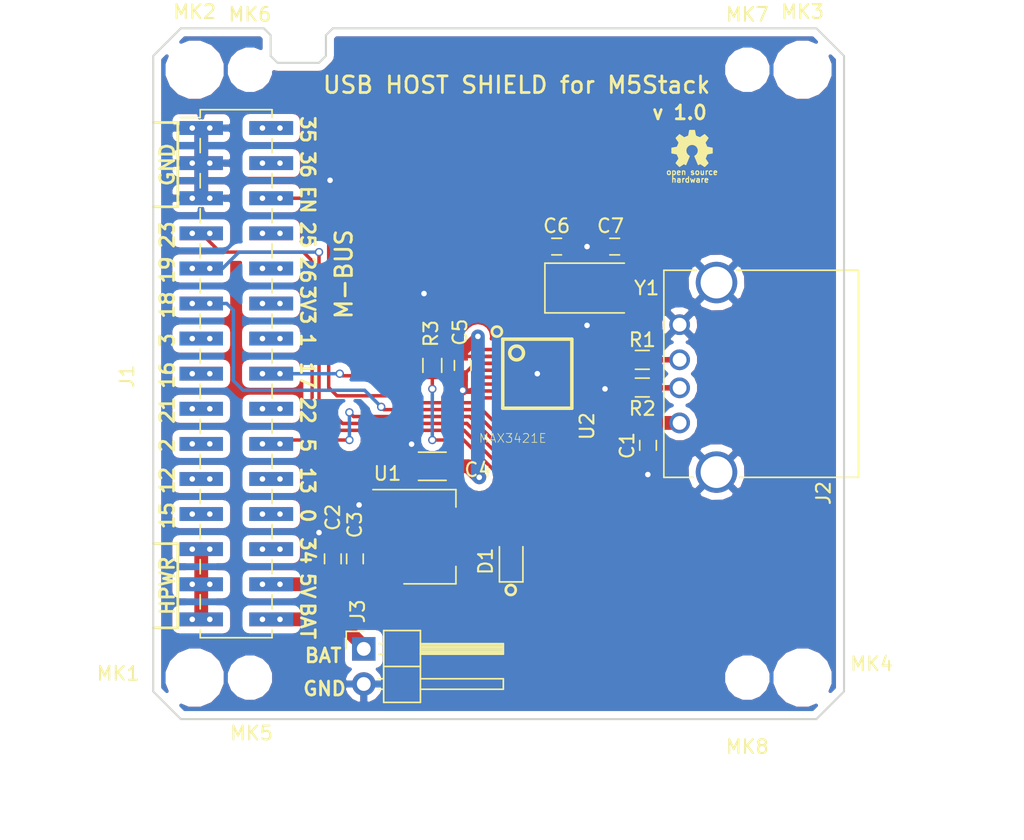
<source format=kicad_pcb>
(kicad_pcb (version 4) (host pcbnew 4.0.7)

  (general
    (links 137)
    (no_connects 0)
    (area 92.190477 80.845 170.85 143.700001)
    (thickness 1.6)
    (drawings 63)
    (tracks 186)
    (zones 0)
    (modules 26)
    (nets 34)
  )

  (page A4)
  (title_block
    (title "USB Host Shield for M5Stack")
    (date 2018-05-31)
    (rev v0.1)
  )

  (layers
    (0 F.Cu signal)
    (31 B.Cu signal)
    (32 B.Adhes user)
    (33 F.Adhes user)
    (34 B.Paste user)
    (35 F.Paste user)
    (36 B.SilkS user)
    (37 F.SilkS user)
    (38 B.Mask user)
    (39 F.Mask user)
    (40 Dwgs.User user)
    (41 Cmts.User user)
    (42 Eco1.User user)
    (43 Eco2.User user)
    (44 Edge.Cuts user)
    (45 Margin user)
    (46 B.CrtYd user)
    (47 F.CrtYd user)
    (48 B.Fab user)
    (49 F.Fab user hide)
  )

  (setup
    (last_trace_width 0.25)
    (user_trace_width 0.4)
    (user_trace_width 0.5)
    (user_trace_width 0.75)
    (user_trace_width 1)
    (trace_clearance 0.18)
    (zone_clearance 0.508)
    (zone_45_only yes)
    (trace_min 0.2)
    (segment_width 0.2)
    (edge_width 0.15)
    (via_size 0.6)
    (via_drill 0.4)
    (via_min_size 0.4)
    (via_min_drill 0.3)
    (uvia_size 0.3)
    (uvia_drill 0.1)
    (uvias_allowed no)
    (uvia_min_size 0.2)
    (uvia_min_drill 0.1)
    (pcb_text_width 0.3)
    (pcb_text_size 1.5 1.5)
    (mod_edge_width 0.15)
    (mod_text_size 1 1)
    (mod_text_width 0.15)
    (pad_size 1.524 1.524)
    (pad_drill 0.762)
    (pad_to_mask_clearance 0.2)
    (aux_axis_origin 0 0)
    (grid_origin 104 133)
    (visible_elements 7FFEFFFF)
    (pcbplotparams
      (layerselection 0x010f0_80000001)
      (usegerberextensions true)
      (excludeedgelayer true)
      (linewidth 0.100000)
      (plotframeref false)
      (viasonmask false)
      (mode 1)
      (useauxorigin false)
      (hpglpennumber 1)
      (hpglpenspeed 20)
      (hpglpendiameter 15)
      (hpglpenoverlay 2)
      (psnegative false)
      (psa4output false)
      (plotreference true)
      (plotvalue true)
      (plotinvisibletext false)
      (padsonsilk false)
      (subtractmaskfromsilk true)
      (outputformat 1)
      (mirror false)
      (drillshape 0)
      (scaleselection 1)
      (outputdirectory D:/Desktop/M5Stack/USB_Host/Garber))
  )

  (net 0 "")
  (net 1 GND)
  (net 2 /+5V)
  (net 3 /+3.3V)
  (net 4 "Net-(C7-Pad1)")
  (net 5 "Net-(J1-Pad2)")
  (net 6 "Net-(J1-Pad4)")
  (net 7 EN)
  (net 8 MOSI)
  (net 9 "Net-(J1-Pad8)")
  (net 10 MISO)
  (net 11 "Net-(J1-Pad10)")
  (net 12 SCK)
  (net 13 "Net-(J1-Pad12)")
  (net 14 "Net-(J1-Pad13)")
  (net 15 "Net-(J1-Pad14)")
  (net 16 "Net-(J1-Pad15)")
  (net 17 INT)
  (net 18 "Net-(J1-Pad17)")
  (net 19 "Net-(J1-Pad18)")
  (net 20 "Net-(J1-Pad19)")
  (net 21 SS)
  (net 22 "Net-(J1-Pad21)")
  (net 23 "Net-(J1-Pad22)")
  (net 24 "Net-(J1-Pad23)")
  (net 25 "Net-(J1-Pad24)")
  (net 26 "Net-(J1-Pad25)")
  (net 27 "Net-(J1-Pad26)")
  (net 28 "Net-(J1-Pad30)")
  (net 29 "Net-(J2-Pad3)")
  (net 30 "Net-(J2-Pad2)")
  (net 31 "Net-(R1-Pad1)")
  (net 32 "Net-(R2-Pad1)")
  (net 33 "Net-(C6-Pad1)")

  (net_class Default "これは標準のネット クラスです。"
    (clearance 0.18)
    (trace_width 0.25)
    (via_dia 0.6)
    (via_drill 0.4)
    (uvia_dia 0.3)
    (uvia_drill 0.1)
    (add_net /+3.3V)
    (add_net /+5V)
    (add_net EN)
    (add_net GND)
    (add_net INT)
    (add_net MISO)
    (add_net MOSI)
    (add_net "Net-(C6-Pad1)")
    (add_net "Net-(C7-Pad1)")
    (add_net "Net-(J1-Pad10)")
    (add_net "Net-(J1-Pad12)")
    (add_net "Net-(J1-Pad13)")
    (add_net "Net-(J1-Pad14)")
    (add_net "Net-(J1-Pad15)")
    (add_net "Net-(J1-Pad17)")
    (add_net "Net-(J1-Pad18)")
    (add_net "Net-(J1-Pad19)")
    (add_net "Net-(J1-Pad2)")
    (add_net "Net-(J1-Pad21)")
    (add_net "Net-(J1-Pad22)")
    (add_net "Net-(J1-Pad23)")
    (add_net "Net-(J1-Pad24)")
    (add_net "Net-(J1-Pad25)")
    (add_net "Net-(J1-Pad26)")
    (add_net "Net-(J1-Pad30)")
    (add_net "Net-(J1-Pad4)")
    (add_net "Net-(J1-Pad8)")
    (add_net "Net-(J2-Pad2)")
    (add_net "Net-(J2-Pad3)")
    (add_net "Net-(R1-Pad1)")
    (add_net "Net-(R2-Pad1)")
    (add_net SCK)
    (add_net SS)
  )

  (module TO_SOT_Packages_SMD:SOT-223-3_TabPin2 (layer F.Cu) (tedit 5B0ED64A) (tstamp 5B0F5A2D)
    (at 124 119.8)
    (descr "module CMS SOT223 4 pins")
    (tags "CMS SOT")
    (path /5B0EA8DF)
    (attr smd)
    (fp_text reference U1 (at -3.048 -4.572) (layer F.SilkS)
      (effects (font (size 1 1) (thickness 0.15)))
    )
    (fp_text value AMS1117-33 (at 0 4.5) (layer F.Fab)
      (effects (font (size 1 1) (thickness 0.15)))
    )
    (fp_text user %R (at 0 0 90) (layer F.Fab)
      (effects (font (size 0.8 0.8) (thickness 0.12)))
    )
    (fp_line (start 1.91 3.41) (end 1.91 2.15) (layer F.SilkS) (width 0.12))
    (fp_line (start 1.91 -3.41) (end 1.91 -2.15) (layer F.SilkS) (width 0.12))
    (fp_line (start 4.4 -3.6) (end -4.4 -3.6) (layer F.CrtYd) (width 0.05))
    (fp_line (start 4.4 3.6) (end 4.4 -3.6) (layer F.CrtYd) (width 0.05))
    (fp_line (start -4.4 3.6) (end 4.4 3.6) (layer F.CrtYd) (width 0.05))
    (fp_line (start -4.4 -3.6) (end -4.4 3.6) (layer F.CrtYd) (width 0.05))
    (fp_line (start -1.85 -2.35) (end -0.85 -3.35) (layer F.Fab) (width 0.1))
    (fp_line (start -1.85 -2.35) (end -1.85 3.35) (layer F.Fab) (width 0.1))
    (fp_line (start -1.85 3.41) (end 1.91 3.41) (layer F.SilkS) (width 0.12))
    (fp_line (start -0.85 -3.35) (end 1.85 -3.35) (layer F.Fab) (width 0.1))
    (fp_line (start -4.1 -3.41) (end 1.91 -3.41) (layer F.SilkS) (width 0.12))
    (fp_line (start -1.85 3.35) (end 1.85 3.35) (layer F.Fab) (width 0.1))
    (fp_line (start 1.85 -3.35) (end 1.85 3.35) (layer F.Fab) (width 0.1))
    (pad 2 smd rect (at 3.15 0) (size 2 3.8) (layers F.Cu F.Paste F.Mask)
      (net 3 /+3.3V))
    (pad 2 smd rect (at -3.15 0) (size 2 1.5) (layers F.Cu F.Paste F.Mask)
      (net 3 /+3.3V))
    (pad 3 smd rect (at -3.15 2.3) (size 2 1.5) (layers F.Cu F.Paste F.Mask)
      (net 2 /+5V))
    (pad 1 smd rect (at -3.15 -2.3) (size 2 1.5) (layers F.Cu F.Paste F.Mask)
      (net 1 GND))
    (model ${KISYS3DMOD}/TO_SOT_Packages_SMD.3dshapes/SOT-223.wrl
      (at (xyz 0 0 0))
      (scale (xyz 1 1 1))
      (rotate (xyz 0 0 0))
    )
  )

  (module Mounting_Holes:MountingHole_3.2mm_M3 (layer F.Cu) (tedit 5B0ED20F) (tstamp 5B0F59BA)
    (at 107 130)
    (descr "Mounting Hole 3.2mm, no annular, M3")
    (tags "mounting hole 3.2mm no annular m3")
    (path /5B0FCCDD)
    (attr virtual)
    (fp_text reference MK1 (at -5.54 -0.302) (layer F.SilkS)
      (effects (font (size 1 1) (thickness 0.15)))
    )
    (fp_text value Mounting_Hole (at 0 4.2) (layer F.Fab)
      (effects (font (size 1 1) (thickness 0.15)))
    )
    (fp_text user %R (at 0.3 0) (layer F.Fab)
      (effects (font (size 1 1) (thickness 0.15)))
    )
    (fp_circle (center 0 0) (end 3.2 0) (layer Cmts.User) (width 0.15))
    (fp_circle (center 0 0) (end 3.45 0) (layer F.CrtYd) (width 0.05))
    (pad 1 np_thru_hole circle (at 0 0) (size 3.2 3.2) (drill 3.2) (layers *.Cu *.Mask))
  )

  (module Capacitors_SMD:C_0603 (layer F.Cu) (tedit 5B11732C) (tstamp 5B0F5883)
    (at 139.814 113.188 270)
    (descr "Capacitor SMD 0603, reflow soldering, AVX (see smccp.pdf)")
    (tags "capacitor 0603")
    (path /5B0EA930)
    (attr smd)
    (fp_text reference C1 (at 0.012 1.514 270) (layer F.SilkS)
      (effects (font (size 1 1) (thickness 0.15)))
    )
    (fp_text value 10uF (at 0 1.5 270) (layer F.Fab)
      (effects (font (size 1 1) (thickness 0.15)))
    )
    (fp_line (start 1.4 0.65) (end -1.4 0.65) (layer F.CrtYd) (width 0.05))
    (fp_line (start 1.4 0.65) (end 1.4 -0.65) (layer F.CrtYd) (width 0.05))
    (fp_line (start -1.4 -0.65) (end -1.4 0.65) (layer F.CrtYd) (width 0.05))
    (fp_line (start -1.4 -0.65) (end 1.4 -0.65) (layer F.CrtYd) (width 0.05))
    (fp_line (start 0.35 0.6) (end -0.35 0.6) (layer F.SilkS) (width 0.12))
    (fp_line (start -0.35 -0.6) (end 0.35 -0.6) (layer F.SilkS) (width 0.12))
    (fp_line (start -0.8 -0.4) (end 0.8 -0.4) (layer F.Fab) (width 0.1))
    (fp_line (start 0.8 -0.4) (end 0.8 0.4) (layer F.Fab) (width 0.1))
    (fp_line (start 0.8 0.4) (end -0.8 0.4) (layer F.Fab) (width 0.1))
    (fp_line (start -0.8 0.4) (end -0.8 -0.4) (layer F.Fab) (width 0.1))
    (fp_text user %R (at 0 0 270) (layer F.Fab)
      (effects (font (size 0.3 0.3) (thickness 0.075)))
    )
    (pad 2 smd rect (at 0.75 0 270) (size 0.8 0.75) (layers F.Cu F.Paste F.Mask)
      (net 1 GND))
    (pad 1 smd rect (at -0.75 0 270) (size 0.8 0.75) (layers F.Cu F.Paste F.Mask)
      (net 2 /+5V))
    (model Capacitors_SMD.3dshapes/C_0603.wrl
      (at (xyz 0 0 0))
      (scale (xyz 1 1 1))
      (rotate (xyz 0 0 0))
    )
  )

  (module Capacitors_SMD:C_0603 (layer F.Cu) (tedit 5B0ED5EF) (tstamp 5B0F5894)
    (at 117 121.4 90)
    (descr "Capacitor SMD 0603, reflow soldering, AVX (see smccp.pdf)")
    (tags "capacitor 0603")
    (path /5B0EA8D2)
    (attr smd)
    (fp_text reference C2 (at 3 0 90) (layer F.SilkS)
      (effects (font (size 1 1) (thickness 0.15)))
    )
    (fp_text value 10uF (at 0 1.5 90) (layer F.Fab)
      (effects (font (size 1 1) (thickness 0.15)))
    )
    (fp_line (start 1.4 0.65) (end -1.4 0.65) (layer F.CrtYd) (width 0.05))
    (fp_line (start 1.4 0.65) (end 1.4 -0.65) (layer F.CrtYd) (width 0.05))
    (fp_line (start -1.4 -0.65) (end -1.4 0.65) (layer F.CrtYd) (width 0.05))
    (fp_line (start -1.4 -0.65) (end 1.4 -0.65) (layer F.CrtYd) (width 0.05))
    (fp_line (start 0.35 0.6) (end -0.35 0.6) (layer F.SilkS) (width 0.12))
    (fp_line (start -0.35 -0.6) (end 0.35 -0.6) (layer F.SilkS) (width 0.12))
    (fp_line (start -0.8 -0.4) (end 0.8 -0.4) (layer F.Fab) (width 0.1))
    (fp_line (start 0.8 -0.4) (end 0.8 0.4) (layer F.Fab) (width 0.1))
    (fp_line (start 0.8 0.4) (end -0.8 0.4) (layer F.Fab) (width 0.1))
    (fp_line (start -0.8 0.4) (end -0.8 -0.4) (layer F.Fab) (width 0.1))
    (fp_text user %R (at 0 0 90) (layer F.Fab)
      (effects (font (size 0.3 0.3) (thickness 0.075)))
    )
    (pad 2 smd rect (at 0.75 0 90) (size 0.8 0.75) (layers F.Cu F.Paste F.Mask)
      (net 1 GND))
    (pad 1 smd rect (at -0.75 0 90) (size 0.8 0.75) (layers F.Cu F.Paste F.Mask)
      (net 2 /+5V))
    (model Capacitors_SMD.3dshapes/C_0603.wrl
      (at (xyz 0 0 0))
      (scale (xyz 1 1 1))
      (rotate (xyz 0 0 0))
    )
  )

  (module Capacitors_SMD:C_0603 (layer F.Cu) (tedit 5B0ED603) (tstamp 5B0F58A5)
    (at 118.6 121.4 90)
    (descr "Capacitor SMD 0603, reflow soldering, AVX (see smccp.pdf)")
    (tags "capacitor 0603")
    (path /5B0EA8E6)
    (attr smd)
    (fp_text reference C3 (at 2.462 -0.014 90) (layer F.SilkS)
      (effects (font (size 1 1) (thickness 0.15)))
    )
    (fp_text value 10uF (at 0 1.5 90) (layer F.Fab)
      (effects (font (size 1 1) (thickness 0.15)))
    )
    (fp_line (start 1.4 0.65) (end -1.4 0.65) (layer F.CrtYd) (width 0.05))
    (fp_line (start 1.4 0.65) (end 1.4 -0.65) (layer F.CrtYd) (width 0.05))
    (fp_line (start -1.4 -0.65) (end -1.4 0.65) (layer F.CrtYd) (width 0.05))
    (fp_line (start -1.4 -0.65) (end 1.4 -0.65) (layer F.CrtYd) (width 0.05))
    (fp_line (start 0.35 0.6) (end -0.35 0.6) (layer F.SilkS) (width 0.12))
    (fp_line (start -0.35 -0.6) (end 0.35 -0.6) (layer F.SilkS) (width 0.12))
    (fp_line (start -0.8 -0.4) (end 0.8 -0.4) (layer F.Fab) (width 0.1))
    (fp_line (start 0.8 -0.4) (end 0.8 0.4) (layer F.Fab) (width 0.1))
    (fp_line (start 0.8 0.4) (end -0.8 0.4) (layer F.Fab) (width 0.1))
    (fp_line (start -0.8 0.4) (end -0.8 -0.4) (layer F.Fab) (width 0.1))
    (fp_text user %R (at 0 0 90) (layer F.Fab)
      (effects (font (size 0.3 0.3) (thickness 0.075)))
    )
    (pad 2 smd rect (at 0.75 0 90) (size 0.8 0.75) (layers F.Cu F.Paste F.Mask)
      (net 1 GND))
    (pad 1 smd rect (at -0.75 0 90) (size 0.8 0.75) (layers F.Cu F.Paste F.Mask)
      (net 2 /+5V))
    (model Capacitors_SMD.3dshapes/C_0603.wrl
      (at (xyz 0 0 0))
      (scale (xyz 1 1 1))
      (rotate (xyz 0 0 0))
    )
  )

  (module Capacitors_SMD:C_1206 (layer F.Cu) (tedit 5B0ED647) (tstamp 5B0F58B6)
    (at 124.2 114.7 180)
    (descr "Capacitor SMD 1206, reflow soldering, AVX (see smccp.pdf)")
    (tags "capacitor 1206")
    (path /5B0EB443)
    (attr smd)
    (fp_text reference C4 (at -3.302 -0.254 180) (layer F.SilkS)
      (effects (font (size 1 1) (thickness 0.15)))
    )
    (fp_text value 100uF (at 0 2 180) (layer F.Fab)
      (effects (font (size 1 1) (thickness 0.15)))
    )
    (fp_text user %R (at 0 -1.75 180) (layer F.Fab)
      (effects (font (size 1 1) (thickness 0.15)))
    )
    (fp_line (start -1.6 0.8) (end -1.6 -0.8) (layer F.Fab) (width 0.1))
    (fp_line (start 1.6 0.8) (end -1.6 0.8) (layer F.Fab) (width 0.1))
    (fp_line (start 1.6 -0.8) (end 1.6 0.8) (layer F.Fab) (width 0.1))
    (fp_line (start -1.6 -0.8) (end 1.6 -0.8) (layer F.Fab) (width 0.1))
    (fp_line (start 1 -1.02) (end -1 -1.02) (layer F.SilkS) (width 0.12))
    (fp_line (start -1 1.02) (end 1 1.02) (layer F.SilkS) (width 0.12))
    (fp_line (start -2.25 -1.05) (end 2.25 -1.05) (layer F.CrtYd) (width 0.05))
    (fp_line (start -2.25 -1.05) (end -2.25 1.05) (layer F.CrtYd) (width 0.05))
    (fp_line (start 2.25 1.05) (end 2.25 -1.05) (layer F.CrtYd) (width 0.05))
    (fp_line (start 2.25 1.05) (end -2.25 1.05) (layer F.CrtYd) (width 0.05))
    (pad 1 smd rect (at -1.5 0 180) (size 1 1.6) (layers F.Cu F.Paste F.Mask)
      (net 3 /+3.3V))
    (pad 2 smd rect (at 1.5 0 180) (size 1 1.6) (layers F.Cu F.Paste F.Mask)
      (net 1 GND))
    (model Capacitors_SMD.3dshapes/C_1206.wrl
      (at (xyz 0 0 0))
      (scale (xyz 1 1 1))
      (rotate (xyz 0 0 0))
    )
  )

  (module Capacitors_SMD:C_0603 (layer F.Cu) (tedit 5B117334) (tstamp 5B0F58C7)
    (at 126.4 107.4 270)
    (descr "Capacitor SMD 0603, reflow soldering, AVX (see smccp.pdf)")
    (tags "capacitor 0603")
    (path /5B0EA937)
    (attr smd)
    (fp_text reference C5 (at -2.4 0.2 270) (layer F.SilkS)
      (effects (font (size 1 1) (thickness 0.15)))
    )
    (fp_text value 10uF (at 0 1.5 270) (layer F.Fab)
      (effects (font (size 1 1) (thickness 0.15)))
    )
    (fp_line (start 1.4 0.65) (end -1.4 0.65) (layer F.CrtYd) (width 0.05))
    (fp_line (start 1.4 0.65) (end 1.4 -0.65) (layer F.CrtYd) (width 0.05))
    (fp_line (start -1.4 -0.65) (end -1.4 0.65) (layer F.CrtYd) (width 0.05))
    (fp_line (start -1.4 -0.65) (end 1.4 -0.65) (layer F.CrtYd) (width 0.05))
    (fp_line (start 0.35 0.6) (end -0.35 0.6) (layer F.SilkS) (width 0.12))
    (fp_line (start -0.35 -0.6) (end 0.35 -0.6) (layer F.SilkS) (width 0.12))
    (fp_line (start -0.8 -0.4) (end 0.8 -0.4) (layer F.Fab) (width 0.1))
    (fp_line (start 0.8 -0.4) (end 0.8 0.4) (layer F.Fab) (width 0.1))
    (fp_line (start 0.8 0.4) (end -0.8 0.4) (layer F.Fab) (width 0.1))
    (fp_line (start -0.8 0.4) (end -0.8 -0.4) (layer F.Fab) (width 0.1))
    (fp_text user %R (at 0 0 270) (layer F.Fab)
      (effects (font (size 0.3 0.3) (thickness 0.075)))
    )
    (pad 2 smd rect (at 0.75 0 270) (size 0.8 0.75) (layers F.Cu F.Paste F.Mask)
      (net 1 GND))
    (pad 1 smd rect (at -0.75 0 270) (size 0.8 0.75) (layers F.Cu F.Paste F.Mask)
      (net 3 /+3.3V))
    (model Capacitors_SMD.3dshapes/C_0603.wrl
      (at (xyz 0 0 0))
      (scale (xyz 1 1 1))
      (rotate (xyz 0 0 0))
    )
  )

  (module Capacitors_SMD:C_0603 (layer F.Cu) (tedit 59958EE7) (tstamp 5B0F58D8)
    (at 133.2 98.8)
    (descr "Capacitor SMD 0603, reflow soldering, AVX (see smccp.pdf)")
    (tags "capacitor 0603")
    (path /5B0EDA2D)
    (attr smd)
    (fp_text reference C6 (at 0 -1.5) (layer F.SilkS)
      (effects (font (size 1 1) (thickness 0.15)))
    )
    (fp_text value 18pF (at 0 1.5) (layer F.Fab)
      (effects (font (size 1 1) (thickness 0.15)))
    )
    (fp_line (start 1.4 0.65) (end -1.4 0.65) (layer F.CrtYd) (width 0.05))
    (fp_line (start 1.4 0.65) (end 1.4 -0.65) (layer F.CrtYd) (width 0.05))
    (fp_line (start -1.4 -0.65) (end -1.4 0.65) (layer F.CrtYd) (width 0.05))
    (fp_line (start -1.4 -0.65) (end 1.4 -0.65) (layer F.CrtYd) (width 0.05))
    (fp_line (start 0.35 0.6) (end -0.35 0.6) (layer F.SilkS) (width 0.12))
    (fp_line (start -0.35 -0.6) (end 0.35 -0.6) (layer F.SilkS) (width 0.12))
    (fp_line (start -0.8 -0.4) (end 0.8 -0.4) (layer F.Fab) (width 0.1))
    (fp_line (start 0.8 -0.4) (end 0.8 0.4) (layer F.Fab) (width 0.1))
    (fp_line (start 0.8 0.4) (end -0.8 0.4) (layer F.Fab) (width 0.1))
    (fp_line (start -0.8 0.4) (end -0.8 -0.4) (layer F.Fab) (width 0.1))
    (fp_text user %R (at 0 0) (layer F.Fab)
      (effects (font (size 0.3 0.3) (thickness 0.075)))
    )
    (pad 2 smd rect (at 0.75 0) (size 0.8 0.75) (layers F.Cu F.Paste F.Mask)
      (net 1 GND))
    (pad 1 smd rect (at -0.75 0) (size 0.8 0.75) (layers F.Cu F.Paste F.Mask)
      (net 33 "Net-(C6-Pad1)"))
    (model Capacitors_SMD.3dshapes/C_0603.wrl
      (at (xyz 0 0 0))
      (scale (xyz 1 1 1))
      (rotate (xyz 0 0 0))
    )
  )

  (module Capacitors_SMD:C_0603 (layer F.Cu) (tedit 5B103361) (tstamp 5B0F58E9)
    (at 137.4 98.8 180)
    (descr "Capacitor SMD 0603, reflow soldering, AVX (see smccp.pdf)")
    (tags "capacitor 0603")
    (path /5B0ED771)
    (attr smd)
    (fp_text reference C7 (at 0.3 1.5 180) (layer F.SilkS)
      (effects (font (size 1 1) (thickness 0.15)))
    )
    (fp_text value 18pF (at 0 1.5 180) (layer F.Fab)
      (effects (font (size 1 1) (thickness 0.15)))
    )
    (fp_line (start 1.4 0.65) (end -1.4 0.65) (layer F.CrtYd) (width 0.05))
    (fp_line (start 1.4 0.65) (end 1.4 -0.65) (layer F.CrtYd) (width 0.05))
    (fp_line (start -1.4 -0.65) (end -1.4 0.65) (layer F.CrtYd) (width 0.05))
    (fp_line (start -1.4 -0.65) (end 1.4 -0.65) (layer F.CrtYd) (width 0.05))
    (fp_line (start 0.35 0.6) (end -0.35 0.6) (layer F.SilkS) (width 0.12))
    (fp_line (start -0.35 -0.6) (end 0.35 -0.6) (layer F.SilkS) (width 0.12))
    (fp_line (start -0.8 -0.4) (end 0.8 -0.4) (layer F.Fab) (width 0.1))
    (fp_line (start 0.8 -0.4) (end 0.8 0.4) (layer F.Fab) (width 0.1))
    (fp_line (start 0.8 0.4) (end -0.8 0.4) (layer F.Fab) (width 0.1))
    (fp_line (start -0.8 0.4) (end -0.8 -0.4) (layer F.Fab) (width 0.1))
    (fp_text user %R (at 0 0 180) (layer F.Fab)
      (effects (font (size 0.3 0.3) (thickness 0.075)))
    )
    (pad 2 smd rect (at 0.75 0 180) (size 0.8 0.75) (layers F.Cu F.Paste F.Mask)
      (net 1 GND))
    (pad 1 smd rect (at -0.75 0 180) (size 0.8 0.75) (layers F.Cu F.Paste F.Mask)
      (net 4 "Net-(C7-Pad1)"))
    (model Capacitors_SMD.3dshapes/C_0603.wrl
      (at (xyz 0 0 0))
      (scale (xyz 1 1 1))
      (rotate (xyz 0 0 0))
    )
  )

  (module Diodes_SMD:D_SOD-323 (layer F.Cu) (tedit 58641739) (tstamp 5B0F58EF)
    (at 129.908 121.57 90)
    (descr SOD-323)
    (tags SOD-323)
    (path /5B0EA921)
    (attr smd)
    (fp_text reference D1 (at 0 -1.85 90) (layer F.SilkS)
      (effects (font (size 1 1) (thickness 0.15)))
    )
    (fp_text value 1N4148WS (at 0.1 1.9 90) (layer F.Fab)
      (effects (font (size 1 1) (thickness 0.15)))
    )
    (fp_text user %R (at 0 -1.85 90) (layer F.Fab)
      (effects (font (size 1 1) (thickness 0.15)))
    )
    (fp_line (start -1.5 -0.85) (end -1.5 0.85) (layer F.SilkS) (width 0.12))
    (fp_line (start 0.2 0) (end 0.45 0) (layer F.Fab) (width 0.1))
    (fp_line (start 0.2 0.35) (end -0.3 0) (layer F.Fab) (width 0.1))
    (fp_line (start 0.2 -0.35) (end 0.2 0.35) (layer F.Fab) (width 0.1))
    (fp_line (start -0.3 0) (end 0.2 -0.35) (layer F.Fab) (width 0.1))
    (fp_line (start -0.3 0) (end -0.5 0) (layer F.Fab) (width 0.1))
    (fp_line (start -0.3 -0.35) (end -0.3 0.35) (layer F.Fab) (width 0.1))
    (fp_line (start -0.9 0.7) (end -0.9 -0.7) (layer F.Fab) (width 0.1))
    (fp_line (start 0.9 0.7) (end -0.9 0.7) (layer F.Fab) (width 0.1))
    (fp_line (start 0.9 -0.7) (end 0.9 0.7) (layer F.Fab) (width 0.1))
    (fp_line (start -0.9 -0.7) (end 0.9 -0.7) (layer F.Fab) (width 0.1))
    (fp_line (start -1.6 -0.95) (end 1.6 -0.95) (layer F.CrtYd) (width 0.05))
    (fp_line (start 1.6 -0.95) (end 1.6 0.95) (layer F.CrtYd) (width 0.05))
    (fp_line (start -1.6 0.95) (end 1.6 0.95) (layer F.CrtYd) (width 0.05))
    (fp_line (start -1.6 -0.95) (end -1.6 0.95) (layer F.CrtYd) (width 0.05))
    (fp_line (start -1.5 0.85) (end 1.05 0.85) (layer F.SilkS) (width 0.12))
    (fp_line (start -1.5 -0.85) (end 1.05 -0.85) (layer F.SilkS) (width 0.12))
    (pad 1 smd rect (at -1.05 0 90) (size 0.6 0.45) (layers F.Cu F.Paste F.Mask)
      (net 2 /+5V))
    (pad 2 smd rect (at 1.05 0 90) (size 0.6 0.45) (layers F.Cu F.Paste F.Mask)
      (net 3 /+3.3V))
    (model ${KISYS3DMOD}/Diodes_SMD.3dshapes/D_SOD-323.wrl
      (at (xyz 0 0 0))
      (scale (xyz 1 1 1))
      (rotate (xyz 0 0 0))
    )
  )

  (module Connectors:USB_A (layer F.Cu) (tedit 5B0ED6B7) (tstamp 5B0F59AC)
    (at 142.1 111.5624 90)
    (descr "USB A connector")
    (tags "USB USB_A")
    (path /5B0EC400)
    (fp_text reference J2 (at -5.08 10.414 90) (layer F.SilkS)
      (effects (font (size 1 1) (thickness 0.15)))
    )
    (fp_text value USB_A (at 3.84 7.44 90) (layer F.Fab)
      (effects (font (size 1 1) (thickness 0.15)))
    )
    (fp_line (start -5.3 13.2) (end -5.3 -1.4) (layer F.CrtYd) (width 0.05))
    (fp_line (start 11.95 -1.4) (end 11.95 13.2) (layer F.CrtYd) (width 0.05))
    (fp_line (start -5.3 13.2) (end 11.95 13.2) (layer F.CrtYd) (width 0.05))
    (fp_line (start -5.3 -1.4) (end 11.95 -1.4) (layer F.CrtYd) (width 0.05))
    (fp_line (start 11.05 -1.14) (end 11.05 1.19) (layer F.SilkS) (width 0.12))
    (fp_line (start -3.94 -1.14) (end -3.94 0.98) (layer F.SilkS) (width 0.12))
    (fp_line (start 11.05 -1.14) (end -3.94 -1.14) (layer F.SilkS) (width 0.12))
    (fp_line (start 11.05 12.95) (end -3.94 12.95) (layer F.SilkS) (width 0.12))
    (fp_line (start 11.05 4.15) (end 11.05 12.95) (layer F.SilkS) (width 0.12))
    (fp_line (start -3.94 4.35) (end -3.94 12.95) (layer F.SilkS) (width 0.12))
    (pad 4 thru_hole circle (at 7.11 0) (size 1.5 1.5) (drill 1) (layers *.Cu *.Mask)
      (net 1 GND))
    (pad 3 thru_hole circle (at 4.57 0) (size 1.5 1.5) (drill 1) (layers *.Cu *.Mask)
      (net 29 "Net-(J2-Pad3)"))
    (pad 2 thru_hole circle (at 2.54 0) (size 1.5 1.5) (drill 1) (layers *.Cu *.Mask)
      (net 30 "Net-(J2-Pad2)"))
    (pad 1 thru_hole circle (at 0 0) (size 1.5 1.5) (drill 1) (layers *.Cu *.Mask)
      (net 2 /+5V))
    (pad 5 thru_hole circle (at 10.16 2.67) (size 3 3) (drill 2.3) (layers *.Cu *.Mask)
      (net 1 GND))
    (pad 5 thru_hole circle (at -3.56 2.67) (size 3 3) (drill 2.3) (layers *.Cu *.Mask)
      (net 1 GND))
    (model ${KISYS3DMOD}/Connectors.3dshapes/USB_A.wrl
      (at (xyz 0.14 0 0))
      (scale (xyz 1 1 1))
      (rotate (xyz 0 0 90))
    )
  )

  (module Mounting_Holes:MountingHole_3.2mm_M3 (layer F.Cu) (tedit 56D1B4CB) (tstamp 5B0F59C2)
    (at 107 86)
    (descr "Mounting Hole 3.2mm, no annular, M3")
    (tags "mounting hole 3.2mm no annular m3")
    (path /5B0FCADB)
    (attr virtual)
    (fp_text reference MK2 (at 0 -4.2) (layer F.SilkS)
      (effects (font (size 1 1) (thickness 0.15)))
    )
    (fp_text value Mounting_Hole (at 0 4.2) (layer F.Fab)
      (effects (font (size 1 1) (thickness 0.15)))
    )
    (fp_text user %R (at 0.3 0) (layer F.Fab)
      (effects (font (size 1 1) (thickness 0.15)))
    )
    (fp_circle (center 0 0) (end 3.2 0) (layer Cmts.User) (width 0.15))
    (fp_circle (center 0 0) (end 3.45 0) (layer F.CrtYd) (width 0.05))
    (pad 1 np_thru_hole circle (at 0 0) (size 3.2 3.2) (drill 3.2) (layers *.Cu *.Mask))
  )

  (module Mounting_Holes:MountingHole_3.2mm_M3 (layer F.Cu) (tedit 56D1B4CB) (tstamp 5B0F59CA)
    (at 151 86)
    (descr "Mounting Hole 3.2mm, no annular, M3")
    (tags "mounting hole 3.2mm no annular m3")
    (path /5B0FCB4C)
    (attr virtual)
    (fp_text reference MK3 (at 0 -4.2) (layer F.SilkS)
      (effects (font (size 1 1) (thickness 0.15)))
    )
    (fp_text value Mounting_Hole (at 0 4.2) (layer F.Fab)
      (effects (font (size 1 1) (thickness 0.15)))
    )
    (fp_text user %R (at 0.3 0) (layer F.Fab)
      (effects (font (size 1 1) (thickness 0.15)))
    )
    (fp_circle (center 0 0) (end 3.2 0) (layer Cmts.User) (width 0.15))
    (fp_circle (center 0 0) (end 3.45 0) (layer F.CrtYd) (width 0.05))
    (pad 1 np_thru_hole circle (at 0 0) (size 3.2 3.2) (drill 3.2) (layers *.Cu *.Mask))
  )

  (module Mounting_Holes:MountingHole_3.2mm_M3 (layer F.Cu) (tedit 5B0EDA2C) (tstamp 5B0F59D2)
    (at 151 130)
    (descr "Mounting Hole 3.2mm, no annular, M3")
    (tags "mounting hole 3.2mm no annular m3")
    (path /5B0FCD65)
    (attr virtual)
    (fp_text reference MK4 (at 5 -1) (layer F.SilkS)
      (effects (font (size 1 1) (thickness 0.15)))
    )
    (fp_text value Mounting_Hole (at 0 4.2) (layer F.Fab)
      (effects (font (size 1 1) (thickness 0.15)))
    )
    (fp_text user %R (at 0.3 0) (layer F.Fab)
      (effects (font (size 1 1) (thickness 0.15)))
    )
    (fp_circle (center 0 0) (end 3.2 0) (layer Cmts.User) (width 0.15))
    (fp_circle (center 0 0) (end 3.45 0) (layer F.CrtYd) (width 0.05))
    (pad 1 np_thru_hole circle (at 0 0) (size 3.2 3.2) (drill 3.2) (layers *.Cu *.Mask))
  )

  (module Mounting_Holes:MountingHole_2.2mm_M2 (layer F.Cu) (tedit 5B0ED217) (tstamp 5B0F59DA)
    (at 111 130)
    (descr "Mounting Hole 2.2mm, no annular, M2")
    (tags "mounting hole 2.2mm no annular m2")
    (path /5B0FCBF0)
    (attr virtual)
    (fp_text reference MK5 (at 0.112 4.016) (layer F.SilkS)
      (effects (font (size 1 1) (thickness 0.15)))
    )
    (fp_text value Mounting_Hole (at 0 3.2) (layer F.Fab)
      (effects (font (size 1 1) (thickness 0.15)))
    )
    (fp_text user %R (at 0.3 0) (layer F.Fab)
      (effects (font (size 1 1) (thickness 0.15)))
    )
    (fp_circle (center 0 0) (end 2.2 0) (layer Cmts.User) (width 0.15))
    (fp_circle (center 0 0) (end 2.45 0) (layer F.CrtYd) (width 0.05))
    (pad 1 np_thru_hole circle (at 0 0) (size 2.2 2.2) (drill 2.2) (layers *.Cu *.Mask))
  )

  (module Mounting_Holes:MountingHole_2.2mm_M2 (layer F.Cu) (tedit 5B0EDA37) (tstamp 5B0F59E2)
    (at 111 86)
    (descr "Mounting Hole 2.2mm, no annular, M2")
    (tags "mounting hole 2.2mm no annular m2")
    (path /5B0FCDE2)
    (attr virtual)
    (fp_text reference MK6 (at 0 -4) (layer F.SilkS)
      (effects (font (size 1 1) (thickness 0.15)))
    )
    (fp_text value Mounting_Hole (at 0 3.2) (layer F.Fab)
      (effects (font (size 1 1) (thickness 0.15)))
    )
    (fp_text user %R (at 0.3 0) (layer F.Fab)
      (effects (font (size 1 1) (thickness 0.15)))
    )
    (fp_circle (center 0 0) (end 2.2 0) (layer Cmts.User) (width 0.15))
    (fp_circle (center 0 0) (end 2.45 0) (layer F.CrtYd) (width 0.05))
    (pad 1 np_thru_hole circle (at 0 0) (size 2.2 2.2) (drill 2.2) (layers *.Cu *.Mask))
  )

  (module Mounting_Holes:MountingHole_2.2mm_M2 (layer F.Cu) (tedit 5B0EDA31) (tstamp 5B0F59EA)
    (at 147 86)
    (descr "Mounting Hole 2.2mm, no annular, M2")
    (tags "mounting hole 2.2mm no annular m2")
    (path /5B0FCC72)
    (attr virtual)
    (fp_text reference MK7 (at 0 -4) (layer F.SilkS)
      (effects (font (size 1 1) (thickness 0.15)))
    )
    (fp_text value Mounting_Hole (at 0 3.2) (layer F.Fab)
      (effects (font (size 1 1) (thickness 0.15)))
    )
    (fp_text user %R (at 0.3 0) (layer F.Fab)
      (effects (font (size 1 1) (thickness 0.15)))
    )
    (fp_circle (center 0 0) (end 2.2 0) (layer Cmts.User) (width 0.15))
    (fp_circle (center 0 0) (end 2.45 0) (layer F.CrtYd) (width 0.05))
    (pad 1 np_thru_hole circle (at 0 0) (size 2.2 2.2) (drill 2.2) (layers *.Cu *.Mask))
  )

  (module Mounting_Holes:MountingHole_2.2mm_M2 (layer F.Cu) (tedit 5B0EDA29) (tstamp 5B0F59F2)
    (at 147 130)
    (descr "Mounting Hole 2.2mm, no annular, M2")
    (tags "mounting hole 2.2mm no annular m2")
    (path /5B0FCE44)
    (attr virtual)
    (fp_text reference MK8 (at 0 5) (layer F.SilkS)
      (effects (font (size 1 1) (thickness 0.15)))
    )
    (fp_text value Mounting_Hole (at 0 3.2) (layer F.Fab)
      (effects (font (size 1 1) (thickness 0.15)))
    )
    (fp_text user %R (at 0.3 0) (layer F.Fab)
      (effects (font (size 1 1) (thickness 0.15)))
    )
    (fp_circle (center 0 0) (end 2.2 0) (layer Cmts.User) (width 0.15))
    (fp_circle (center 0 0) (end 2.45 0) (layer F.CrtYd) (width 0.05))
    (pad 1 np_thru_hole circle (at 0 0) (size 2.2 2.2) (drill 2.2) (layers *.Cu *.Mask))
  )

  (module Resistors_SMD:R_0603 (layer F.Cu) (tedit 58E0A804) (tstamp 5B0F5A03)
    (at 139.4 107)
    (descr "Resistor SMD 0603, reflow soldering, Vishay (see dcrcw.pdf)")
    (tags "resistor 0603")
    (path /5B0EC72E)
    (attr smd)
    (fp_text reference R1 (at 0 -1.45) (layer F.SilkS)
      (effects (font (size 1 1) (thickness 0.15)))
    )
    (fp_text value 33 (at 0 1.5) (layer F.Fab)
      (effects (font (size 1 1) (thickness 0.15)))
    )
    (fp_text user %R (at 0 0) (layer F.Fab)
      (effects (font (size 0.4 0.4) (thickness 0.075)))
    )
    (fp_line (start -0.8 0.4) (end -0.8 -0.4) (layer F.Fab) (width 0.1))
    (fp_line (start 0.8 0.4) (end -0.8 0.4) (layer F.Fab) (width 0.1))
    (fp_line (start 0.8 -0.4) (end 0.8 0.4) (layer F.Fab) (width 0.1))
    (fp_line (start -0.8 -0.4) (end 0.8 -0.4) (layer F.Fab) (width 0.1))
    (fp_line (start 0.5 0.68) (end -0.5 0.68) (layer F.SilkS) (width 0.12))
    (fp_line (start -0.5 -0.68) (end 0.5 -0.68) (layer F.SilkS) (width 0.12))
    (fp_line (start -1.25 -0.7) (end 1.25 -0.7) (layer F.CrtYd) (width 0.05))
    (fp_line (start -1.25 -0.7) (end -1.25 0.7) (layer F.CrtYd) (width 0.05))
    (fp_line (start 1.25 0.7) (end 1.25 -0.7) (layer F.CrtYd) (width 0.05))
    (fp_line (start 1.25 0.7) (end -1.25 0.7) (layer F.CrtYd) (width 0.05))
    (pad 1 smd rect (at -0.75 0) (size 0.5 0.9) (layers F.Cu F.Paste F.Mask)
      (net 31 "Net-(R1-Pad1)"))
    (pad 2 smd rect (at 0.75 0) (size 0.5 0.9) (layers F.Cu F.Paste F.Mask)
      (net 29 "Net-(J2-Pad3)"))
    (model ${KISYS3DMOD}/Resistors_SMD.3dshapes/R_0603.wrl
      (at (xyz 0 0 0))
      (scale (xyz 1 1 1))
      (rotate (xyz 0 0 0))
    )
  )

  (module Resistors_SMD:R_0603 (layer F.Cu) (tedit 5B0ED6D2) (tstamp 5B0F5A14)
    (at 139.4 109)
    (descr "Resistor SMD 0603, reflow soldering, Vishay (see dcrcw.pdf)")
    (tags "resistor 0603")
    (path /5B0ECA18)
    (attr smd)
    (fp_text reference R2 (at 0 1.524) (layer F.SilkS)
      (effects (font (size 1 1) (thickness 0.15)))
    )
    (fp_text value 33 (at 0 1.5) (layer F.Fab)
      (effects (font (size 1 1) (thickness 0.15)))
    )
    (fp_text user %R (at 0 0) (layer F.Fab)
      (effects (font (size 0.4 0.4) (thickness 0.075)))
    )
    (fp_line (start -0.8 0.4) (end -0.8 -0.4) (layer F.Fab) (width 0.1))
    (fp_line (start 0.8 0.4) (end -0.8 0.4) (layer F.Fab) (width 0.1))
    (fp_line (start 0.8 -0.4) (end 0.8 0.4) (layer F.Fab) (width 0.1))
    (fp_line (start -0.8 -0.4) (end 0.8 -0.4) (layer F.Fab) (width 0.1))
    (fp_line (start 0.5 0.68) (end -0.5 0.68) (layer F.SilkS) (width 0.12))
    (fp_line (start -0.5 -0.68) (end 0.5 -0.68) (layer F.SilkS) (width 0.12))
    (fp_line (start -1.25 -0.7) (end 1.25 -0.7) (layer F.CrtYd) (width 0.05))
    (fp_line (start -1.25 -0.7) (end -1.25 0.7) (layer F.CrtYd) (width 0.05))
    (fp_line (start 1.25 0.7) (end 1.25 -0.7) (layer F.CrtYd) (width 0.05))
    (fp_line (start 1.25 0.7) (end -1.25 0.7) (layer F.CrtYd) (width 0.05))
    (pad 1 smd rect (at -0.75 0) (size 0.5 0.9) (layers F.Cu F.Paste F.Mask)
      (net 32 "Net-(R2-Pad1)"))
    (pad 2 smd rect (at 0.75 0) (size 0.5 0.9) (layers F.Cu F.Paste F.Mask)
      (net 30 "Net-(J2-Pad2)"))
    (model ${KISYS3DMOD}/Resistors_SMD.3dshapes/R_0603.wrl
      (at (xyz 0 0 0))
      (scale (xyz 1 1 1))
      (rotate (xyz 0 0 0))
    )
  )

  (module Resistors_SMD:R_0603 (layer F.Cu) (tedit 5B117338) (tstamp 5B0F5A25)
    (at 124.2 107.4 90)
    (descr "Resistor SMD 0603, reflow soldering, Vishay (see dcrcw.pdf)")
    (tags "resistor 0603")
    (path /5B0EDE8F)
    (attr smd)
    (fp_text reference R3 (at 2.3 -0.1 90) (layer F.SilkS)
      (effects (font (size 1 1) (thickness 0.15)))
    )
    (fp_text value 2.2k (at 0 1.5 90) (layer F.Fab)
      (effects (font (size 1 1) (thickness 0.15)))
    )
    (fp_text user %R (at 0 0 90) (layer F.Fab)
      (effects (font (size 0.4 0.4) (thickness 0.075)))
    )
    (fp_line (start -0.8 0.4) (end -0.8 -0.4) (layer F.Fab) (width 0.1))
    (fp_line (start 0.8 0.4) (end -0.8 0.4) (layer F.Fab) (width 0.1))
    (fp_line (start 0.8 -0.4) (end 0.8 0.4) (layer F.Fab) (width 0.1))
    (fp_line (start -0.8 -0.4) (end 0.8 -0.4) (layer F.Fab) (width 0.1))
    (fp_line (start 0.5 0.68) (end -0.5 0.68) (layer F.SilkS) (width 0.12))
    (fp_line (start -0.5 -0.68) (end 0.5 -0.68) (layer F.SilkS) (width 0.12))
    (fp_line (start -1.25 -0.7) (end 1.25 -0.7) (layer F.CrtYd) (width 0.05))
    (fp_line (start -1.25 -0.7) (end -1.25 0.7) (layer F.CrtYd) (width 0.05))
    (fp_line (start 1.25 0.7) (end 1.25 -0.7) (layer F.CrtYd) (width 0.05))
    (fp_line (start 1.25 0.7) (end -1.25 0.7) (layer F.CrtYd) (width 0.05))
    (pad 1 smd rect (at -0.75 0 90) (size 0.5 0.9) (layers F.Cu F.Paste F.Mask)
      (net 17 INT))
    (pad 2 smd rect (at 0.75 0 90) (size 0.5 0.9) (layers F.Cu F.Paste F.Mask)
      (net 3 /+3.3V))
    (model ${KISYS3DMOD}/Resistors_SMD.3dshapes/R_0603.wrl
      (at (xyz 0 0 0))
      (scale (xyz 1 1 1))
      (rotate (xyz 0 0 0))
    )
  )

  (module footprint:MAX3421E_TQFP32-5MM (layer F.Cu) (tedit 5B117373) (tstamp 5B0F5A5A)
    (at 131.8 108)
    (path /5B0FB505)
    (attr smd)
    (fp_text reference U2 (at 3.6 3.8 90) (layer F.SilkS)
      (effects (font (size 1 1) (thickness 0.15)))
    )
    (fp_text value MAX3421E (at -1.77834 4.67449) (layer F.SilkS)
      (effects (font (size 0.640122 0.640122) (thickness 0.05)))
    )
    (fp_line (start -2.5 2.5) (end 2.5 2.5) (layer Dwgs.User) (width 0.254))
    (fp_line (start 2.5 2.5) (end 2.5 -2.5) (layer Dwgs.User) (width 0.254))
    (fp_line (start 2.5 -2.5) (end -2.5 -2.5) (layer Dwgs.User) (width 0.254))
    (fp_line (start -2.5 -2.5) (end -2.5 2.5) (layer Dwgs.User) (width 0.254))
    (fp_line (start -2.5 2.5) (end 2.5 2.5) (layer F.SilkS) (width 0.254))
    (fp_line (start 2.5 2.5) (end 2.5 -2.5) (layer F.SilkS) (width 0.254))
    (fp_line (start 2.5 -2.5) (end -2.5 -2.5) (layer F.SilkS) (width 0.254))
    (fp_line (start -2.5 -2.5) (end -2.5 2.5) (layer F.SilkS) (width 0.254))
    (fp_circle (center -1.5 -1.5) (end -1 -1.5) (layer F.SilkS) (width 0.254))
    (pad 1 smd rect (at -3.5 -1.75) (size 1.143 0.254) (layers F.Cu F.Paste F.Mask))
    (pad 2 smd rect (at -3.5 -1.25) (size 1.143 0.254) (layers F.Cu F.Paste F.Mask)
      (net 3 /+3.3V))
    (pad 3 smd rect (at -3.5 -0.75) (size 1.143 0.254) (layers F.Cu F.Paste F.Mask)
      (net 1 GND))
    (pad 4 smd rect (at -3.5 -0.25) (size 1.143 0.254) (layers F.Cu F.Paste F.Mask))
    (pad 5 smd rect (at -3.5 0.25) (size 1.143 0.254) (layers F.Cu F.Paste F.Mask))
    (pad 6 smd rect (at -3.5 0.75) (size 1.143 0.254) (layers F.Cu F.Paste F.Mask))
    (pad 7 smd rect (at -3.5 1.25) (size 1.143 0.254) (layers F.Cu F.Paste F.Mask))
    (pad 8 smd rect (at -3.5 1.75) (size 1.143 0.254) (layers F.Cu F.Paste F.Mask))
    (pad 9 smd rect (at -1.75 3.5 90) (size 1.143 0.254) (layers F.Cu F.Paste F.Mask))
    (pad 10 smd rect (at -1.25 3.5 90) (size 1.143 0.254) (layers F.Cu F.Paste F.Mask))
    (pad 11 smd rect (at -0.75 3.5 90) (size 1.143 0.254) (layers F.Cu F.Paste F.Mask))
    (pad 12 smd rect (at -0.25 3.5 90) (size 1.143 0.254) (layers F.Cu F.Paste F.Mask)
      (net 7 EN))
    (pad 13 smd rect (at 0.25 3.5 90) (size 1.143 0.254) (layers F.Cu F.Paste F.Mask)
      (net 12 SCK))
    (pad 14 smd rect (at 0.75 3.5 90) (size 1.143 0.254) (layers F.Cu F.Paste F.Mask)
      (net 21 SS))
    (pad 15 smd rect (at 1.25 3.5 90) (size 1.143 0.254) (layers F.Cu F.Paste F.Mask)
      (net 10 MISO))
    (pad 16 smd rect (at 1.75 3.5 90) (size 1.143 0.254) (layers F.Cu F.Paste F.Mask)
      (net 8 MOSI))
    (pad 17 smd rect (at 3.5 1.75 180) (size 1.143 0.254) (layers F.Cu F.Paste F.Mask))
    (pad 18 smd rect (at 3.5 1.25 180) (size 1.143 0.254) (layers F.Cu F.Paste F.Mask)
      (net 17 INT))
    (pad 19 smd rect (at 3.5 0.75 180) (size 1.143 0.254) (layers F.Cu F.Paste F.Mask)
      (net 1 GND))
    (pad 20 smd rect (at 3.5 0.25 180) (size 1.143 0.254) (layers F.Cu F.Paste F.Mask)
      (net 32 "Net-(R2-Pad1)"))
    (pad 21 smd rect (at 3.5 -0.25 180) (size 1.143 0.254) (layers F.Cu F.Paste F.Mask)
      (net 31 "Net-(R1-Pad1)"))
    (pad 22 smd rect (at 3.5 -0.75 180) (size 1.143 0.254) (layers F.Cu F.Paste F.Mask))
    (pad 23 smd rect (at 3.5 -1.25 180) (size 1.143 0.254) (layers F.Cu F.Paste F.Mask)
      (net 3 /+3.3V))
    (pad 24 smd rect (at 3.5 -1.75 180) (size 1.143 0.254) (layers F.Cu F.Paste F.Mask)
      (net 4 "Net-(C7-Pad1)"))
    (pad 25 smd rect (at 1.75 -3.5 270) (size 1.143 0.254) (layers F.Cu F.Paste F.Mask)
      (net 33 "Net-(C6-Pad1)"))
    (pad 26 smd rect (at 1.25 -3.5 270) (size 1.143 0.254) (layers F.Cu F.Paste F.Mask))
    (pad 27 smd rect (at 0.75 -3.5 270) (size 1.143 0.254) (layers F.Cu F.Paste F.Mask))
    (pad 28 smd rect (at 0.25 -3.5 270) (size 1.143 0.254) (layers F.Cu F.Paste F.Mask))
    (pad 29 smd rect (at -0.25 -3.5 270) (size 1.143 0.254) (layers F.Cu F.Paste F.Mask))
    (pad 30 smd rect (at -0.75 -3.5 270) (size 1.143 0.254) (layers F.Cu F.Paste F.Mask))
    (pad 31 smd rect (at -1.25 -3.5 270) (size 1.143 0.254) (layers F.Cu F.Paste F.Mask))
    (pad 32 smd rect (at -1.75 -3.5 270) (size 1.143 0.254) (layers F.Cu F.Paste F.Mask))
  )

  (module Crystals:Crystal_SMD_5032-2pin_5.0x3.2mm (layer F.Cu) (tedit 5B0ED784) (tstamp 5B0F5A75)
    (at 135.4 101.8)
    (descr "SMD Crystal SERIES SMD2520/2 http://www.icbase.com/File/PDF/HKC/HKC00061008.pdf, 5.0x3.2mm^2 package")
    (tags "SMD SMT crystal")
    (path /5B0ED62C)
    (attr smd)
    (fp_text reference Y1 (at 4.318 0) (layer F.SilkS)
      (effects (font (size 1 1) (thickness 0.15)))
    )
    (fp_text value 12MHz (at 0 2.8) (layer F.Fab)
      (effects (font (size 1 1) (thickness 0.15)))
    )
    (fp_text user %R (at 0 0) (layer F.Fab)
      (effects (font (size 1 1) (thickness 0.15)))
    )
    (fp_line (start -2.3 -1.6) (end 2.3 -1.6) (layer F.Fab) (width 0.1))
    (fp_line (start 2.3 -1.6) (end 2.5 -1.4) (layer F.Fab) (width 0.1))
    (fp_line (start 2.5 -1.4) (end 2.5 1.4) (layer F.Fab) (width 0.1))
    (fp_line (start 2.5 1.4) (end 2.3 1.6) (layer F.Fab) (width 0.1))
    (fp_line (start 2.3 1.6) (end -2.3 1.6) (layer F.Fab) (width 0.1))
    (fp_line (start -2.3 1.6) (end -2.5 1.4) (layer F.Fab) (width 0.1))
    (fp_line (start -2.5 1.4) (end -2.5 -1.4) (layer F.Fab) (width 0.1))
    (fp_line (start -2.5 -1.4) (end -2.3 -1.6) (layer F.Fab) (width 0.1))
    (fp_line (start -2.5 0.6) (end -1.5 1.6) (layer F.Fab) (width 0.1))
    (fp_line (start 2.7 -1.8) (end -3.05 -1.8) (layer F.SilkS) (width 0.12))
    (fp_line (start -3.05 -1.8) (end -3.05 1.8) (layer F.SilkS) (width 0.12))
    (fp_line (start -3.05 1.8) (end 2.7 1.8) (layer F.SilkS) (width 0.12))
    (fp_line (start -3.1 -1.9) (end -3.1 1.9) (layer F.CrtYd) (width 0.05))
    (fp_line (start -3.1 1.9) (end 3.1 1.9) (layer F.CrtYd) (width 0.05))
    (fp_line (start 3.1 1.9) (end 3.1 -1.9) (layer F.CrtYd) (width 0.05))
    (fp_line (start 3.1 -1.9) (end -3.1 -1.9) (layer F.CrtYd) (width 0.05))
    (fp_circle (center 0 0) (end 0.4 0) (layer F.Adhes) (width 0.1))
    (fp_circle (center 0 0) (end 0.333333 0) (layer F.Adhes) (width 0.133333))
    (fp_circle (center 0 0) (end 0.213333 0) (layer F.Adhes) (width 0.133333))
    (fp_circle (center 0 0) (end 0.093333 0) (layer F.Adhes) (width 0.186667))
    (pad 1 smd rect (at -1.85 0) (size 2 2.4) (layers F.Cu F.Paste F.Mask)
      (net 33 "Net-(C6-Pad1)"))
    (pad 2 smd rect (at 1.85 0) (size 2 2.4) (layers F.Cu F.Paste F.Mask)
      (net 4 "Net-(C7-Pad1)"))
    (model ${KISYS3DMOD}/Crystals.3dshapes/Crystal_SMD_5032-2pin_5.0x3.2mm.wrl
      (at (xyz 0 0 0))
      (scale (xyz 0.393701 0.393701 0.393701))
      (rotate (xyz 0 0 0))
    )
  )

  (module Pin_Headers:Pin_Header_Angled_1x02_Pitch2.54mm (layer F.Cu) (tedit 5B11786A) (tstamp 5B102847)
    (at 119.24 127.92)
    (descr "Through hole angled pin header, 1x02, 2.54mm pitch, 6mm pin length, single row")
    (tags "Through hole angled pin header THT 1x02 2.54mm single row")
    (path /5B0F3687)
    (fp_text reference J3 (at -0.44 -2.72 90) (layer F.SilkS)
      (effects (font (size 1 1) (thickness 0.15)))
    )
    (fp_text value Battery (at 4.385 4.81) (layer F.Fab)
      (effects (font (size 1 1) (thickness 0.15)))
    )
    (fp_line (start 2.135 -1.27) (end 4.04 -1.27) (layer F.Fab) (width 0.1))
    (fp_line (start 4.04 -1.27) (end 4.04 3.81) (layer F.Fab) (width 0.1))
    (fp_line (start 4.04 3.81) (end 1.5 3.81) (layer F.Fab) (width 0.1))
    (fp_line (start 1.5 3.81) (end 1.5 -0.635) (layer F.Fab) (width 0.1))
    (fp_line (start 1.5 -0.635) (end 2.135 -1.27) (layer F.Fab) (width 0.1))
    (fp_line (start -0.32 -0.32) (end 1.5 -0.32) (layer F.Fab) (width 0.1))
    (fp_line (start -0.32 -0.32) (end -0.32 0.32) (layer F.Fab) (width 0.1))
    (fp_line (start -0.32 0.32) (end 1.5 0.32) (layer F.Fab) (width 0.1))
    (fp_line (start 4.04 -0.32) (end 10.04 -0.32) (layer F.Fab) (width 0.1))
    (fp_line (start 10.04 -0.32) (end 10.04 0.32) (layer F.Fab) (width 0.1))
    (fp_line (start 4.04 0.32) (end 10.04 0.32) (layer F.Fab) (width 0.1))
    (fp_line (start -0.32 2.22) (end 1.5 2.22) (layer F.Fab) (width 0.1))
    (fp_line (start -0.32 2.22) (end -0.32 2.86) (layer F.Fab) (width 0.1))
    (fp_line (start -0.32 2.86) (end 1.5 2.86) (layer F.Fab) (width 0.1))
    (fp_line (start 4.04 2.22) (end 10.04 2.22) (layer F.Fab) (width 0.1))
    (fp_line (start 10.04 2.22) (end 10.04 2.86) (layer F.Fab) (width 0.1))
    (fp_line (start 4.04 2.86) (end 10.04 2.86) (layer F.Fab) (width 0.1))
    (fp_line (start 1.44 -1.33) (end 1.44 3.87) (layer F.SilkS) (width 0.12))
    (fp_line (start 1.44 3.87) (end 4.1 3.87) (layer F.SilkS) (width 0.12))
    (fp_line (start 4.1 3.87) (end 4.1 -1.33) (layer F.SilkS) (width 0.12))
    (fp_line (start 4.1 -1.33) (end 1.44 -1.33) (layer F.SilkS) (width 0.12))
    (fp_line (start 4.1 -0.38) (end 10.1 -0.38) (layer F.SilkS) (width 0.12))
    (fp_line (start 10.1 -0.38) (end 10.1 0.38) (layer F.SilkS) (width 0.12))
    (fp_line (start 10.1 0.38) (end 4.1 0.38) (layer F.SilkS) (width 0.12))
    (fp_line (start 4.1 -0.32) (end 10.1 -0.32) (layer F.SilkS) (width 0.12))
    (fp_line (start 4.1 -0.2) (end 10.1 -0.2) (layer F.SilkS) (width 0.12))
    (fp_line (start 4.1 -0.08) (end 10.1 -0.08) (layer F.SilkS) (width 0.12))
    (fp_line (start 4.1 0.04) (end 10.1 0.04) (layer F.SilkS) (width 0.12))
    (fp_line (start 4.1 0.16) (end 10.1 0.16) (layer F.SilkS) (width 0.12))
    (fp_line (start 4.1 0.28) (end 10.1 0.28) (layer F.SilkS) (width 0.12))
    (fp_line (start 1.11 -0.38) (end 1.44 -0.38) (layer F.SilkS) (width 0.12))
    (fp_line (start 1.11 0.38) (end 1.44 0.38) (layer F.SilkS) (width 0.12))
    (fp_line (start 1.44 1.27) (end 4.1 1.27) (layer F.SilkS) (width 0.12))
    (fp_line (start 4.1 2.16) (end 10.1 2.16) (layer F.SilkS) (width 0.12))
    (fp_line (start 10.1 2.16) (end 10.1 2.92) (layer F.SilkS) (width 0.12))
    (fp_line (start 10.1 2.92) (end 4.1 2.92) (layer F.SilkS) (width 0.12))
    (fp_line (start 1.042929 2.16) (end 1.44 2.16) (layer F.SilkS) (width 0.12))
    (fp_line (start 1.042929 2.92) (end 1.44 2.92) (layer F.SilkS) (width 0.12))
    (fp_line (start -1.27 0) (end -1.27 -1.27) (layer F.SilkS) (width 0.12))
    (fp_line (start -1.27 -1.27) (end 0 -1.27) (layer F.SilkS) (width 0.12))
    (fp_line (start -1.8 -1.8) (end -1.8 4.35) (layer F.CrtYd) (width 0.05))
    (fp_line (start -1.8 4.35) (end 10.55 4.35) (layer F.CrtYd) (width 0.05))
    (fp_line (start 10.55 4.35) (end 10.55 -1.8) (layer F.CrtYd) (width 0.05))
    (fp_line (start 10.55 -1.8) (end -1.8 -1.8) (layer F.CrtYd) (width 0.05))
    (fp_text user %R (at 2.77 1.27 90) (layer F.Fab)
      (effects (font (size 1 1) (thickness 0.15)))
    )
    (pad 1 thru_hole rect (at 0 0) (size 1.7 1.7) (drill 1) (layers *.Cu *.Mask)
      (net 28 "Net-(J1-Pad30)"))
    (pad 2 thru_hole oval (at 0 2.54) (size 1.7 1.7) (drill 1) (layers *.Cu *.Mask)
      (net 1 GND))
    (model ${KISYS3DMOD}/Pin_Headers.3dshapes/Pin_Header_Angled_1x02_Pitch2.54mm.wrl
      (at (xyz 0 0 0))
      (scale (xyz 1 1 1))
      (rotate (xyz 0 0 0))
    )
  )

  (module footprint:OSHW-logo_silkscreen-front_3mm (layer F.Cu) (tedit 0) (tstamp 5B117BFF)
    (at 143 91.7)
    (path /5B1179B6)
    (fp_text reference LOGO1 (at 0 1.59004) (layer F.SilkS) hide
      (effects (font (size 0.13462 0.13462) (thickness 0.0254)))
    )
    (fp_text value OPEN_HARDWARE_1 (at 0 -1.59004) (layer F.SilkS) hide
      (effects (font (size 0.13462 0.13462) (thickness 0.0254)))
    )
    (fp_poly (pts (xy -0.90932 1.3462) (xy -0.89154 1.33858) (xy -0.85852 1.31572) (xy -0.80772 1.2827)
      (xy -0.7493 1.2446) (xy -0.68834 1.20396) (xy -0.64008 1.17094) (xy -0.60452 1.14808)
      (xy -0.59182 1.14046) (xy -0.5842 1.143) (xy -0.55626 1.15824) (xy -0.51562 1.17856)
      (xy -0.49022 1.19126) (xy -0.45212 1.2065) (xy -0.43434 1.21158) (xy -0.4318 1.2065)
      (xy -0.41656 1.17602) (xy -0.39624 1.12776) (xy -0.3683 1.06172) (xy -0.33528 0.98552)
      (xy -0.29972 0.90424) (xy -0.2667 0.82042) (xy -0.23368 0.74168) (xy -0.2032 0.66802)
      (xy -0.18034 0.6096) (xy -0.1651 0.56896) (xy -0.15748 0.55118) (xy -0.16002 0.54864)
      (xy -0.1778 0.53086) (xy -0.21082 0.50546) (xy -0.28194 0.44704) (xy -0.35306 0.36068)
      (xy -0.39624 0.26162) (xy -0.40894 0.14986) (xy -0.39878 0.04826) (xy -0.35814 -0.04826)
      (xy -0.28956 -0.13716) (xy -0.20574 -0.2032) (xy -0.10922 -0.24384) (xy 0 -0.25654)
      (xy 0.10414 -0.24638) (xy 0.2032 -0.20574) (xy 0.2921 -0.1397) (xy 0.3302 -0.09652)
      (xy 0.381 -0.00508) (xy 0.41148 0.0889) (xy 0.41402 0.11176) (xy 0.40894 0.21844)
      (xy 0.37846 0.32004) (xy 0.32258 0.40894) (xy 0.24638 0.4826) (xy 0.23622 0.49022)
      (xy 0.20066 0.51816) (xy 0.17526 0.53594) (xy 0.15748 0.55118) (xy 0.2921 0.87376)
      (xy 0.31242 0.92456) (xy 0.35052 1.01346) (xy 0.381 1.08966) (xy 0.40894 1.15062)
      (xy 0.42672 1.19126) (xy 0.43434 1.2065) (xy 0.43434 1.2065) (xy 0.44704 1.20904)
      (xy 0.4699 1.20142) (xy 0.51562 1.17856) (xy 0.5461 1.16332) (xy 0.57912 1.14808)
      (xy 0.59436 1.14046) (xy 0.6096 1.14808) (xy 0.64262 1.1684) (xy 0.68834 1.20142)
      (xy 0.74676 1.23952) (xy 0.80264 1.27762) (xy 0.85344 1.31064) (xy 0.889 1.33604)
      (xy 0.90678 1.34366) (xy 0.90932 1.34366) (xy 0.9271 1.33604) (xy 0.95504 1.31064)
      (xy 0.99822 1.27) (xy 1.06172 1.20904) (xy 1.07188 1.19888) (xy 1.12268 1.14808)
      (xy 1.16332 1.10236) (xy 1.19126 1.07188) (xy 1.20142 1.05918) (xy 1.20142 1.05918)
      (xy 1.19126 1.0414) (xy 1.1684 1.0033) (xy 1.13538 0.9525) (xy 1.09474 0.89154)
      (xy 0.98806 0.7366) (xy 1.04648 0.59182) (xy 1.06426 0.5461) (xy 1.08712 0.49022)
      (xy 1.1049 0.45212) (xy 1.11252 0.43434) (xy 1.1303 0.42926) (xy 1.1684 0.4191)
      (xy 1.22682 0.40894) (xy 1.29794 0.39624) (xy 1.36398 0.38354) (xy 1.4224 0.37084)
      (xy 1.46558 0.36322) (xy 1.4859 0.36068) (xy 1.49098 0.3556) (xy 1.49352 0.34798)
      (xy 1.49606 0.32766) (xy 1.4986 0.28956) (xy 1.4986 0.23368) (xy 1.4986 0.14986)
      (xy 1.4986 0.14224) (xy 1.4986 0.0635) (xy 1.49606 0) (xy 1.49352 -0.0381)
      (xy 1.49098 -0.05588) (xy 1.49098 -0.05588) (xy 1.4732 -0.06096) (xy 1.43002 -0.06858)
      (xy 1.3716 -0.08128) (xy 1.30048 -0.09398) (xy 1.2954 -0.09398) (xy 1.22428 -0.10922)
      (xy 1.16586 -0.12192) (xy 1.12268 -0.12954) (xy 1.1049 -0.13716) (xy 1.10236 -0.14224)
      (xy 1.08712 -0.17018) (xy 1.0668 -0.21336) (xy 1.04394 -0.2667) (xy 1.02108 -0.32258)
      (xy 1.00076 -0.37338) (xy 0.98806 -0.40894) (xy 0.98298 -0.42672) (xy 0.98298 -0.42672)
      (xy 0.99314 -0.4445) (xy 1.01854 -0.48006) (xy 1.0541 -0.53086) (xy 1.09474 -0.59182)
      (xy 1.09728 -0.5969) (xy 1.13792 -0.65786) (xy 1.17094 -0.70866) (xy 1.1938 -0.74422)
      (xy 1.20142 -0.75946) (xy 1.20142 -0.762) (xy 1.18872 -0.77978) (xy 1.15824 -0.8128)
      (xy 1.11252 -0.85852) (xy 1.06172 -0.91186) (xy 1.04394 -0.9271) (xy 0.98552 -0.98552)
      (xy 0.94488 -1.02108) (xy 0.91948 -1.0414) (xy 0.90932 -1.04648) (xy 0.90678 -1.04648)
      (xy 0.889 -1.03632) (xy 0.8509 -1.01092) (xy 0.8001 -0.97536) (xy 0.73914 -0.93472)
      (xy 0.7366 -0.93218) (xy 0.67564 -0.89154) (xy 0.62484 -0.85598) (xy 0.58928 -0.83312)
      (xy 0.57404 -0.8255) (xy 0.5715 -0.8255) (xy 0.54864 -0.83058) (xy 0.50546 -0.84582)
      (xy 0.45212 -0.86614) (xy 0.39624 -0.889) (xy 0.34544 -0.90932) (xy 0.30988 -0.9271)
      (xy 0.2921 -0.93726) (xy 0.28956 -0.93726) (xy 0.28448 -0.96012) (xy 0.27432 -1.00584)
      (xy 0.26162 -1.0668) (xy 0.24638 -1.14046) (xy 0.24384 -1.15062) (xy 0.23114 -1.22428)
      (xy 0.22098 -1.2827) (xy 0.21082 -1.32334) (xy 0.20828 -1.34112) (xy 0.19812 -1.34112)
      (xy 0.16256 -1.34366) (xy 0.10922 -1.3462) (xy 0.04318 -1.3462) (xy -0.02286 -1.3462)
      (xy -0.0889 -1.3462) (xy -0.14478 -1.34366) (xy -0.18542 -1.34112) (xy -0.2032 -1.33604)
      (xy -0.2032 -1.33604) (xy -0.20828 -1.31318) (xy -0.21844 -1.27) (xy -0.23114 -1.2065)
      (xy -0.24638 -1.13284) (xy -0.24892 -1.12014) (xy -0.26162 -1.04902) (xy -0.27432 -0.9906)
      (xy -0.28194 -0.94996) (xy -0.28702 -0.93472) (xy -0.2921 -0.93218) (xy -0.32258 -0.91694)
      (xy -0.37084 -0.89916) (xy -0.42926 -0.87376) (xy -0.56642 -0.81788) (xy -0.73406 -0.93472)
      (xy -0.7493 -0.94488) (xy -0.81026 -0.98552) (xy -0.86106 -1.01854) (xy -0.89662 -1.0414)
      (xy -0.90932 -1.04902) (xy -0.91186 -1.04902) (xy -0.9271 -1.03378) (xy -0.96012 -1.0033)
      (xy -1.00584 -0.95758) (xy -1.05918 -0.90678) (xy -1.09982 -0.86614) (xy -1.14554 -0.82042)
      (xy -1.17348 -0.7874) (xy -1.19126 -0.76708) (xy -1.19634 -0.75438) (xy -1.1938 -0.74676)
      (xy -1.18364 -0.72898) (xy -1.15824 -0.69342) (xy -1.12522 -0.64008) (xy -1.08458 -0.58166)
      (xy -1.04902 -0.53086) (xy -1.01346 -0.47498) (xy -0.9906 -0.43434) (xy -0.98044 -0.41656)
      (xy -0.98298 -0.4064) (xy -0.99568 -0.37338) (xy -1.016 -0.32512) (xy -1.0414 -0.26416)
      (xy -1.09982 -0.13208) (xy -1.18618 -0.1143) (xy -1.23952 -0.10414) (xy -1.31318 -0.09144)
      (xy -1.3843 -0.0762) (xy -1.49606 -0.05588) (xy -1.4986 0.34798) (xy -1.48082 0.3556)
      (xy -1.46558 0.36068) (xy -1.42494 0.37084) (xy -1.36652 0.381) (xy -1.29794 0.3937)
      (xy -1.23698 0.4064) (xy -1.17856 0.41656) (xy -1.13538 0.42418) (xy -1.1176 0.42926)
      (xy -1.11252 0.43434) (xy -1.09728 0.46482) (xy -1.07696 0.51054) (xy -1.0541 0.56388)
      (xy -1.0287 0.6223) (xy -1.00838 0.6731) (xy -0.99314 0.71374) (xy -0.98806 0.73406)
      (xy -0.99568 0.7493) (xy -1.01854 0.78486) (xy -1.05156 0.83566) (xy -1.0922 0.89408)
      (xy -1.13284 0.9525) (xy -1.16586 1.0033) (xy -1.19126 1.03886) (xy -1.19888 1.05664)
      (xy -1.1938 1.0668) (xy -1.17094 1.09474) (xy -1.12776 1.14046) (xy -1.06172 1.2065)
      (xy -1.04902 1.21666) (xy -0.99822 1.26746) (xy -0.9525 1.3081) (xy -0.92202 1.33604)
      (xy -0.90932 1.3462)) (layer F.SilkS) (width 0.00254))
  )

  (module footprint:Pin_Header_MBUS_SMD (layer F.Cu) (tedit 5B1197CA) (tstamp 5B0FE559)
    (at 110 108)
    (descr "surface-mounted straight pin header, 2x15, 2.54mm pitch, double rows")
    (tags "Surface mounted pin header SMD 2x15 2.54mm double row")
    (path /5B0F358B)
    (attr smd)
    (fp_text reference J1 (at -7.9 0.2 270) (layer F.SilkS)
      (effects (font (size 1 1) (thickness 0.15)))
    )
    (fp_text value M-BUS (at 0 20.11) (layer F.Fab)
      (effects (font (size 1 1) (thickness 0.15)))
    )
    (fp_line (start 2.54 19.05) (end -2.54 19.05) (layer F.Fab) (width 0.1))
    (fp_line (start -1.59 -19.05) (end 2.54 -19.05) (layer F.Fab) (width 0.1))
    (fp_line (start -2.54 19.05) (end -2.54 -18.1) (layer F.Fab) (width 0.1))
    (fp_line (start -2.54 -18.1) (end -1.59 -19.05) (layer F.Fab) (width 0.1))
    (fp_line (start 2.54 -19.05) (end 2.54 19.05) (layer F.Fab) (width 0.1))
    (fp_line (start -2.54 -18.1) (end -3.6 -18.1) (layer F.Fab) (width 0.1))
    (fp_line (start -3.6 -18.1) (end -3.6 -17.46) (layer F.Fab) (width 0.1))
    (fp_line (start -3.6 -17.46) (end -2.54 -17.46) (layer F.Fab) (width 0.1))
    (fp_line (start 2.54 -18.1) (end 3.6 -18.1) (layer F.Fab) (width 0.1))
    (fp_line (start 3.6 -18.1) (end 3.6 -17.46) (layer F.Fab) (width 0.1))
    (fp_line (start 3.6 -17.46) (end 2.54 -17.46) (layer F.Fab) (width 0.1))
    (fp_line (start -2.54 -15.56) (end -3.6 -15.56) (layer F.Fab) (width 0.1))
    (fp_line (start -3.6 -15.56) (end -3.6 -14.92) (layer F.Fab) (width 0.1))
    (fp_line (start -3.6 -14.92) (end -2.54 -14.92) (layer F.Fab) (width 0.1))
    (fp_line (start 2.54 -15.56) (end 3.6 -15.56) (layer F.Fab) (width 0.1))
    (fp_line (start 3.6 -15.56) (end 3.6 -14.92) (layer F.Fab) (width 0.1))
    (fp_line (start 3.6 -14.92) (end 2.54 -14.92) (layer F.Fab) (width 0.1))
    (fp_line (start -2.54 -13.02) (end -3.6 -13.02) (layer F.Fab) (width 0.1))
    (fp_line (start -3.6 -13.02) (end -3.6 -12.38) (layer F.Fab) (width 0.1))
    (fp_line (start -3.6 -12.38) (end -2.54 -12.38) (layer F.Fab) (width 0.1))
    (fp_line (start 2.54 -13.02) (end 3.6 -13.02) (layer F.Fab) (width 0.1))
    (fp_line (start 3.6 -13.02) (end 3.6 -12.38) (layer F.Fab) (width 0.1))
    (fp_line (start 3.6 -12.38) (end 2.54 -12.38) (layer F.Fab) (width 0.1))
    (fp_line (start -2.54 -10.48) (end -3.6 -10.48) (layer F.Fab) (width 0.1))
    (fp_line (start -3.6 -10.48) (end -3.6 -9.84) (layer F.Fab) (width 0.1))
    (fp_line (start -3.6 -9.84) (end -2.54 -9.84) (layer F.Fab) (width 0.1))
    (fp_line (start 2.54 -10.48) (end 3.6 -10.48) (layer F.Fab) (width 0.1))
    (fp_line (start 3.6 -10.48) (end 3.6 -9.84) (layer F.Fab) (width 0.1))
    (fp_line (start 3.6 -9.84) (end 2.54 -9.84) (layer F.Fab) (width 0.1))
    (fp_line (start -2.54 -7.94) (end -3.6 -7.94) (layer F.Fab) (width 0.1))
    (fp_line (start -3.6 -7.94) (end -3.6 -7.3) (layer F.Fab) (width 0.1))
    (fp_line (start -3.6 -7.3) (end -2.54 -7.3) (layer F.Fab) (width 0.1))
    (fp_line (start 2.54 -7.94) (end 3.6 -7.94) (layer F.Fab) (width 0.1))
    (fp_line (start 3.6 -7.94) (end 3.6 -7.3) (layer F.Fab) (width 0.1))
    (fp_line (start 3.6 -7.3) (end 2.54 -7.3) (layer F.Fab) (width 0.1))
    (fp_line (start -2.54 -5.4) (end -3.6 -5.4) (layer F.Fab) (width 0.1))
    (fp_line (start -3.6 -5.4) (end -3.6 -4.76) (layer F.Fab) (width 0.1))
    (fp_line (start -3.6 -4.76) (end -2.54 -4.76) (layer F.Fab) (width 0.1))
    (fp_line (start 2.54 -5.4) (end 3.6 -5.4) (layer F.Fab) (width 0.1))
    (fp_line (start 3.6 -5.4) (end 3.6 -4.76) (layer F.Fab) (width 0.1))
    (fp_line (start 3.6 -4.76) (end 2.54 -4.76) (layer F.Fab) (width 0.1))
    (fp_line (start -2.54 -2.86) (end -3.6 -2.86) (layer F.Fab) (width 0.1))
    (fp_line (start -3.6 -2.86) (end -3.6 -2.22) (layer F.Fab) (width 0.1))
    (fp_line (start -3.6 -2.22) (end -2.54 -2.22) (layer F.Fab) (width 0.1))
    (fp_line (start 2.54 -2.86) (end 3.6 -2.86) (layer F.Fab) (width 0.1))
    (fp_line (start 3.6 -2.86) (end 3.6 -2.22) (layer F.Fab) (width 0.1))
    (fp_line (start 3.6 -2.22) (end 2.54 -2.22) (layer F.Fab) (width 0.1))
    (fp_line (start -2.54 -0.32) (end -3.6 -0.32) (layer F.Fab) (width 0.1))
    (fp_line (start -3.6 -0.32) (end -3.6 0.32) (layer F.Fab) (width 0.1))
    (fp_line (start -3.6 0.32) (end -2.54 0.32) (layer F.Fab) (width 0.1))
    (fp_line (start 2.54 -0.32) (end 3.6 -0.32) (layer F.Fab) (width 0.1))
    (fp_line (start 3.6 -0.32) (end 3.6 0.32) (layer F.Fab) (width 0.1))
    (fp_line (start 3.6 0.32) (end 2.54 0.32) (layer F.Fab) (width 0.1))
    (fp_line (start -2.54 2.22) (end -3.6 2.22) (layer F.Fab) (width 0.1))
    (fp_line (start -3.6 2.22) (end -3.6 2.86) (layer F.Fab) (width 0.1))
    (fp_line (start -3.6 2.86) (end -2.54 2.86) (layer F.Fab) (width 0.1))
    (fp_line (start 2.54 2.22) (end 3.6 2.22) (layer F.Fab) (width 0.1))
    (fp_line (start 3.6 2.22) (end 3.6 2.86) (layer F.Fab) (width 0.1))
    (fp_line (start 3.6 2.86) (end 2.54 2.86) (layer F.Fab) (width 0.1))
    (fp_line (start -2.54 4.76) (end -3.6 4.76) (layer F.Fab) (width 0.1))
    (fp_line (start -3.6 4.76) (end -3.6 5.4) (layer F.Fab) (width 0.1))
    (fp_line (start -3.6 5.4) (end -2.54 5.4) (layer F.Fab) (width 0.1))
    (fp_line (start 2.54 4.76) (end 3.6 4.76) (layer F.Fab) (width 0.1))
    (fp_line (start 3.6 4.76) (end 3.6 5.4) (layer F.Fab) (width 0.1))
    (fp_line (start 3.6 5.4) (end 2.54 5.4) (layer F.Fab) (width 0.1))
    (fp_line (start -2.54 7.3) (end -3.6 7.3) (layer F.Fab) (width 0.1))
    (fp_line (start -3.6 7.3) (end -3.6 7.94) (layer F.Fab) (width 0.1))
    (fp_line (start -3.6 7.94) (end -2.54 7.94) (layer F.Fab) (width 0.1))
    (fp_line (start 2.54 7.3) (end 3.6 7.3) (layer F.Fab) (width 0.1))
    (fp_line (start 3.6 7.3) (end 3.6 7.94) (layer F.Fab) (width 0.1))
    (fp_line (start 3.6 7.94) (end 2.54 7.94) (layer F.Fab) (width 0.1))
    (fp_line (start -2.54 9.84) (end -3.6 9.84) (layer F.Fab) (width 0.1))
    (fp_line (start -3.6 9.84) (end -3.6 10.48) (layer F.Fab) (width 0.1))
    (fp_line (start -3.6 10.48) (end -2.54 10.48) (layer F.Fab) (width 0.1))
    (fp_line (start 2.54 9.84) (end 3.6 9.84) (layer F.Fab) (width 0.1))
    (fp_line (start 3.6 9.84) (end 3.6 10.48) (layer F.Fab) (width 0.1))
    (fp_line (start 3.6 10.48) (end 2.54 10.48) (layer F.Fab) (width 0.1))
    (fp_line (start -2.54 12.38) (end -3.6 12.38) (layer F.Fab) (width 0.1))
    (fp_line (start -3.6 12.38) (end -3.6 13.02) (layer F.Fab) (width 0.1))
    (fp_line (start -3.6 13.02) (end -2.54 13.02) (layer F.Fab) (width 0.1))
    (fp_line (start 2.54 12.38) (end 3.6 12.38) (layer F.Fab) (width 0.1))
    (fp_line (start 3.6 12.38) (end 3.6 13.02) (layer F.Fab) (width 0.1))
    (fp_line (start 3.6 13.02) (end 2.54 13.02) (layer F.Fab) (width 0.1))
    (fp_line (start -2.54 14.92) (end -3.6 14.92) (layer F.Fab) (width 0.1))
    (fp_line (start -3.6 14.92) (end -3.6 15.56) (layer F.Fab) (width 0.1))
    (fp_line (start -3.6 15.56) (end -2.54 15.56) (layer F.Fab) (width 0.1))
    (fp_line (start 2.54 14.92) (end 3.6 14.92) (layer F.Fab) (width 0.1))
    (fp_line (start 3.6 14.92) (end 3.6 15.56) (layer F.Fab) (width 0.1))
    (fp_line (start 3.6 15.56) (end 2.54 15.56) (layer F.Fab) (width 0.1))
    (fp_line (start -2.54 17.46) (end -3.6 17.46) (layer F.Fab) (width 0.1))
    (fp_line (start -3.6 17.46) (end -3.6 18.1) (layer F.Fab) (width 0.1))
    (fp_line (start -3.6 18.1) (end -2.54 18.1) (layer F.Fab) (width 0.1))
    (fp_line (start 2.54 17.46) (end 3.6 17.46) (layer F.Fab) (width 0.1))
    (fp_line (start 3.6 17.46) (end 3.6 18.1) (layer F.Fab) (width 0.1))
    (fp_line (start 3.6 18.1) (end 2.54 18.1) (layer F.Fab) (width 0.1))
    (fp_line (start -2.6 -19.11) (end 2.6 -19.11) (layer F.SilkS) (width 0.12))
    (fp_line (start -2.6 19.11) (end 2.6 19.11) (layer F.SilkS) (width 0.12))
    (fp_line (start -4.04 -18.54) (end -2.6 -18.54) (layer F.SilkS) (width 0.12))
    (fp_line (start -2.6 -19.11) (end -2.6 -18.54) (layer F.SilkS) (width 0.12))
    (fp_line (start 2.6 -19.11) (end 2.6 -18.54) (layer F.SilkS) (width 0.12))
    (fp_line (start -2.6 18.54) (end -2.6 19.11) (layer F.SilkS) (width 0.12))
    (fp_line (start 2.6 18.54) (end 2.6 19.11) (layer F.SilkS) (width 0.12))
    (fp_line (start -2.6 -17.02) (end -2.6 -16) (layer F.SilkS) (width 0.12))
    (fp_line (start 2.6 -17.02) (end 2.6 -16) (layer F.SilkS) (width 0.12))
    (fp_line (start -2.6 -14.48) (end -2.6 -13.46) (layer F.SilkS) (width 0.12))
    (fp_line (start 2.6 -14.48) (end 2.6 -13.46) (layer F.SilkS) (width 0.12))
    (fp_line (start -2.6 -11.94) (end -2.6 -10.92) (layer F.SilkS) (width 0.12))
    (fp_line (start 2.6 -11.94) (end 2.6 -10.92) (layer F.SilkS) (width 0.12))
    (fp_line (start -2.6 -9.4) (end -2.6 -8.38) (layer F.SilkS) (width 0.12))
    (fp_line (start 2.6 -9.4) (end 2.6 -8.38) (layer F.SilkS) (width 0.12))
    (fp_line (start -2.6 -6.86) (end -2.6 -5.84) (layer F.SilkS) (width 0.12))
    (fp_line (start 2.6 -6.86) (end 2.6 -5.84) (layer F.SilkS) (width 0.12))
    (fp_line (start -2.6 -4.32) (end -2.6 -3.3) (layer F.SilkS) (width 0.12))
    (fp_line (start 2.6 -4.32) (end 2.6 -3.3) (layer F.SilkS) (width 0.12))
    (fp_line (start -2.6 -1.78) (end -2.6 -0.76) (layer F.SilkS) (width 0.12))
    (fp_line (start 2.6 -1.78) (end 2.6 -0.76) (layer F.SilkS) (width 0.12))
    (fp_line (start -2.6 0.76) (end -2.6 1.78) (layer F.SilkS) (width 0.12))
    (fp_line (start 2.6 0.76) (end 2.6 1.78) (layer F.SilkS) (width 0.12))
    (fp_line (start -2.6 3.3) (end -2.6 4.32) (layer F.SilkS) (width 0.12))
    (fp_line (start 2.6 3.3) (end 2.6 4.32) (layer F.SilkS) (width 0.12))
    (fp_line (start -2.6 5.84) (end -2.6 6.86) (layer F.SilkS) (width 0.12))
    (fp_line (start 2.6 5.84) (end 2.6 6.86) (layer F.SilkS) (width 0.12))
    (fp_line (start -2.6 8.38) (end -2.6 9.4) (layer F.SilkS) (width 0.12))
    (fp_line (start 2.6 8.38) (end 2.6 9.4) (layer F.SilkS) (width 0.12))
    (fp_line (start -2.6 10.92) (end -2.6 11.94) (layer F.SilkS) (width 0.12))
    (fp_line (start 2.6 10.92) (end 2.6 11.94) (layer F.SilkS) (width 0.12))
    (fp_line (start -2.6 13.46) (end -2.6 14.48) (layer F.SilkS) (width 0.12))
    (fp_line (start 2.6 13.46) (end 2.6 14.48) (layer F.SilkS) (width 0.12))
    (fp_line (start -2.6 16) (end -2.6 17.02) (layer F.SilkS) (width 0.12))
    (fp_line (start 2.6 16) (end 2.6 17.02) (layer F.SilkS) (width 0.12))
    (fp_line (start -5.9 -19.6) (end -5.9 19.6) (layer F.CrtYd) (width 0.05))
    (fp_line (start -5.9 19.6) (end 5.9 19.6) (layer F.CrtYd) (width 0.05))
    (fp_line (start 5.9 19.6) (end 5.9 -19.6) (layer F.CrtYd) (width 0.05))
    (fp_line (start 5.9 -19.6) (end -5.9 -19.6) (layer F.CrtYd) (width 0.05))
    (fp_text user %R (at 0 0 90) (layer F.Fab)
      (effects (font (size 1 1) (thickness 0.15)))
    )
    (pad 1 thru_hole circle (at -1.905 -17.78) (size 0.8 0.8) (drill 0.4) (layers *.Cu *.Mask)
      (net 1 GND))
    (pad 1 smd rect (at -2.525 -17.78) (size 3.15 1) (layers B.Cu B.Paste B.Mask)
      (net 1 GND))
    (pad 1 smd rect (at -2.525 -17.78) (size 3.15 1) (layers F.Cu F.Paste F.Mask)
      (net 1 GND))
    (pad 11 smd rect (at -2.525 -5.08) (size 3.15 1) (layers F.Cu F.Paste F.Mask)
      (net 12 SCK))
    (pad 9 smd rect (at -2.525 -7.62) (size 3.15 1) (layers F.Cu F.Paste F.Mask)
      (net 10 MISO))
    (pad 7 smd rect (at -2.525 -10.16) (size 3.15 1) (layers F.Cu F.Paste F.Mask)
      (net 8 MOSI))
    (pad 5 smd rect (at -2.525 -12.7) (size 3.15 1) (layers F.Cu F.Paste F.Mask)
      (net 1 GND))
    (pad 3 smd rect (at -2.525 -15.24) (size 3.15 1) (layers F.Cu F.Paste F.Mask)
      (net 1 GND))
    (pad 1 thru_hole circle (at -3.175 -17.78) (size 0.8 0.8) (drill 0.4) (layers *.Cu *.Mask)
      (net 1 GND))
    (pad 2 smd rect (at 2.525 -17.78) (size 3.15 1) (layers F.Cu F.Paste F.Mask)
      (net 5 "Net-(J1-Pad2)"))
    (pad 4 smd rect (at 2.525 -15.24) (size 3.15 1) (layers F.Cu F.Paste F.Mask)
      (net 6 "Net-(J1-Pad4)"))
    (pad 6 smd rect (at 2.525 -12.7) (size 3.15 1) (layers F.Cu F.Paste F.Mask)
      (net 7 EN))
    (pad 8 smd rect (at 2.525 -10.16) (size 3.15 1) (layers F.Cu F.Paste F.Mask)
      (net 9 "Net-(J1-Pad8)"))
    (pad 10 smd rect (at 2.525 -7.62) (size 3.15 1) (layers F.Cu F.Paste F.Mask)
      (net 11 "Net-(J1-Pad10)"))
    (pad 12 smd rect (at 2.525 -5.08) (size 3.15 1) (layers F.Cu F.Paste F.Mask)
      (net 13 "Net-(J1-Pad12)"))
    (pad 13 smd rect (at -2.525 -2.54) (size 3.15 1) (layers F.Cu F.Paste F.Mask)
      (net 14 "Net-(J1-Pad13)"))
    (pad 14 smd rect (at 2.525 -2.54) (size 3.15 1) (layers F.Cu F.Paste F.Mask)
      (net 15 "Net-(J1-Pad14)"))
    (pad 15 smd rect (at -2.525 0) (size 3.15 1) (layers F.Cu F.Paste F.Mask)
      (net 16 "Net-(J1-Pad15)"))
    (pad 16 smd rect (at 2.525 0) (size 3.15 1) (layers F.Cu F.Paste F.Mask)
      (net 17 INT))
    (pad 17 smd rect (at -2.525 2.54) (size 3.15 1) (layers F.Cu F.Paste F.Mask)
      (net 18 "Net-(J1-Pad17)"))
    (pad 18 smd rect (at 2.525 2.54) (size 3.15 1) (layers F.Cu F.Paste F.Mask)
      (net 19 "Net-(J1-Pad18)"))
    (pad 19 smd rect (at -2.525 5.08) (size 3.15 1) (layers F.Cu F.Paste F.Mask)
      (net 20 "Net-(J1-Pad19)"))
    (pad 20 smd rect (at 2.525 5.08) (size 3.15 1) (layers F.Cu F.Paste F.Mask)
      (net 21 SS))
    (pad 21 smd rect (at -2.525 7.62) (size 3.15 1) (layers F.Cu F.Paste F.Mask)
      (net 22 "Net-(J1-Pad21)"))
    (pad 22 smd rect (at 2.525 7.62) (size 3.15 1) (layers F.Cu F.Paste F.Mask)
      (net 23 "Net-(J1-Pad22)"))
    (pad 23 smd rect (at -2.525 10.16) (size 3.15 1) (layers F.Cu F.Paste F.Mask)
      (net 24 "Net-(J1-Pad23)"))
    (pad 24 smd rect (at 2.525 10.16) (size 3.15 1) (layers F.Cu F.Paste F.Mask)
      (net 25 "Net-(J1-Pad24)"))
    (pad 25 smd rect (at -2.525 12.7) (size 3.15 1) (layers F.Cu F.Paste F.Mask)
      (net 26 "Net-(J1-Pad25)"))
    (pad 26 smd rect (at 2.525 12.7) (size 3.15 1) (layers F.Cu F.Paste F.Mask)
      (net 27 "Net-(J1-Pad26)"))
    (pad 27 smd rect (at -2.525 15.24) (size 3.15 1) (layers F.Cu F.Paste F.Mask)
      (net 26 "Net-(J1-Pad25)"))
    (pad 28 smd rect (at 2.525 15.24) (size 3.15 1) (layers F.Cu F.Paste F.Mask)
      (net 2 /+5V))
    (pad 29 smd rect (at -2.525 17.78) (size 3.15 1) (layers F.Cu F.Paste F.Mask)
      (net 26 "Net-(J1-Pad25)"))
    (pad 30 smd rect (at 2.525 17.78) (size 3.15 1) (layers F.Cu F.Paste F.Mask)
      (net 28 "Net-(J1-Pad30)"))
    (pad 2 smd rect (at 2.555 -17.78) (size 3.15 1) (layers B.Cu B.Paste B.Mask)
      (net 5 "Net-(J1-Pad2)"))
    (pad 3 smd rect (at -2.525 -15.24) (size 3.15 1) (layers B.Cu B.Paste B.Mask)
      (net 1 GND))
    (pad 4 smd rect (at 2.555 -15.24) (size 3.15 1) (layers B.Cu B.Paste B.Mask)
      (net 6 "Net-(J1-Pad4)"))
    (pad 5 smd rect (at -2.525 -12.7) (size 3.15 1) (layers B.Cu B.Paste B.Mask)
      (net 1 GND))
    (pad 6 smd rect (at 2.555 -12.7) (size 3.15 1) (layers B.Cu B.Paste B.Mask)
      (net 7 EN))
    (pad 7 smd rect (at -2.525 -10.16) (size 3.15 1) (layers B.Cu B.Paste B.Mask)
      (net 8 MOSI))
    (pad 8 smd rect (at 2.555 -10.16) (size 3.15 1) (layers B.Cu B.Paste B.Mask)
      (net 9 "Net-(J1-Pad8)"))
    (pad 9 smd rect (at -2.525 -7.62) (size 3.15 1) (layers B.Cu B.Paste B.Mask)
      (net 10 MISO))
    (pad 10 smd rect (at 2.555 -7.62) (size 3.15 1) (layers B.Cu B.Paste B.Mask)
      (net 11 "Net-(J1-Pad10)"))
    (pad 11 smd rect (at -2.525 -5.08) (size 3.15 1) (layers B.Cu B.Paste B.Mask)
      (net 12 SCK))
    (pad 12 smd rect (at 2.555 -5.08) (size 3.15 1) (layers B.Cu B.Paste B.Mask)
      (net 13 "Net-(J1-Pad12)"))
    (pad 13 smd rect (at -2.525 -2.54) (size 3.15 1) (layers B.Cu B.Paste B.Mask)
      (net 14 "Net-(J1-Pad13)"))
    (pad 14 smd rect (at 2.555 -2.54) (size 3.15 1) (layers B.Cu B.Paste B.Mask)
      (net 15 "Net-(J1-Pad14)"))
    (pad 15 smd rect (at -2.525 0) (size 3.15 1) (layers B.Cu B.Paste B.Mask)
      (net 16 "Net-(J1-Pad15)"))
    (pad 16 smd rect (at 2.555 0) (size 3.15 1) (layers B.Cu B.Paste B.Mask)
      (net 17 INT))
    (pad 17 smd rect (at -2.525 2.54) (size 3.15 1) (layers B.Cu B.Paste B.Mask)
      (net 18 "Net-(J1-Pad17)"))
    (pad 18 smd rect (at 2.555 2.54) (size 3.15 1) (layers B.Cu B.Paste B.Mask)
      (net 19 "Net-(J1-Pad18)"))
    (pad 19 smd rect (at -2.525 5.08) (size 3.15 1) (layers B.Cu B.Paste B.Mask)
      (net 20 "Net-(J1-Pad19)"))
    (pad 20 smd rect (at 2.555 5.08) (size 3.15 1) (layers B.Cu B.Paste B.Mask)
      (net 21 SS))
    (pad 21 smd rect (at -2.525 7.62) (size 3.15 1) (layers B.Cu B.Paste B.Mask)
      (net 22 "Net-(J1-Pad21)"))
    (pad 22 smd rect (at 2.555 7.62) (size 3.15 1) (layers B.Cu B.Paste B.Mask)
      (net 23 "Net-(J1-Pad22)"))
    (pad 23 smd rect (at -2.525 10.16) (size 3.15 1) (layers B.Cu B.Paste B.Mask)
      (net 24 "Net-(J1-Pad23)"))
    (pad 24 smd rect (at 2.555 10.16) (size 3.15 1) (layers B.Cu B.Paste B.Mask)
      (net 25 "Net-(J1-Pad24)"))
    (pad 25 smd rect (at -2.525 12.7) (size 3.15 1) (layers B.Cu B.Paste B.Mask)
      (net 26 "Net-(J1-Pad25)"))
    (pad 26 smd rect (at 2.555 12.7) (size 3.15 1) (layers B.Cu B.Paste B.Mask)
      (net 27 "Net-(J1-Pad26)"))
    (pad 27 smd rect (at -2.525 15.24) (size 3.15 1) (layers B.Cu B.Paste B.Mask)
      (net 26 "Net-(J1-Pad25)"))
    (pad 28 smd rect (at 2.555 15.24) (size 3.15 1) (layers B.Cu B.Paste B.Mask)
      (net 2 /+5V))
    (pad 29 smd rect (at -2.525 17.78) (size 3.15 1) (layers B.Cu B.Paste B.Mask)
      (net 26 "Net-(J1-Pad25)"))
    (pad 30 smd rect (at 2.555 17.78) (size 3.15 1) (layers B.Cu B.Paste B.Mask)
      (net 28 "Net-(J1-Pad30)"))
    (pad 2 thru_hole circle (at 1.905 -17.78) (size 0.8 0.8) (drill 0.4) (layers *.Cu *.Mask)
      (net 5 "Net-(J1-Pad2)"))
    (pad 3 thru_hole circle (at -3.175 -15.24) (size 0.8 0.8) (drill 0.4) (layers *.Cu *.Mask)
      (net 1 GND))
    (pad 4 thru_hole circle (at 1.905 -15.24) (size 0.8 0.8) (drill 0.4) (layers *.Cu *.Mask)
      (net 6 "Net-(J1-Pad4)"))
    (pad 5 thru_hole circle (at -3.175 -12.7) (size 0.8 0.8) (drill 0.4) (layers *.Cu *.Mask)
      (net 1 GND))
    (pad 6 thru_hole circle (at 1.905 -12.7) (size 0.8 0.8) (drill 0.4) (layers *.Cu *.Mask)
      (net 7 EN))
    (pad 7 thru_hole circle (at -3.175 -10.16) (size 0.8 0.8) (drill 0.4) (layers *.Cu *.Mask)
      (net 8 MOSI))
    (pad 8 thru_hole circle (at 1.905 -10.16) (size 0.8 0.8) (drill 0.4) (layers *.Cu *.Mask)
      (net 9 "Net-(J1-Pad8)"))
    (pad 9 thru_hole circle (at -3.175 -7.62) (size 0.8 0.8) (drill 0.4) (layers *.Cu *.Mask)
      (net 10 MISO))
    (pad 10 thru_hole circle (at 1.905 -7.62) (size 0.8 0.8) (drill 0.4) (layers *.Cu *.Mask)
      (net 11 "Net-(J1-Pad10)"))
    (pad 11 thru_hole circle (at -3.175 -5.08) (size 0.8 0.8) (drill 0.4) (layers *.Cu *.Mask)
      (net 12 SCK))
    (pad 12 thru_hole circle (at 1.905 -5.08) (size 0.8 0.8) (drill 0.4) (layers *.Cu *.Mask)
      (net 13 "Net-(J1-Pad12)"))
    (pad 13 thru_hole circle (at -3.175 -2.54) (size 0.8 0.8) (drill 0.4) (layers *.Cu *.Mask)
      (net 14 "Net-(J1-Pad13)"))
    (pad 14 thru_hole circle (at 1.905 -2.54) (size 0.8 0.8) (drill 0.4) (layers *.Cu *.Mask)
      (net 15 "Net-(J1-Pad14)"))
    (pad 15 thru_hole circle (at -3.175 0) (size 0.8 0.8) (drill 0.4) (layers *.Cu *.Mask)
      (net 16 "Net-(J1-Pad15)"))
    (pad 16 thru_hole circle (at 1.905 0) (size 0.8 0.8) (drill 0.4) (layers *.Cu *.Mask)
      (net 17 INT))
    (pad 17 thru_hole circle (at -3.175 2.54) (size 0.8 0.8) (drill 0.4) (layers *.Cu *.Mask)
      (net 18 "Net-(J1-Pad17)"))
    (pad 18 thru_hole circle (at 1.905 2.54) (size 0.8 0.8) (drill 0.4) (layers *.Cu *.Mask)
      (net 19 "Net-(J1-Pad18)"))
    (pad 19 thru_hole circle (at -3.175 5.08) (size 0.8 0.8) (drill 0.4) (layers *.Cu *.Mask)
      (net 20 "Net-(J1-Pad19)"))
    (pad 20 thru_hole circle (at 1.905 5.08) (size 0.8 0.8) (drill 0.4) (layers *.Cu *.Mask)
      (net 21 SS))
    (pad 21 thru_hole circle (at -3.175 7.62) (size 0.8 0.8) (drill 0.4) (layers *.Cu *.Mask)
      (net 22 "Net-(J1-Pad21)"))
    (pad 22 thru_hole circle (at 1.905 7.62) (size 0.8 0.8) (drill 0.4) (layers *.Cu *.Mask)
      (net 23 "Net-(J1-Pad22)"))
    (pad 23 thru_hole circle (at -3.175 10.16) (size 0.8 0.8) (drill 0.4) (layers *.Cu *.Mask)
      (net 24 "Net-(J1-Pad23)"))
    (pad 24 thru_hole circle (at 1.905 10.16) (size 0.8 0.8) (drill 0.4) (layers *.Cu *.Mask)
      (net 25 "Net-(J1-Pad24)"))
    (pad 25 thru_hole circle (at -3.175 12.7) (size 0.8 0.8) (drill 0.4) (layers *.Cu *.Mask)
      (net 26 "Net-(J1-Pad25)"))
    (pad 26 thru_hole circle (at 1.905 12.7) (size 0.8 0.8) (drill 0.4) (layers *.Cu *.Mask)
      (net 27 "Net-(J1-Pad26)"))
    (pad 27 thru_hole circle (at -3.175 15.24) (size 0.8 0.8) (drill 0.4) (layers *.Cu *.Mask)
      (net 26 "Net-(J1-Pad25)"))
    (pad 28 thru_hole circle (at 1.905 15.24) (size 0.8 0.8) (drill 0.4) (layers *.Cu *.Mask)
      (net 2 /+5V))
    (pad 29 thru_hole circle (at -3.175 17.78) (size 0.8 0.8) (drill 0.4) (layers *.Cu *.Mask)
      (net 26 "Net-(J1-Pad25)"))
    (pad 30 thru_hole circle (at 1.905 17.78) (size 0.8 0.8) (drill 0.4) (layers *.Cu *.Mask)
      (net 28 "Net-(J1-Pad30)"))
    (pad 2 thru_hole circle (at 3.175 -17.78) (size 0.8 0.8) (drill 0.4) (layers *.Cu *.Mask)
      (net 5 "Net-(J1-Pad2)"))
    (pad 3 thru_hole circle (at -1.905 -15.24) (size 0.8 0.8) (drill 0.4) (layers *.Cu *.Mask)
      (net 1 GND))
    (pad 4 thru_hole circle (at 3.175 -15.24) (size 0.8 0.8) (drill 0.4) (layers *.Cu *.Mask)
      (net 6 "Net-(J1-Pad4)"))
    (pad 5 thru_hole circle (at -1.905 -12.7) (size 0.8 0.8) (drill 0.4) (layers *.Cu *.Mask)
      (net 1 GND))
    (pad 6 thru_hole circle (at 3.175 -12.7) (size 0.8 0.8) (drill 0.4) (layers *.Cu *.Mask)
      (net 7 EN))
    (pad 7 thru_hole circle (at -1.905 -10.16) (size 0.8 0.8) (drill 0.4) (layers *.Cu *.Mask)
      (net 8 MOSI))
    (pad 8 thru_hole circle (at 3.175 -10.16) (size 0.8 0.8) (drill 0.4) (layers *.Cu *.Mask)
      (net 9 "Net-(J1-Pad8)"))
    (pad 9 thru_hole circle (at -1.905 -7.62) (size 0.8 0.8) (drill 0.4) (layers *.Cu *.Mask)
      (net 10 MISO))
    (pad 10 thru_hole circle (at 3.175 -7.62) (size 0.8 0.8) (drill 0.4) (layers *.Cu *.Mask)
      (net 11 "Net-(J1-Pad10)"))
    (pad 11 thru_hole circle (at -1.905 -5.08) (size 0.8 0.8) (drill 0.4) (layers *.Cu *.Mask)
      (net 12 SCK))
    (pad 12 thru_hole circle (at 3.175 -5.08) (size 0.8 0.8) (drill 0.4) (layers *.Cu *.Mask)
      (net 13 "Net-(J1-Pad12)"))
    (pad 13 thru_hole circle (at -1.905 -2.54) (size 0.8 0.8) (drill 0.4) (layers *.Cu *.Mask)
      (net 14 "Net-(J1-Pad13)"))
    (pad 14 thru_hole circle (at 3.175 -2.54) (size 0.8 0.8) (drill 0.4) (layers *.Cu *.Mask)
      (net 15 "Net-(J1-Pad14)"))
    (pad 15 thru_hole circle (at -1.905 0) (size 0.8 0.8) (drill 0.4) (layers *.Cu *.Mask)
      (net 16 "Net-(J1-Pad15)"))
    (pad 16 thru_hole circle (at 3.175 0) (size 0.8 0.8) (drill 0.4) (layers *.Cu *.Mask)
      (net 17 INT))
    (pad 17 thru_hole circle (at -1.905 2.54) (size 0.8 0.8) (drill 0.4) (layers *.Cu *.Mask)
      (net 18 "Net-(J1-Pad17)"))
    (pad 18 thru_hole circle (at 3.175 2.54) (size 0.8 0.8) (drill 0.4) (layers *.Cu *.Mask)
      (net 19 "Net-(J1-Pad18)"))
    (pad 19 thru_hole circle (at -1.905 5.08) (size 0.8 0.8) (drill 0.4) (layers *.Cu *.Mask)
      (net 20 "Net-(J1-Pad19)"))
    (pad 20 thru_hole circle (at 3.175 5.08) (size 0.8 0.8) (drill 0.4) (layers *.Cu *.Mask)
      (net 21 SS))
    (pad 21 thru_hole circle (at -1.905 7.62) (size 0.8 0.8) (drill 0.4) (layers *.Cu *.Mask)
      (net 22 "Net-(J1-Pad21)"))
    (pad 22 thru_hole circle (at 3.175 7.62) (size 0.8 0.8) (drill 0.4) (layers *.Cu *.Mask)
      (net 23 "Net-(J1-Pad22)"))
    (pad 23 thru_hole circle (at -1.905 10.16) (size 0.8 0.8) (drill 0.4) (layers *.Cu *.Mask)
      (net 24 "Net-(J1-Pad23)"))
    (pad 24 thru_hole circle (at 3.175 10.16) (size 0.8 0.8) (drill 0.4) (layers *.Cu *.Mask)
      (net 25 "Net-(J1-Pad24)"))
    (pad 25 thru_hole circle (at -1.905 12.7) (size 0.8 0.8) (drill 0.4) (layers *.Cu *.Mask)
      (net 26 "Net-(J1-Pad25)"))
    (pad 26 thru_hole circle (at 3.175 12.7) (size 0.8 0.8) (drill 0.4) (layers *.Cu *.Mask)
      (net 27 "Net-(J1-Pad26)"))
    (pad 27 thru_hole circle (at -1.905 15.24) (size 0.8 0.8) (drill 0.4) (layers *.Cu *.Mask)
      (net 26 "Net-(J1-Pad25)"))
    (pad 28 thru_hole circle (at 3.175 15.24) (size 0.8 0.8) (drill 0.4) (layers *.Cu *.Mask)
      (net 2 /+5V))
    (pad 29 thru_hole circle (at -1.905 17.78) (size 0.8 0.8) (drill 0.4) (layers *.Cu *.Mask)
      (net 26 "Net-(J1-Pad25)"))
    (pad 30 thru_hole circle (at 3.175 17.78) (size 0.8 0.8) (drill 0.4) (layers *.Cu *.Mask)
      (net 28 "Net-(J1-Pad30)"))
    (model ${KISYS3DMOD}/Pin_Headers.3dshapes/Pin_Header_Straight_2x15_Pitch2.54mm_SMD.wrl
      (at (xyz 0 0 0))
      (scale (xyz 1 1 1))
      (rotate (xyz 0 0 0))
    )
  )

  (gr_text hardware (at 142.86 93.96) (layer F.SilkS)
    (effects (font (size 0.4 0.4) (thickness 0.08)))
  )
  (gr_text "open source" (at 143 93.41) (layer F.SilkS)
    (effects (font (size 0.4 0.4) (thickness 0.08)))
  )
  (gr_text GND (at 116.4 130.8) (layer F.SilkS)
    (effects (font (size 1 1) (thickness 0.2)))
  )
  (gr_text BAT (at 116.3 128.4) (layer F.SilkS)
    (effects (font (size 1 1) (thickness 0.2)))
  )
  (gr_text "v 1.0" (at 142.1 89.1) (layer F.SilkS)
    (effects (font (size 1 1) (thickness 0.2)))
  )
  (gr_text M-BUS (at 117.8 100.8 90) (layer F.SilkS)
    (effects (font (size 1.2 1.2) (thickness 0.2)))
  )
  (gr_text "USB HOST SHIELD for M5Stack" (at 130.3 87.1) (layer F.SilkS)
    (effects (font (size 1.2 1.2) (thickness 0.2)))
  )
  (gr_circle (center 128.874 104.952) (end 129.128 105.206) (layer F.SilkS) (width 0.2))
  (gr_circle (center 129.878 123.656) (end 130.132 123.91) (layer F.SilkS) (width 0.2))
  (dimension 3 (width 0.2) (layer Eco1.User)
    (gr_text 3mm (at 94 132 90) (layer Eco1.User)
      (effects (font (size 1 1) (thickness 0.2)))
    )
    (feature1 (pts (xy 107 130) (xy 95.3 130)))
    (feature2 (pts (xy 107 133) (xy 95.3 133)))
    (crossbar (pts (xy 98 133) (xy 98 130)))
    (arrow1a (pts (xy 98 130) (xy 98.586421 131.126504)))
    (arrow1b (pts (xy 98 130) (xy 97.413579 131.126504)))
    (arrow2a (pts (xy 98 133) (xy 98.586421 131.873496)))
    (arrow2b (pts (xy 98 133) (xy 97.413579 131.873496)))
  )
  (dimension 4 (width 0.2) (layer Eco1.User)
    (gr_text 4mm (at 113 136) (layer Eco1.User)
      (effects (font (size 1 1) (thickness 0.2)))
    )
    (feature1 (pts (xy 111 130) (xy 111 138.7)))
    (feature2 (pts (xy 107 130) (xy 107 138.7)))
    (crossbar (pts (xy 107 136) (xy 111 136)))
    (arrow1a (pts (xy 111 136) (xy 109.873496 136.586421)))
    (arrow1b (pts (xy 111 136) (xy 109.873496 135.413579)))
    (arrow2a (pts (xy 107 136) (xy 108.126504 136.586421)))
    (arrow2b (pts (xy 107 136) (xy 108.126504 135.413579)))
  )
  (dimension 3 (width 0.2) (layer Eco1.User)
    (gr_text 3mm (at 102 136) (layer Eco1.User)
      (effects (font (size 1 1) (thickness 0.2)))
    )
    (feature1 (pts (xy 107 130) (xy 107 138.7)))
    (feature2 (pts (xy 104 130) (xy 104 138.7)))
    (crossbar (pts (xy 104 136) (xy 107 136)))
    (arrow1a (pts (xy 107 136) (xy 105.873496 136.586421)))
    (arrow1b (pts (xy 107 136) (xy 105.873496 135.413579)))
    (arrow2a (pts (xy 104 136) (xy 105.126504 136.586421)))
    (arrow2b (pts (xy 104 136) (xy 105.126504 135.413579)))
  )
  (dimension 25 (width 0.3) (layer Eco1.User)
    (gr_text "25.000 mm" (at 160.35 120.5 90) (layer Eco1.User)
      (effects (font (size 1.5 1.5) (thickness 0.3)))
    )
    (feature1 (pts (xy 143 108) (xy 161.7 108)))
    (feature2 (pts (xy 143 133) (xy 161.7 133)))
    (crossbar (pts (xy 159 133) (xy 159 108)))
    (arrow1a (pts (xy 159 108) (xy 159.586421 109.126504)))
    (arrow1b (pts (xy 159 108) (xy 158.413579 109.126504)))
    (arrow2a (pts (xy 159 133) (xy 159.586421 131.873496)))
    (arrow2b (pts (xy 159 133) (xy 158.413579 131.873496)))
  )
  (gr_text BAT (at 115.176 125.888 270) (layer F.SilkS)
    (effects (font (size 1 1) (thickness 0.2)))
  )
  (gr_text 5V (at 115.176 123.348 270) (layer F.SilkS)
    (effects (font (size 1 1) (thickness 0.2)))
  )
  (gr_text 34 (at 115.176 120.808 270) (layer F.SilkS)
    (effects (font (size 1 1) (thickness 0.2)))
  )
  (gr_text 0 (at 115.176 118.268 270) (layer F.SilkS)
    (effects (font (size 1 1) (thickness 0.2)))
  )
  (gr_text 13 (at 115.176 115.728 270) (layer F.SilkS)
    (effects (font (size 1 1) (thickness 0.2)))
  )
  (gr_text 5 (at 115.176 113.188 270) (layer F.SilkS)
    (effects (font (size 1 1) (thickness 0.2)))
  )
  (gr_text 22 (at 115.176 110.648 270) (layer F.SilkS)
    (effects (font (size 1 1) (thickness 0.2)))
  )
  (gr_text 17 (at 115.176 108.108 270) (layer F.SilkS)
    (effects (font (size 1 1) (thickness 0.2)))
  )
  (gr_text 1 (at 115.176 105.568 270) (layer F.SilkS)
    (effects (font (size 1 1) (thickness 0.2)))
  )
  (gr_text 3V3 (at 115.176 103.028 270) (layer F.SilkS)
    (effects (font (size 1 1) (thickness 0.2)))
  )
  (gr_text 26 (at 115.176 100.488 270) (layer F.SilkS)
    (effects (font (size 1 1) (thickness 0.2)))
  )
  (gr_text 25 (at 115.176 97.948 270) (layer F.SilkS)
    (effects (font (size 1 1) (thickness 0.2)))
  )
  (gr_text EN (at 115.176 95.408 270) (layer F.SilkS)
    (effects (font (size 1 1) (thickness 0.2)))
  )
  (gr_text 36 (at 115.176 92.868 270) (layer F.SilkS)
    (effects (font (size 1 1) (thickness 0.2)))
  )
  (gr_text 35 (at 115.176 90.328 270) (layer F.SilkS)
    (effects (font (size 1 1) (thickness 0.2)))
  )
  (gr_line (start 105.778 126.396) (end 104 126.396) (angle 90) (layer F.SilkS) (width 0.2))
  (gr_line (start 105.778 120.3) (end 105.778 126.396) (angle 90) (layer F.SilkS) (width 0.2))
  (gr_line (start 104 120.3) (end 105.778 120.3) (angle 90) (layer F.SilkS) (width 0.2))
  (gr_line (start 105.778 89.82) (end 105.778 95.916) (angle 90) (layer F.SilkS) (width 0.2))
  (gr_line (start 105.778 95.916) (end 104 95.916) (angle 90) (layer F.SilkS) (width 0.2))
  (gr_line (start 104 89.82) (end 105.778 89.82) (angle 90) (layer F.SilkS) (width 0.2))
  (gr_line (start 104 85) (end 104 131) (angle 90) (layer Edge.Cuts) (width 0.15))
  (gr_text HPWR (at 105.016 123.348 90) (layer F.SilkS)
    (effects (font (size 1 1) (thickness 0.2)))
  )
  (gr_text 15 (at 105.016 118.268 90) (layer F.SilkS)
    (effects (font (size 1 1) (thickness 0.2)))
  )
  (gr_text 12 (at 105.016 115.728 90) (layer F.SilkS)
    (effects (font (size 1 1) (thickness 0.2)))
  )
  (gr_text 2 (at 105.016 113.188 90) (layer F.SilkS)
    (effects (font (size 1 1) (thickness 0.2)))
  )
  (gr_text 21 (at 105.016 110.648 90) (layer F.SilkS)
    (effects (font (size 1 1) (thickness 0.2)))
  )
  (gr_text 16 (at 105.016 108.108 90) (layer F.SilkS)
    (effects (font (size 1 1) (thickness 0.2)))
  )
  (gr_text 3 (at 105.016 105.568 90) (layer F.SilkS)
    (effects (font (size 1 1) (thickness 0.2)))
  )
  (gr_text 18 (at 105.016 103.028 90) (layer F.SilkS)
    (effects (font (size 1 1) (thickness 0.2)))
  )
  (gr_text 19 (at 105.016 100.488 90) (layer F.SilkS)
    (effects (font (size 1 1) (thickness 0.2)))
  )
  (gr_text 23 (at 105.016 97.948 90) (layer F.SilkS)
    (effects (font (size 1 1) (thickness 0.2)))
  )
  (gr_text GND (at 105.016 92.868 90) (layer F.SilkS)
    (effects (font (size 1 1) (thickness 0.2)))
  )
  (gr_line (start 117 83) (end 152 83) (angle 90) (layer Edge.Cuts) (width 0.15))
  (gr_line (start 106 83) (end 112 83) (angle 90) (layer Edge.Cuts) (width 0.15))
  (gr_line (start 116 85.5) (end 116.5 85) (angle 90) (layer Edge.Cuts) (width 0.15))
  (gr_line (start 112.5 85) (end 113 85.5) (angle 90) (layer Edge.Cuts) (width 0.15))
  (gr_line (start 116.5 85) (end 116.5 83.5) (angle 90) (layer Edge.Cuts) (width 0.15))
  (gr_line (start 113 85.5) (end 116 85.5) (angle 90) (layer Edge.Cuts) (width 0.15))
  (gr_line (start 112.5 83.5) (end 112.5 85) (angle 90) (layer Edge.Cuts) (width 0.15))
  (gr_line (start 112 83) (end 112.5 83.5) (angle 90) (layer Edge.Cuts) (width 0.15))
  (gr_line (start 116.5 83.5) (end 117 83) (angle 90) (layer Edge.Cuts) (width 0.15))
  (dimension 50 (width 0.3) (layer Eco1.User)
    (gr_text "50.000 mm" (at 164.35 108 90) (layer Eco1.User)
      (effects (font (size 1.5 1.5) (thickness 0.3)))
    )
    (feature1 (pts (xy 152 83) (xy 165.7 83)))
    (feature2 (pts (xy 152 133) (xy 165.7 133)))
    (crossbar (pts (xy 163 133) (xy 163 83)))
    (arrow1a (pts (xy 163 83) (xy 163.586421 84.126504)))
    (arrow1b (pts (xy 163 83) (xy 162.413579 84.126504)))
    (arrow2a (pts (xy 163 133) (xy 163.586421 131.873496)))
    (arrow2b (pts (xy 163 133) (xy 162.413579 131.873496)))
  )
  (dimension 50 (width 0.3) (layer Eco1.User)
    (gr_text "50.000 mm" (at 129 142.35) (layer Eco1.User)
      (effects (font (size 1.5 1.5) (thickness 0.3)))
    )
    (feature1 (pts (xy 154 131) (xy 154 143.7)))
    (feature2 (pts (xy 104 131) (xy 104 143.7)))
    (crossbar (pts (xy 104 141) (xy 154 141)))
    (arrow1a (pts (xy 154 141) (xy 152.873496 141.586421)))
    (arrow1b (pts (xy 154 141) (xy 152.873496 140.413579)))
    (arrow2a (pts (xy 104 141) (xy 105.126504 141.586421)))
    (arrow2b (pts (xy 104 141) (xy 105.126504 140.413579)))
  )
  (gr_line (start 106 83) (end 104 85) (angle 90) (layer Edge.Cuts) (width 0.15))
  (gr_line (start 154 85) (end 152 83) (angle 90) (layer Edge.Cuts) (width 0.15))
  (gr_line (start 154 131) (end 154 85) (angle 90) (layer Edge.Cuts) (width 0.15))
  (gr_line (start 152 133) (end 154 131) (angle 90) (layer Edge.Cuts) (width 0.15))
  (gr_line (start 106 133) (end 152 133) (angle 90) (layer Edge.Cuts) (width 0.15))
  (gr_line (start 104 131) (end 106 133) (angle 90) (layer Edge.Cuts) (width 0.15))

  (segment (start 116.8 94) (end 110.4 94) (width 0.5) (layer F.Cu) (net 1))
  (segment (start 121.5 94) (end 123.6 96.1) (width 0.5) (layer F.Cu) (net 1) (tstamp 5B11761B))
  (segment (start 123.6 102.2) (end 123.6 96.1) (width 0.5) (layer F.Cu) (net 1) (tstamp 5B11761E))
  (via (at 123.6 102.2) (size 0.6) (drill 0.4) (layers F.Cu B.Cu) (net 1))
  (via (at 116.8 94) (size 0.6) (drill 0.4) (layers F.Cu B.Cu) (net 1))
  (segment (start 116.8 94) (end 121.5 94) (width 0.5) (layer F.Cu) (net 1))
  (segment (start 109.96 92.76) (end 107.475 92.76) (width 0.5) (layer F.Cu) (net 1) (tstamp 5B1176BA))
  (segment (start 110 92.8) (end 109.96 92.76) (width 0.5) (layer F.Cu) (net 1) (tstamp 5B1176B5))
  (segment (start 110 93.6) (end 110 92.8) (width 0.5) (layer F.Cu) (net 1) (tstamp 5B1176B0))
  (segment (start 110.4 94) (end 110 93.6) (width 0.5) (layer F.Cu) (net 1) (tstamp 5B1176A5))
  (segment (start 107.475 92.76) (end 107.475 95.3) (width 1) (layer B.Cu) (net 1))
  (segment (start 107.475 90.22) (end 107.475 92.76) (width 1) (layer B.Cu) (net 1))
  (segment (start 107.475 92.76) (end 107.475 95.3) (width 1) (layer F.Cu) (net 1))
  (segment (start 107.475 90.22) (end 107.475 92.76) (width 1) (layer F.Cu) (net 1))
  (segment (start 107.475 92.76) (end 108.56 92.76) (width 0.5) (layer F.Cu) (net 1))
  (segment (start 135.4 98.8) (end 135.4 104.5) (width 0.5) (layer F.Cu) (net 1))
  (via (at 135.4 98.8) (size 0.6) (drill 0.4) (layers F.Cu B.Cu) (net 1))
  (via (at 135.4 104.5) (size 0.6) (drill 0.4) (layers F.Cu B.Cu) (net 1))
  (segment (start 120.85 117.5) (end 118.9 117.5) (width 1) (layer F.Cu) (net 1))
  (via (at 118.9 117.5) (size 0.6) (drill 0.4) (layers F.Cu B.Cu) (net 1))
  (segment (start 122.7 114.7) (end 122.7 113.1) (width 0.75) (layer F.Cu) (net 1))
  (via (at 122.7 113.1) (size 0.6) (drill 0.4) (layers F.Cu B.Cu) (net 1))
  (segment (start 135.3 108.75) (end 132.55 108.75) (width 0.25) (layer F.Cu) (net 1))
  (segment (start 131.05 107.25) (end 131.8 108) (width 0.25) (layer F.Cu) (net 1) (tstamp 5B11750A))
  (via (at 131.8 108) (size 0.6) (drill 0.4) (layers F.Cu B.Cu) (net 1))
  (segment (start 131.05 107.25) (end 128.3 107.25) (width 0.25) (layer F.Cu) (net 1))
  (segment (start 132.55 108.75) (end 131.8 108) (width 0.25) (layer F.Cu) (net 1) (tstamp 5B11750F))
  (segment (start 136.65 98.8) (end 135.4 98.8) (width 0.5) (layer F.Cu) (net 1))
  (segment (start 135.4 98.8) (end 133.95 98.8) (width 0.5) (layer F.Cu) (net 1))
  (segment (start 139.814 113.938) (end 139.814 115.286) (width 0.75) (layer F.Cu) (net 1))
  (via (at 139.8 115.3) (size 0.6) (drill 0.4) (layers F.Cu B.Cu) (net 1))
  (segment (start 139.814 115.286) (end 139.8 115.3) (width 0.75) (layer F.Cu) (net 1) (tstamp 5B117304))
  (segment (start 135.3 108.75) (end 136.35 108.75) (width 0.25) (layer F.Cu) (net 1))
  (via (at 136.7 109.1) (size 0.6) (drill 0.4) (layers F.Cu B.Cu) (net 1))
  (segment (start 136.35 108.75) (end 136.7 109.1) (width 0.25) (layer F.Cu) (net 1) (tstamp 5B1172EB))
  (segment (start 126.4 108.15) (end 126.4 109.2) (width 0.75) (layer F.Cu) (net 1))
  (via (at 126.4 109.2) (size 0.6) (drill 0.4) (layers F.Cu B.Cu) (net 1))
  (segment (start 128.3 107.25) (end 127.3 107.25) (width 0.25) (layer F.Cu) (net 1))
  (segment (start 127.3 107.25) (end 126.4 108.15) (width 0.25) (layer F.Cu) (net 1) (tstamp 5B11691B))
  (segment (start 128.3 107.25) (end 128.75 107.25) (width 0.25) (layer F.Cu) (net 1) (status 10))
  (segment (start 117 120.65) (end 117 120.538) (width 1) (layer F.Cu) (net 1) (status 30))
  (segment (start 117 120.538) (end 116 119.5) (width 1) (layer F.Cu) (net 1) (tstamp 5B0F32F1) (status 10))
  (via (at 116 119.5) (size 0.6) (drill 0.4) (layers F.Cu B.Cu) (net 1))
  (segment (start 117 120.65) (end 118.6 120.65) (width 1) (layer F.Cu) (net 1) (status 10))
  (segment (start 107.475 90.22) (end 107.78 90.22) (width 0.25) (layer F.Cu) (net 1))
  (segment (start 139.814 112.438) (end 138.062 112.438) (width 1) (layer F.Cu) (net 2))
  (segment (start 133.48 122.62) (end 129.908 122.62) (width 1) (layer F.Cu) (net 2) (tstamp 5B117C1E))
  (segment (start 135.8 120.3) (end 133.48 122.62) (width 1) (layer F.Cu) (net 2) (tstamp 5B117C1D))
  (segment (start 135.8 114.7) (end 135.8 120.3) (width 1) (layer F.Cu) (net 2) (tstamp 5B117C1C))
  (segment (start 138.062 112.438) (end 135.8 114.7) (width 1) (layer F.Cu) (net 2) (tstamp 5B117C1B))
  (segment (start 112.525 123.24) (end 115.91 123.24) (width 1) (layer F.Cu) (net 2))
  (segment (start 115.91 123.24) (end 117 122.15) (width 1) (layer F.Cu) (net 2) (tstamp 5B1166AB))
  (segment (start 118.6 122.15) (end 117 122.15) (width 1) (layer F.Cu) (net 2))
  (segment (start 118.6 122.15) (end 120.8 122.15) (width 1) (layer F.Cu) (net 2))
  (segment (start 120.8 122.15) (end 120.85 122.1) (width 1) (layer F.Cu) (net 2) (tstamp 5B1166A6))
  (segment (start 129.908 122.62) (end 129.908 123.092) (width 1) (layer F.Cu) (net 2))
  (segment (start 129.908 123.092) (end 129.2 123.8) (width 1) (layer F.Cu) (net 2) (tstamp 5B116637))
  (segment (start 129.2 123.8) (end 122.55 123.8) (width 1) (layer F.Cu) (net 2) (tstamp 5B11663F))
  (segment (start 122.55 123.8) (end 120.85 122.1) (width 1) (layer F.Cu) (net 2) (tstamp 5B116641))
  (segment (start 142.1 111.5624) (end 140.6896 111.5624) (width 1) (layer F.Cu) (net 2))
  (segment (start 140.6896 111.5624) (end 139.814 112.438) (width 1) (layer F.Cu) (net 2) (tstamp 5B116534))
  (segment (start 126.4 106.65) (end 126.4 106.4) (width 0.75) (layer F.Cu) (net 3))
  (segment (start 126.4 106.4) (end 127.5 105.3) (width 0.75) (layer F.Cu) (net 3) (tstamp 5B116F12))
  (segment (start 126.8 114.7) (end 127.6 115.5) (width 1) (layer F.Cu) (net 3) (tstamp 5B116EB0))
  (via (at 127.6 115.5) (size 0.6) (drill 0.4) (layers F.Cu B.Cu) (net 3))
  (segment (start 127.6 115.5) (end 127.5 115.4) (width 1) (layer B.Cu) (net 3) (tstamp 5B116EB6))
  (segment (start 127.5 115.4) (end 127.5 105.3) (width 1) (layer B.Cu) (net 3) (tstamp 5B116EB7))
  (via (at 127.5 105.3) (size 0.6) (drill 0.4) (layers F.Cu B.Cu) (net 3))
  (segment (start 125.7 114.7) (end 126.8 114.7) (width 1) (layer F.Cu) (net 3))
  (segment (start 127.15 119.8) (end 127.15 118.55) (width 1) (layer F.Cu) (net 3))
  (segment (start 127.15 118.55) (end 125.7 117.1) (width 1) (layer F.Cu) (net 3) (tstamp 5B116EAA))
  (segment (start 125.7 117.1) (end 125.7 114.7) (width 1) (layer F.Cu) (net 3) (tstamp 5B116EAD))
  (segment (start 126.4 106.65) (end 124.2 106.65) (width 0.25) (layer F.Cu) (net 3))
  (segment (start 128.3 106.75) (end 126.5 106.75) (width 0.25) (layer F.Cu) (net 3))
  (segment (start 126.5 106.75) (end 126.4 106.65) (width 0.25) (layer F.Cu) (net 3) (tstamp 5B116920))
  (segment (start 128.3 106.75) (end 135.3 106.75) (width 0.25) (layer F.Cu) (net 3))
  (segment (start 127.09 119.74) (end 127.15 119.8) (width 1) (layer F.Cu) (net 3) (tstamp 5B1166D5))
  (segment (start 127.15 119.8) (end 129.188 119.8) (width 0.5) (layer F.Cu) (net 3))
  (segment (start 129.188 119.8) (end 129.908 120.52) (width 0.5) (layer F.Cu) (net 3) (tstamp 5B116620))
  (segment (start 120.85 119.8) (end 121.4 119.8) (width 1) (layer F.Cu) (net 3))
  (segment (start 121.4 119.8) (end 123 120.8) (width 1) (layer F.Cu) (net 3) (tstamp 5B1165E7))
  (segment (start 123 120.8) (end 126.15 120.8) (width 1) (layer F.Cu) (net 3) (tstamp 5B1165E9))
  (segment (start 126.15 120.8) (end 127.15 119.8) (width 1) (layer F.Cu) (net 3) (tstamp 5B1165EE))
  (segment (start 127.15 119.8) (end 120.85 119.8) (width 1) (layer F.Cu) (net 3))
  (segment (start 120.85 119.8) (end 121.6 119.8) (width 1) (layer F.Cu) (net 3))
  (segment (start 120.85 119.8) (end 121.8 119.8) (width 1) (layer F.Cu) (net 3))
  (segment (start 121.8 119.8) (end 123.067568 118.894595) (width 1) (layer F.Cu) (net 3) (tstamp 5B1165BE))
  (segment (start 123.067568 118.894595) (end 126.15 118.8) (width 1) (layer F.Cu) (net 3) (tstamp 5B1165C0))
  (segment (start 126.15 118.8) (end 127.15 119.8) (width 1) (layer F.Cu) (net 3) (tstamp 5B1165C6))
  (segment (start 138.15 98.8) (end 138.15 100.9) (width 0.5) (layer F.Cu) (net 4))
  (segment (start 138.15 100.9) (end 137.25 101.8) (width 0.5) (layer F.Cu) (net 4) (tstamp 5B117503))
  (segment (start 135.3 106.25) (end 136.35 106.25) (width 0.25) (layer F.Cu) (net 4))
  (segment (start 137.25 105.35) (end 137.25 101.8) (width 0.25) (layer F.Cu) (net 4) (tstamp 5B1174AB))
  (segment (start 136.35 106.25) (end 137.25 105.35) (width 0.25) (layer F.Cu) (net 4) (tstamp 5B1174AA))
  (segment (start 116.7 109) (end 117.3 109.6) (width 0.25) (layer F.Cu) (net 7))
  (segment (start 112.525 95.3) (end 115.8 95.3) (width 0.25) (layer F.Cu) (net 7))
  (segment (start 115.8 95.3) (end 116.7 96.2) (width 0.25) (layer F.Cu) (net 7) (tstamp 5B117209))
  (segment (start 131.55 112.15) (end 131.55 111.5) (width 0.25) (layer F.Cu) (net 7))
  (segment (start 129.645943 112.445943) (end 127.3 110.1) (width 0.25) (layer F.Cu) (net 7) (tstamp 5B116E4D))
  (segment (start 131.254057 112.445943) (end 129.645943 112.445943) (width 0.25) (layer F.Cu) (net 7) (tstamp 5B116E4B))
  (segment (start 131.55 112.15) (end 131.254057 112.445943) (width 0.25) (layer F.Cu) (net 7) (tstamp 5B116E3D))
  (segment (start 116.7 96.2) (end 116.7 109) (width 0.25) (layer F.Cu) (net 7))
  (segment (start 123.3 110.1) (end 127.3 110.1) (width 0.25) (layer F.Cu) (net 7) (tstamp 5B1172AE))
  (segment (start 122.8 109.6) (end 123.3 110.1) (width 0.25) (layer F.Cu) (net 7) (tstamp 5B1172A5))
  (segment (start 117.3 109.6) (end 122.8 109.6) (width 0.25) (layer F.Cu) (net 7) (tstamp 5B1172A0))
  (segment (start 108.835 99.2) (end 114.869998 99.2) (width 0.25) (layer F.Cu) (net 8))
  (segment (start 128.8 114.4) (end 126.5 112.1) (width 0.25) (layer F.Cu) (net 8))
  (segment (start 133.55 113.15) (end 132.3 114.4) (width 0.25) (layer F.Cu) (net 8) (tstamp 5B116D02))
  (segment (start 132.3 114.4) (end 128.8 114.4) (width 0.25) (layer F.Cu) (net 8) (tstamp 5B116D07))
  (segment (start 133.55 111.5) (end 133.55 113.15) (width 0.25) (layer F.Cu) (net 8))
  (segment (start 108.835 99.2) (end 107.475 97.84) (width 0.25) (layer F.Cu) (net 8) (tstamp 5B116A14))
  (segment (start 126.5 112.1) (end 117.4 112.1) (width 0.25) (layer F.Cu) (net 8))
  (segment (start 115.5 110.2) (end 117.4 112.1) (width 0.25) (layer F.Cu) (net 8) (tstamp 5B117029))
  (segment (start 115.5 99.830002) (end 115.5 110.2) (width 0.25) (layer F.Cu) (net 8) (tstamp 5B117026))
  (segment (start 114.869998 99.2) (end 115.5 99.830002) (width 0.25) (layer F.Cu) (net 8) (tstamp 5B117022))
  (segment (start 116 109.9) (end 117.7 111.6) (width 0.25) (layer F.Cu) (net 10))
  (segment (start 116 99.2) (end 116 109.9) (width 0.25) (layer F.Cu) (net 10))
  (via (at 116 99.2) (size 0.6) (drill 0.4) (layers F.Cu B.Cu) (net 10))
  (segment (start 116 99.2) (end 110.2 99.2) (width 0.25) (layer B.Cu) (net 10) (tstamp 5B116A44))
  (segment (start 109.02 100.38) (end 110.2 99.2) (width 0.25) (layer B.Cu) (net 10) (tstamp 5B116A45))
  (segment (start 126.7 111.6) (end 117.7 111.6) (width 0.25) (layer F.Cu) (net 10))
  (segment (start 133.05 112.85) (end 133.05 111.5) (width 0.25) (layer F.Cu) (net 10))
  (segment (start 132 113.9) (end 129 113.9) (width 0.25) (layer F.Cu) (net 10) (tstamp 5B116CC7))
  (segment (start 133.05 112.85) (end 132 113.9) (width 0.25) (layer F.Cu) (net 10) (tstamp 5B116CC1))
  (segment (start 129 113.9) (end 126.7 111.6) (width 0.25) (layer F.Cu) (net 10))
  (segment (start 117.7 111.6) (end 117.7 111.6) (width 0.25) (layer F.Cu) (net 10) (tstamp 5B117015))
  (segment (start 109.02 100.38) (end 107.475 100.38) (width 0.25) (layer B.Cu) (net 10) (tstamp 5B116A47))
  (segment (start 127.1 110.6) (end 120.7 110.6) (width 0.25) (layer F.Cu) (net 12))
  (segment (start 132.05 111.5) (end 132.05 112.45) (width 0.25) (layer F.Cu) (net 12))
  (segment (start 131.6 112.9) (end 129.4 112.9) (width 0.25) (layer F.Cu) (net 12) (tstamp 5B116C9B))
  (segment (start 132.05 112.45) (end 131.6 112.9) (width 0.25) (layer F.Cu) (net 12) (tstamp 5B116C96))
  (segment (start 129.4 112.9) (end 127.1 110.6) (width 0.25) (layer F.Cu) (net 12))
  (segment (start 109.32 102.92) (end 107.475 102.92) (width 0.25) (layer B.Cu) (net 12) (tstamp 5B117287))
  (segment (start 109.8 103.4) (end 109.32 102.92) (width 0.25) (layer B.Cu) (net 12) (tstamp 5B117283))
  (segment (start 109.8 108.5) (end 109.8 103.4) (width 0.25) (layer B.Cu) (net 12) (tstamp 5B117280))
  (segment (start 110.5 109.2) (end 109.8 108.5) (width 0.25) (layer B.Cu) (net 12) (tstamp 5B11727F))
  (segment (start 119.3 109.2) (end 110.5 109.2) (width 0.25) (layer B.Cu) (net 12) (tstamp 5B117278))
  (segment (start 120.5 110.4) (end 119.3 109.2) (width 0.25) (layer B.Cu) (net 12) (tstamp 5B117277))
  (via (at 120.5 110.4) (size 0.6) (drill 0.4) (layers F.Cu B.Cu) (net 12))
  (segment (start 120.7 110.6) (end 120.5 110.4) (width 0.25) (layer F.Cu) (net 12) (tstamp 5B11726D))
  (segment (start 124.2 112.8) (end 126.469998 112.8) (width 0.25) (layer F.Cu) (net 17))
  (segment (start 135.3 109.25) (end 134.55 109.25) (width 0.25) (layer F.Cu) (net 17))
  (segment (start 132.5 114.9) (end 128.6 114.9) (width 0.25) (layer F.Cu) (net 17) (tstamp 5B116D5F))
  (segment (start 134.1 113.3) (end 132.5 114.9) (width 0.25) (layer F.Cu) (net 17) (tstamp 5B116D5C))
  (segment (start 134.1 109.7) (end 134.1 113.3) (width 0.25) (layer F.Cu) (net 17) (tstamp 5B116D58))
  (segment (start 134.55 109.25) (end 134.1 109.7) (width 0.25) (layer F.Cu) (net 17) (tstamp 5B116D55))
  (segment (start 128.6 114.9) (end 128.569998 114.9) (width 0.25) (layer F.Cu) (net 17))
  (via (at 124.2 109.1) (size 0.6) (drill 0.4) (layers F.Cu B.Cu) (net 17))
  (segment (start 124.2 109.1) (end 124.2 112.8) (width 0.25) (layer B.Cu) (net 17) (tstamp 5B117166))
  (via (at 124.2 112.8) (size 0.6) (drill 0.4) (layers F.Cu B.Cu) (net 17))
  (segment (start 124.2 109.1) (end 124.2 108.15) (width 0.25) (layer F.Cu) (net 17))
  (segment (start 126.469998 112.8) (end 128.569998 114.9) (width 0.25) (layer F.Cu) (net 17) (tstamp 5B117180))
  (segment (start 124.2 108.15) (end 117.65 108.15) (width 0.25) (layer F.Cu) (net 17))
  (segment (start 117.65 108.15) (end 117.5 108) (width 0.25) (layer F.Cu) (net 17) (tstamp 5B117122))
  (segment (start 117.5 108) (end 112.555 108) (width 0.25) (layer B.Cu) (net 17))
  (via (at 117.5 108) (size 0.6) (drill 0.4) (layers F.Cu B.Cu) (net 17))
  (segment (start 112.805 112.8) (end 118.2 112.8) (width 0.25) (layer F.Cu) (net 21))
  (segment (start 118.5 111.1) (end 118.2 110.8) (width 0.25) (layer F.Cu) (net 21) (tstamp 5B116F9E))
  (via (at 118.2 110.8) (size 0.6) (drill 0.4) (layers F.Cu B.Cu) (net 21))
  (segment (start 118.2 110.8) (end 118.2 112.8) (width 0.25) (layer B.Cu) (net 21) (tstamp 5B116FA9))
  (via (at 118.2 112.8) (size 0.6) (drill 0.4) (layers F.Cu B.Cu) (net 21))
  (segment (start 129.2 113.4) (end 126.9 111.1) (width 0.25) (layer F.Cu) (net 21))
  (segment (start 132.55 112.65) (end 131.8 113.4) (width 0.25) (layer F.Cu) (net 21) (tstamp 5B116CAF))
  (segment (start 131.8 113.4) (end 129.2 113.4) (width 0.25) (layer F.Cu) (net 21) (tstamp 5B116CB2))
  (segment (start 132.55 112.65) (end 132.55 111.5) (width 0.25) (layer F.Cu) (net 21))
  (segment (start 126.9 111.1) (end 118.5 111.1) (width 0.25) (layer F.Cu) (net 21))
  (segment (start 112.805 112.8) (end 112.525 113.08) (width 0.25) (layer F.Cu) (net 21) (tstamp 5B1171B3))
  (segment (start 107.475 123.24) (end 107.475 125.78) (width 1) (layer F.Cu) (net 26))
  (segment (start 107.475 120.7) (end 107.475 123.24) (width 1) (layer F.Cu) (net 26))
  (segment (start 119.24 127.92) (end 119.24 127.74) (width 1) (layer F.Cu) (net 28))
  (segment (start 119.24 127.74) (end 117.28 125.78) (width 1) (layer F.Cu) (net 28) (tstamp 5B0F32DC))
  (segment (start 117.28 125.78) (end 112.525 125.78) (width 1) (layer F.Cu) (net 28) (tstamp 5B0F32DD))
  (segment (start 142.1 106.9924) (end 140.1576 106.9924) (width 0.4) (layer F.Cu) (net 29))
  (segment (start 140.1576 106.9924) (end 140.15 107) (width 0.4) (layer F.Cu) (net 29) (tstamp 5B116522))
  (segment (start 140.152 107.002) (end 140.15 107) (width 0.5) (layer F.Cu) (net 29) (tstamp 5B0F33AC) (status 30))
  (segment (start 142.1 109.0224) (end 140.1724 109.0224) (width 0.4) (layer F.Cu) (net 30) (status 10))
  (segment (start 140.1724 109.0224) (end 140.15 109) (width 0.4) (layer F.Cu) (net 30) (tstamp 5B1164D3))
  (segment (start 135.3 107.75) (end 137.05 107.75) (width 0.25) (layer F.Cu) (net 31))
  (segment (start 137.8 107) (end 138.65 107) (width 0.25) (layer F.Cu) (net 31) (tstamp 5B116781))
  (segment (start 137.05 107.75) (end 137.8 107) (width 0.25) (layer F.Cu) (net 31) (tstamp 5B116780))
  (segment (start 135.3 108.25) (end 137.05 108.25) (width 0.25) (layer F.Cu) (net 32))
  (segment (start 137.8 109) (end 138.65 109) (width 0.25) (layer F.Cu) (net 32) (tstamp 5B116786))
  (segment (start 137.05 108.25) (end 137.8 109) (width 0.25) (layer F.Cu) (net 32) (tstamp 5B116785))
  (segment (start 132.45 98.8) (end 132.45 100.7) (width 0.5) (layer F.Cu) (net 33))
  (segment (start 132.45 100.7) (end 133.55 101.8) (width 0.5) (layer F.Cu) (net 33) (tstamp 5B117500))
  (segment (start 133.55 104.5) (end 133.55 101.8) (width 0.25) (layer F.Cu) (net 33))

  (zone (net 1) (net_name GND) (layer F.Cu) (tstamp 5B10353D) (hatch edge 0.508)
    (connect_pads (clearance 0.508))
    (min_thickness 0.254)
    (fill yes (arc_segments 16) (thermal_gap 0.508) (thermal_bridge_width 0.508))
    (polygon
      (pts
        (xy 154 133) (xy 104 133) (xy 104 83) (xy 154 83)
      )
    )
    (filled_polygon
      (pts
        (xy 111.79 83.794092) (xy 111.79 84.449406) (xy 111.346627 84.265301) (xy 110.656401 84.264699) (xy 110.018485 84.528281)
        (xy 109.529996 85.015918) (xy 109.265301 85.653373) (xy 109.264699 86.343599) (xy 109.528281 86.981515) (xy 110.015918 87.470004)
        (xy 110.653373 87.734699) (xy 111.343599 87.735301) (xy 111.981515 87.471719) (xy 112.470004 86.984082) (xy 112.734699 86.346627)
        (xy 112.734701 86.343599) (xy 145.264699 86.343599) (xy 145.528281 86.981515) (xy 146.015918 87.470004) (xy 146.653373 87.734699)
        (xy 147.343599 87.735301) (xy 147.981515 87.471719) (xy 148.470004 86.984082) (xy 148.734699 86.346627) (xy 148.735301 85.656401)
        (xy 148.471719 85.018485) (xy 147.984082 84.529996) (xy 147.346627 84.265301) (xy 146.656401 84.264699) (xy 146.018485 84.528281)
        (xy 145.529996 85.015918) (xy 145.265301 85.653373) (xy 145.264699 86.343599) (xy 112.734701 86.343599) (xy 112.734864 86.157261)
        (xy 113 86.21) (xy 116 86.21) (xy 116.271705 86.155954) (xy 116.502046 86.002046) (xy 117.002046 85.502046)
        (xy 117.155954 85.271705) (xy 117.21 85) (xy 117.21 83.794092) (xy 117.294092 83.71) (xy 151.705908 83.71)
        (xy 151.984818 83.98891) (xy 151.446519 83.765389) (xy 150.557381 83.764613) (xy 149.735628 84.104155) (xy 149.106364 84.732321)
        (xy 148.765389 85.553481) (xy 148.764613 86.442619) (xy 149.104155 87.264372) (xy 149.732321 87.893636) (xy 150.553481 88.234611)
        (xy 151.442619 88.235387) (xy 152.264372 87.895845) (xy 152.893636 87.267679) (xy 153.234611 86.446519) (xy 153.235387 85.557381)
        (xy 153.011541 85.015633) (xy 153.29 85.294092) (xy 153.29 130.705908) (xy 153.01109 130.984818) (xy 153.234611 130.446519)
        (xy 153.235387 129.557381) (xy 152.895845 128.735628) (xy 152.267679 128.106364) (xy 151.446519 127.765389) (xy 150.557381 127.764613)
        (xy 149.735628 128.104155) (xy 149.106364 128.732321) (xy 148.765389 129.553481) (xy 148.764613 130.442619) (xy 149.104155 131.264372)
        (xy 149.732321 131.893636) (xy 150.553481 132.234611) (xy 151.442619 132.235387) (xy 151.984367 132.011541) (xy 151.705908 132.29)
        (xy 106.294092 132.29) (xy 106.015182 132.01109) (xy 106.553481 132.234611) (xy 107.442619 132.235387) (xy 108.264372 131.895845)
        (xy 108.893636 131.267679) (xy 109.234611 130.446519) (xy 109.2347 130.343599) (xy 109.264699 130.343599) (xy 109.528281 130.981515)
        (xy 110.015918 131.470004) (xy 110.653373 131.734699) (xy 111.343599 131.735301) (xy 111.981515 131.471719) (xy 112.470004 130.984082)
        (xy 112.539428 130.81689) (xy 117.798524 130.81689) (xy 117.968355 131.226924) (xy 118.358642 131.655183) (xy 118.883108 131.901486)
        (xy 119.113 131.780819) (xy 119.113 130.587) (xy 119.367 130.587) (xy 119.367 131.780819) (xy 119.596892 131.901486)
        (xy 120.121358 131.655183) (xy 120.511645 131.226924) (xy 120.681476 130.81689) (xy 120.560155 130.587) (xy 119.367 130.587)
        (xy 119.113 130.587) (xy 117.919845 130.587) (xy 117.798524 130.81689) (xy 112.539428 130.81689) (xy 112.734699 130.346627)
        (xy 112.734701 130.343599) (xy 145.264699 130.343599) (xy 145.528281 130.981515) (xy 146.015918 131.470004) (xy 146.653373 131.734699)
        (xy 147.343599 131.735301) (xy 147.981515 131.471719) (xy 148.470004 130.984082) (xy 148.734699 130.346627) (xy 148.735301 129.656401)
        (xy 148.471719 129.018485) (xy 147.984082 128.529996) (xy 147.346627 128.265301) (xy 146.656401 128.264699) (xy 146.018485 128.528281)
        (xy 145.529996 129.015918) (xy 145.265301 129.653373) (xy 145.264699 130.343599) (xy 112.734701 130.343599) (xy 112.735301 129.656401)
        (xy 112.471719 129.018485) (xy 111.984082 128.529996) (xy 111.346627 128.265301) (xy 110.656401 128.264699) (xy 110.018485 128.528281)
        (xy 109.529996 129.015918) (xy 109.265301 129.653373) (xy 109.264699 130.343599) (xy 109.2347 130.343599) (xy 109.235387 129.557381)
        (xy 108.895845 128.735628) (xy 108.267679 128.106364) (xy 107.446519 127.765389) (xy 106.557381 127.764613) (xy 105.735628 128.104155)
        (xy 105.106364 128.732321) (xy 104.765389 129.553481) (xy 104.764613 130.442619) (xy 104.988459 130.984367) (xy 104.71 130.705908)
        (xy 104.71 120.2) (xy 105.25256 120.2) (xy 105.25256 121.2) (xy 105.296838 121.435317) (xy 105.43591 121.651441)
        (xy 105.64811 121.796431) (xy 105.9 121.84744) (xy 106.34 121.84744) (xy 106.34 122.09256) (xy 105.9 122.09256)
        (xy 105.664683 122.136838) (xy 105.448559 122.27591) (xy 105.303569 122.48811) (xy 105.25256 122.74) (xy 105.25256 123.74)
        (xy 105.296838 123.975317) (xy 105.43591 124.191441) (xy 105.64811 124.336431) (xy 105.9 124.38744) (xy 106.34 124.38744)
        (xy 106.34 124.63256) (xy 105.9 124.63256) (xy 105.664683 124.676838) (xy 105.448559 124.81591) (xy 105.303569 125.02811)
        (xy 105.25256 125.28) (xy 105.25256 126.28) (xy 105.296838 126.515317) (xy 105.43591 126.731441) (xy 105.64811 126.876431)
        (xy 105.9 126.92744) (xy 109.05 126.92744) (xy 109.285317 126.883162) (xy 109.501441 126.74409) (xy 109.646431 126.53189)
        (xy 109.69744 126.28) (xy 109.69744 125.28) (xy 110.30256 125.28) (xy 110.30256 126.28) (xy 110.346838 126.515317)
        (xy 110.48591 126.731441) (xy 110.69811 126.876431) (xy 110.95 126.92744) (xy 114.1 126.92744) (xy 114.166113 126.915)
        (xy 116.809868 126.915) (xy 117.74256 127.847692) (xy 117.74256 128.77) (xy 117.786838 129.005317) (xy 117.92591 129.221441)
        (xy 118.13811 129.366431) (xy 118.246107 129.388301) (xy 117.968355 129.693076) (xy 117.798524 130.10311) (xy 117.919845 130.333)
        (xy 119.113 130.333) (xy 119.113 130.313) (xy 119.367 130.313) (xy 119.367 130.333) (xy 120.560155 130.333)
        (xy 120.681476 130.10311) (xy 120.511645 129.693076) (xy 120.235499 129.390063) (xy 120.325317 129.373162) (xy 120.541441 129.23409)
        (xy 120.686431 129.02189) (xy 120.73744 128.77) (xy 120.73744 127.07) (xy 120.693162 126.834683) (xy 120.55409 126.618559)
        (xy 120.34189 126.473569) (xy 120.09 126.42256) (xy 119.527692 126.42256) (xy 118.082566 124.977434) (xy 117.969758 124.902058)
        (xy 117.714346 124.731397) (xy 117.28 124.645) (xy 114.161431 124.645) (xy 114.1 124.63256) (xy 110.95 124.63256)
        (xy 110.714683 124.676838) (xy 110.498559 124.81591) (xy 110.353569 125.02811) (xy 110.30256 125.28) (xy 109.69744 125.28)
        (xy 109.653162 125.044683) (xy 109.51409 124.828559) (xy 109.30189 124.683569) (xy 109.05 124.63256) (xy 108.61 124.63256)
        (xy 108.61 124.38744) (xy 109.05 124.38744) (xy 109.285317 124.343162) (xy 109.501441 124.20409) (xy 109.646431 123.99189)
        (xy 109.69744 123.74) (xy 109.69744 122.74) (xy 109.653162 122.504683) (xy 109.51409 122.288559) (xy 109.30189 122.143569)
        (xy 109.05 122.09256) (xy 108.61 122.09256) (xy 108.61 121.84744) (xy 109.05 121.84744) (xy 109.285317 121.803162)
        (xy 109.501441 121.66409) (xy 109.646431 121.45189) (xy 109.69744 121.2) (xy 109.69744 120.2) (xy 110.30256 120.2)
        (xy 110.30256 121.2) (xy 110.346838 121.435317) (xy 110.48591 121.651441) (xy 110.69811 121.796431) (xy 110.95 121.84744)
        (xy 114.1 121.84744) (xy 114.335317 121.803162) (xy 114.551441 121.66409) (xy 114.696431 121.45189) (xy 114.74744 121.2)
        (xy 114.74744 120.2) (xy 114.733082 120.123691) (xy 115.99 120.123691) (xy 115.99 120.36425) (xy 116.14875 120.523)
        (xy 116.873 120.523) (xy 116.873 119.77375) (xy 117.127 119.77375) (xy 117.127 120.523) (xy 118.473 120.523)
        (xy 118.473 119.77375) (xy 118.31425 119.615) (xy 118.09869 119.615) (xy 117.865301 119.711673) (xy 117.8 119.776974)
        (xy 117.734699 119.711673) (xy 117.50131 119.615) (xy 117.28575 119.615) (xy 117.127 119.77375) (xy 116.873 119.77375)
        (xy 116.71425 119.615) (xy 116.49869 119.615) (xy 116.265301 119.711673) (xy 116.086673 119.890302) (xy 115.99 120.123691)
        (xy 114.733082 120.123691) (xy 114.703162 119.964683) (xy 114.56409 119.748559) (xy 114.35189 119.603569) (xy 114.1 119.55256)
        (xy 110.95 119.55256) (xy 110.714683 119.596838) (xy 110.498559 119.73591) (xy 110.353569 119.94811) (xy 110.30256 120.2)
        (xy 109.69744 120.2) (xy 109.653162 119.964683) (xy 109.51409 119.748559) (xy 109.30189 119.603569) (xy 109.05 119.55256)
        (xy 105.9 119.55256) (xy 105.664683 119.596838) (xy 105.448559 119.73591) (xy 105.303569 119.94811) (xy 105.25256 120.2)
        (xy 104.71 120.2) (xy 104.71 117.66) (xy 105.25256 117.66) (xy 105.25256 118.66) (xy 105.296838 118.895317)
        (xy 105.43591 119.111441) (xy 105.64811 119.256431) (xy 105.9 119.30744) (xy 109.05 119.30744) (xy 109.285317 119.263162)
        (xy 109.501441 119.12409) (xy 109.646431 118.91189) (xy 109.69744 118.66) (xy 109.69744 117.66) (xy 110.30256 117.66)
        (xy 110.30256 118.66) (xy 110.346838 118.895317) (xy 110.48591 119.111441) (xy 110.69811 119.256431) (xy 110.95 119.30744)
        (xy 114.1 119.30744) (xy 114.335317 119.263162) (xy 114.551441 119.12409) (xy 114.696431 118.91189) (xy 114.74744 118.66)
        (xy 114.74744 117.66) (xy 114.703162 117.424683) (xy 114.56409 117.208559) (xy 114.35189 117.063569) (xy 114.1 117.01256)
        (xy 110.95 117.01256) (xy 110.714683 117.056838) (xy 110.498559 117.19591) (xy 110.353569 117.40811) (xy 110.30256 117.66)
        (xy 109.69744 117.66) (xy 109.653162 117.424683) (xy 109.51409 117.208559) (xy 109.30189 117.063569) (xy 109.05 117.01256)
        (xy 105.9 117.01256) (xy 105.664683 117.056838) (xy 105.448559 117.19591) (xy 105.303569 117.40811) (xy 105.25256 117.66)
        (xy 104.71 117.66) (xy 104.71 115.12) (xy 105.25256 115.12) (xy 105.25256 116.12) (xy 105.296838 116.355317)
        (xy 105.43591 116.571441) (xy 105.64811 116.716431) (xy 105.9 116.76744) (xy 109.05 116.76744) (xy 109.285317 116.723162)
        (xy 109.501441 116.58409) (xy 109.646431 116.37189) (xy 109.69744 116.12) (xy 109.69744 115.12) (xy 110.30256 115.12)
        (xy 110.30256 116.12) (xy 110.346838 116.355317) (xy 110.48591 116.571441) (xy 110.69811 116.716431) (xy 110.95 116.76744)
        (xy 114.1 116.76744) (xy 114.335317 116.723162) (xy 114.4899 116.62369) (xy 119.215 116.62369) (xy 119.215 117.21425)
        (xy 119.37375 117.373) (xy 120.723 117.373) (xy 120.723 116.27375) (xy 120.977 116.27375) (xy 120.977 117.373)
        (xy 122.32625 117.373) (xy 122.485 117.21425) (xy 122.485 116.62369) (xy 122.388327 116.390301) (xy 122.209698 116.211673)
        (xy 121.976309 116.115) (xy 121.13575 116.115) (xy 120.977 116.27375) (xy 120.723 116.27375) (xy 120.56425 116.115)
        (xy 119.723691 116.115) (xy 119.490302 116.211673) (xy 119.311673 116.390301) (xy 119.215 116.62369) (xy 114.4899 116.62369)
        (xy 114.551441 116.58409) (xy 114.696431 116.37189) (xy 114.74744 116.12) (xy 114.74744 115.12) (xy 114.72218 114.98575)
        (xy 121.565 114.98575) (xy 121.565 115.62631) (xy 121.661673 115.859699) (xy 121.840302 116.038327) (xy 122.073691 116.135)
        (xy 122.41425 116.135) (xy 122.573 115.97625) (xy 122.573 114.827) (xy 122.827 114.827) (xy 122.827 115.97625)
        (xy 122.98575 116.135) (xy 123.326309 116.135) (xy 123.559698 116.038327) (xy 123.738327 115.859699) (xy 123.835 115.62631)
        (xy 123.835 114.98575) (xy 123.67625 114.827) (xy 122.827 114.827) (xy 122.573 114.827) (xy 121.72375 114.827)
        (xy 121.565 114.98575) (xy 114.72218 114.98575) (xy 114.703162 114.884683) (xy 114.56409 114.668559) (xy 114.35189 114.523569)
        (xy 114.1 114.47256) (xy 110.95 114.47256) (xy 110.714683 114.516838) (xy 110.498559 114.65591) (xy 110.353569 114.86811)
        (xy 110.30256 115.12) (xy 109.69744 115.12) (xy 109.653162 114.884683) (xy 109.51409 114.668559) (xy 109.30189 114.523569)
        (xy 109.05 114.47256) (xy 105.9 114.47256) (xy 105.664683 114.516838) (xy 105.448559 114.65591) (xy 105.303569 114.86811)
        (xy 105.25256 115.12) (xy 104.71 115.12) (xy 104.71 112.58) (xy 105.25256 112.58) (xy 105.25256 113.58)
        (xy 105.296838 113.815317) (xy 105.43591 114.031441) (xy 105.64811 114.176431) (xy 105.9 114.22744) (xy 109.05 114.22744)
        (xy 109.285317 114.183162) (xy 109.501441 114.04409) (xy 109.646431 113.83189) (xy 109.69744 113.58) (xy 109.69744 112.58)
        (xy 109.653162 112.344683) (xy 109.51409 112.128559) (xy 109.30189 111.983569) (xy 109.05 111.93256) (xy 105.9 111.93256)
        (xy 105.664683 111.976838) (xy 105.448559 112.11591) (xy 105.303569 112.32811) (xy 105.25256 112.58) (xy 104.71 112.58)
        (xy 104.71 110.04) (xy 105.25256 110.04) (xy 105.25256 111.04) (xy 105.296838 111.275317) (xy 105.43591 111.491441)
        (xy 105.64811 111.636431) (xy 105.9 111.68744) (xy 109.05 111.68744) (xy 109.285317 111.643162) (xy 109.501441 111.50409)
        (xy 109.646431 111.29189) (xy 109.69744 111.04) (xy 109.69744 110.04) (xy 109.653162 109.804683) (xy 109.51409 109.588559)
        (xy 109.30189 109.443569) (xy 109.05 109.39256) (xy 105.9 109.39256) (xy 105.664683 109.436838) (xy 105.448559 109.57591)
        (xy 105.303569 109.78811) (xy 105.25256 110.04) (xy 104.71 110.04) (xy 104.71 107.5) (xy 105.25256 107.5)
        (xy 105.25256 108.5) (xy 105.296838 108.735317) (xy 105.43591 108.951441) (xy 105.64811 109.096431) (xy 105.9 109.14744)
        (xy 109.05 109.14744) (xy 109.285317 109.103162) (xy 109.501441 108.96409) (xy 109.646431 108.75189) (xy 109.69744 108.5)
        (xy 109.69744 107.5) (xy 109.653162 107.264683) (xy 109.51409 107.048559) (xy 109.30189 106.903569) (xy 109.05 106.85256)
        (xy 105.9 106.85256) (xy 105.664683 106.896838) (xy 105.448559 107.03591) (xy 105.303569 107.24811) (xy 105.25256 107.5)
        (xy 104.71 107.5) (xy 104.71 104.96) (xy 105.25256 104.96) (xy 105.25256 105.96) (xy 105.296838 106.195317)
        (xy 105.43591 106.411441) (xy 105.64811 106.556431) (xy 105.9 106.60744) (xy 109.05 106.60744) (xy 109.285317 106.563162)
        (xy 109.501441 106.42409) (xy 109.646431 106.21189) (xy 109.69744 105.96) (xy 109.69744 104.96) (xy 109.653162 104.724683)
        (xy 109.51409 104.508559) (xy 109.30189 104.363569) (xy 109.05 104.31256) (xy 105.9 104.31256) (xy 105.664683 104.356838)
        (xy 105.448559 104.49591) (xy 105.303569 104.70811) (xy 105.25256 104.96) (xy 104.71 104.96) (xy 104.71 102.42)
        (xy 105.25256 102.42) (xy 105.25256 103.42) (xy 105.296838 103.655317) (xy 105.43591 103.871441) (xy 105.64811 104.016431)
        (xy 105.9 104.06744) (xy 109.05 104.06744) (xy 109.285317 104.023162) (xy 109.501441 103.88409) (xy 109.646431 103.67189)
        (xy 109.69744 103.42) (xy 109.69744 102.42) (xy 109.653162 102.184683) (xy 109.51409 101.968559) (xy 109.30189 101.823569)
        (xy 109.05 101.77256) (xy 105.9 101.77256) (xy 105.664683 101.816838) (xy 105.448559 101.95591) (xy 105.303569 102.16811)
        (xy 105.25256 102.42) (xy 104.71 102.42) (xy 104.71 97.34) (xy 105.25256 97.34) (xy 105.25256 98.34)
        (xy 105.296838 98.575317) (xy 105.43591 98.791441) (xy 105.64811 98.936431) (xy 105.9 98.98744) (xy 107.547638 98.98744)
        (xy 107.792758 99.23256) (xy 105.9 99.23256) (xy 105.664683 99.276838) (xy 105.448559 99.41591) (xy 105.303569 99.62811)
        (xy 105.25256 99.88) (xy 105.25256 100.88) (xy 105.296838 101.115317) (xy 105.43591 101.331441) (xy 105.64811 101.476431)
        (xy 105.9 101.52744) (xy 109.05 101.52744) (xy 109.285317 101.483162) (xy 109.501441 101.34409) (xy 109.646431 101.13189)
        (xy 109.69744 100.88) (xy 109.69744 99.96) (xy 110.30256 99.96) (xy 110.30256 100.88) (xy 110.346838 101.115317)
        (xy 110.48591 101.331441) (xy 110.69811 101.476431) (xy 110.95 101.52744) (xy 114.1 101.52744) (xy 114.335317 101.483162)
        (xy 114.551441 101.34409) (xy 114.696431 101.13189) (xy 114.74 100.91674) (xy 114.74 102.38046) (xy 114.703162 102.184683)
        (xy 114.56409 101.968559) (xy 114.35189 101.823569) (xy 114.1 101.77256) (xy 110.95 101.77256) (xy 110.714683 101.816838)
        (xy 110.498559 101.95591) (xy 110.353569 102.16811) (xy 110.30256 102.42) (xy 110.30256 103.42) (xy 110.346838 103.655317)
        (xy 110.48591 103.871441) (xy 110.69811 104.016431) (xy 110.95 104.06744) (xy 114.1 104.06744) (xy 114.335317 104.023162)
        (xy 114.551441 103.88409) (xy 114.696431 103.67189) (xy 114.74 103.45674) (xy 114.74 104.92046) (xy 114.703162 104.724683)
        (xy 114.56409 104.508559) (xy 114.35189 104.363569) (xy 114.1 104.31256) (xy 110.95 104.31256) (xy 110.714683 104.356838)
        (xy 110.498559 104.49591) (xy 110.353569 104.70811) (xy 110.30256 104.96) (xy 110.30256 105.96) (xy 110.346838 106.195317)
        (xy 110.48591 106.411441) (xy 110.69811 106.556431) (xy 110.95 106.60744) (xy 114.1 106.60744) (xy 114.335317 106.563162)
        (xy 114.551441 106.42409) (xy 114.696431 106.21189) (xy 114.74 105.99674) (xy 114.74 107.46046) (xy 114.703162 107.264683)
        (xy 114.56409 107.048559) (xy 114.35189 106.903569) (xy 114.1 106.85256) (xy 110.95 106.85256) (xy 110.714683 106.896838)
        (xy 110.498559 107.03591) (xy 110.353569 107.24811) (xy 110.30256 107.5) (xy 110.30256 108.5) (xy 110.346838 108.735317)
        (xy 110.48591 108.951441) (xy 110.69811 109.096431) (xy 110.95 109.14744) (xy 114.1 109.14744) (xy 114.335317 109.103162)
        (xy 114.551441 108.96409) (xy 114.696431 108.75189) (xy 114.74 108.53674) (xy 114.74 110.00046) (xy 114.703162 109.804683)
        (xy 114.56409 109.588559) (xy 114.35189 109.443569) (xy 114.1 109.39256) (xy 110.95 109.39256) (xy 110.714683 109.436838)
        (xy 110.498559 109.57591) (xy 110.353569 109.78811) (xy 110.30256 110.04) (xy 110.30256 111.04) (xy 110.346838 111.275317)
        (xy 110.48591 111.491441) (xy 110.69811 111.636431) (xy 110.95 111.68744) (xy 114.1 111.68744) (xy 114.335317 111.643162)
        (xy 114.551441 111.50409) (xy 114.696431 111.29189) (xy 114.74744 111.04) (xy 114.74744 110.237401) (xy 114.797852 110.490839)
        (xy 114.962599 110.737401) (xy 116.265198 112.04) (xy 114.43448 112.04) (xy 114.35189 111.983569) (xy 114.1 111.93256)
        (xy 110.95 111.93256) (xy 110.714683 111.976838) (xy 110.498559 112.11591) (xy 110.353569 112.32811) (xy 110.30256 112.58)
        (xy 110.30256 113.58) (xy 110.346838 113.815317) (xy 110.48591 114.031441) (xy 110.69811 114.176431) (xy 110.95 114.22744)
        (xy 114.1 114.22744) (xy 114.335317 114.183162) (xy 114.551441 114.04409) (xy 114.696431 113.83189) (xy 114.708216 113.77369)
        (xy 121.565 113.77369) (xy 121.565 114.41425) (xy 121.72375 114.573) (xy 122.573 114.573) (xy 122.573 113.42375)
        (xy 122.41425 113.265) (xy 122.073691 113.265) (xy 121.840302 113.361673) (xy 121.661673 113.540301) (xy 121.565 113.77369)
        (xy 114.708216 113.77369) (xy 114.74744 113.58) (xy 114.74744 113.56) (xy 117.637537 113.56) (xy 117.669673 113.592192)
        (xy 118.013201 113.734838) (xy 118.385167 113.735162) (xy 118.728943 113.593117) (xy 118.992192 113.330327) (xy 119.134838 112.986799)
        (xy 119.134948 112.86) (xy 123.264947 112.86) (xy 123.264838 112.985167) (xy 123.391644 113.292063) (xy 123.326309 113.265)
        (xy 122.98575 113.265) (xy 122.827 113.42375) (xy 122.827 114.573) (xy 123.67625 114.573) (xy 123.835 114.41425)
        (xy 123.835 113.77369) (xy 123.778547 113.637401) (xy 124.013201 113.734838) (xy 124.385167 113.735162) (xy 124.606606 113.643666)
        (xy 124.603569 113.64811) (xy 124.55256 113.9) (xy 124.55256 115.5) (xy 124.565 115.566113) (xy 124.565 117.1)
        (xy 124.651397 117.534346) (xy 124.766705 117.706917) (xy 123.032753 117.760129) (xy 122.923548 117.785357) (xy 122.811522 117.788853)
        (xy 122.709894 117.834714) (xy 122.601262 117.859809) (xy 122.510025 117.924906) (xy 122.485 117.936199) (xy 122.485 117.78575)
        (xy 122.32625 117.627) (xy 120.977 117.627) (xy 120.977 117.647) (xy 120.723 117.647) (xy 120.723 117.627)
        (xy 119.37375 117.627) (xy 119.215 117.78575) (xy 119.215 118.37631) (xy 119.311673 118.609699) (xy 119.353634 118.65166)
        (xy 119.253569 118.79811) (xy 119.20256 119.05) (xy 119.20256 119.656939) (xy 119.10131 119.615) (xy 118.88575 119.615)
        (xy 118.727 119.77375) (xy 118.727 120.523) (xy 118.747 120.523) (xy 118.747 120.777) (xy 118.727 120.777)
        (xy 118.727 120.797) (xy 118.473 120.797) (xy 118.473 120.777) (xy 117.127 120.777) (xy 117.127 120.797)
        (xy 116.873 120.797) (xy 116.873 120.777) (xy 116.14875 120.777) (xy 115.99 120.93575) (xy 115.99 121.176309)
        (xy 116.086673 121.409698) (xy 116.088043 121.411068) (xy 116.028569 121.49811) (xy 116.02395 121.520918) (xy 115.439868 122.105)
        (xy 114.161431 122.105) (xy 114.1 122.09256) (xy 110.95 122.09256) (xy 110.714683 122.136838) (xy 110.498559 122.27591)
        (xy 110.353569 122.48811) (xy 110.30256 122.74) (xy 110.30256 123.74) (xy 110.346838 123.975317) (xy 110.48591 124.191441)
        (xy 110.69811 124.336431) (xy 110.95 124.38744) (xy 114.1 124.38744) (xy 114.166113 124.375) (xy 115.91 124.375)
        (xy 116.344346 124.288603) (xy 116.712566 124.042566) (xy 117.470132 123.285) (xy 119.375331 123.285) (xy 119.38591 123.301441)
        (xy 119.59811 123.446431) (xy 119.85 123.49744) (xy 120.642308 123.49744) (xy 121.747434 124.602566) (xy 122.115654 124.848603)
        (xy 122.55 124.935) (xy 129.2 124.935) (xy 129.634346 124.848603) (xy 130.002566 124.602566) (xy 130.710566 123.894566)
        (xy 130.803821 123.755) (xy 133.48 123.755) (xy 133.914346 123.668603) (xy 134.282566 123.422566) (xy 136.602566 121.102567)
        (xy 136.848603 120.734346) (xy 136.855435 120.7) (xy 136.935 120.3) (xy 136.935 116.63637) (xy 143.435635 116.63637)
        (xy 143.595418 116.955139) (xy 144.386187 117.265123) (xy 145.235387 117.248897) (xy 145.944582 116.955139) (xy 146.104365 116.63637)
        (xy 144.77 115.302005) (xy 143.435635 116.63637) (xy 136.935 116.63637) (xy 136.935 115.170132) (xy 137.881382 114.22375)
        (xy 138.804 114.22375) (xy 138.804 114.464309) (xy 138.900673 114.697698) (xy 139.079301 114.876327) (xy 139.31269 114.973)
        (xy 139.52825 114.973) (xy 139.687 114.81425) (xy 139.687 114.065) (xy 139.941 114.065) (xy 139.941 114.81425)
        (xy 140.09975 114.973) (xy 140.31531 114.973) (xy 140.548699 114.876327) (xy 140.686438 114.738587) (xy 142.627277 114.738587)
        (xy 142.643503 115.587787) (xy 142.937261 116.296982) (xy 143.25603 116.456765) (xy 144.590395 115.1224) (xy 144.949605 115.1224)
        (xy 146.28397 116.456765) (xy 146.602739 116.296982) (xy 146.912723 115.506213) (xy 146.896497 114.657013) (xy 146.602739 113.947818)
        (xy 146.28397 113.788035) (xy 144.949605 115.1224) (xy 144.590395 115.1224) (xy 143.25603 113.788035) (xy 142.937261 113.947818)
        (xy 142.627277 114.738587) (xy 140.686438 114.738587) (xy 140.727327 114.697698) (xy 140.824 114.464309) (xy 140.824 114.22375)
        (xy 140.66525 114.065) (xy 139.941 114.065) (xy 139.687 114.065) (xy 138.96275 114.065) (xy 138.804 114.22375)
        (xy 137.881382 114.22375) (xy 138.532132 113.573) (xy 138.804 113.573) (xy 138.804 113.65225) (xy 138.96275 113.811)
        (xy 139.687 113.811) (xy 139.687 113.791) (xy 139.941 113.791) (xy 139.941 113.811) (xy 140.66525 113.811)
        (xy 140.824 113.65225) (xy 140.824 113.60843) (xy 143.435635 113.60843) (xy 144.77 114.942795) (xy 146.104365 113.60843)
        (xy 145.944582 113.289661) (xy 145.153813 112.979677) (xy 144.304613 112.995903) (xy 143.595418 113.289661) (xy 143.435635 113.60843)
        (xy 140.824 113.60843) (xy 140.824 113.411691) (xy 140.727327 113.178302) (xy 140.725957 113.176932) (xy 140.785431 113.08989)
        (xy 140.79005 113.067082) (xy 141.159732 112.6974) (xy 141.276042 112.6974) (xy 141.314436 112.735861) (xy 141.823298 112.947159)
        (xy 142.374285 112.94764) (xy 142.883515 112.737231) (xy 143.273461 112.347964) (xy 143.484759 111.839102) (xy 143.48524 111.288115)
        (xy 143.274831 110.778885) (xy 142.885564 110.388939) (xy 142.65313 110.292424) (xy 142.883515 110.197231) (xy 143.273461 109.807964)
        (xy 143.484759 109.299102) (xy 143.48524 108.748115) (xy 143.274831 108.238885) (xy 143.043687 108.007338) (xy 143.273461 107.777964)
        (xy 143.484759 107.269102) (xy 143.48524 106.718115) (xy 143.274831 106.208885) (xy 142.885564 105.818939) (xy 142.669021 105.729023)
        (xy 142.823923 105.66486) (xy 142.891912 105.423917) (xy 142.1 104.632005) (xy 141.308088 105.423917) (xy 141.376077 105.66486)
        (xy 141.542621 105.724132) (xy 141.316485 105.817569) (xy 140.976061 106.1574) (xy 140.901953 106.1574) (xy 140.86409 106.098559)
        (xy 140.65189 105.953569) (xy 140.4 105.90256) (xy 139.9 105.90256) (xy 139.664683 105.946838) (xy 139.448559 106.08591)
        (xy 139.400866 106.155711) (xy 139.36409 106.098559) (xy 139.15189 105.953569) (xy 138.9 105.90256) (xy 138.4 105.90256)
        (xy 138.164683 105.946838) (xy 137.948559 106.08591) (xy 137.843274 106.24) (xy 137.8 106.24) (xy 137.50916 106.297852)
        (xy 137.262599 106.462599) (xy 136.735198 106.99) (xy 136.496057 106.99) (xy 136.497967 106.980567) (xy 136.640839 106.952148)
        (xy 136.887401 106.787401) (xy 137.787401 105.887401) (xy 137.952148 105.64084) (xy 138.01 105.35) (xy 138.01 104.247571)
        (xy 140.702799 104.247571) (xy 140.73077 104.797848) (xy 140.88754 105.176323) (xy 141.128483 105.244312) (xy 141.920395 104.4524)
        (xy 142.279605 104.4524) (xy 143.071517 105.244312) (xy 143.31246 105.176323) (xy 143.497201 104.657229) (xy 143.46923 104.106952)
        (xy 143.31246 103.728477) (xy 143.071517 103.660488) (xy 142.279605 104.4524) (xy 141.920395 104.4524) (xy 141.128483 103.660488)
        (xy 140.88754 103.728477) (xy 140.702799 104.247571) (xy 138.01 104.247571) (xy 138.01 103.64744) (xy 138.25 103.64744)
        (xy 138.485317 103.603162) (xy 138.675343 103.480883) (xy 141.308088 103.480883) (xy 142.1 104.272795) (xy 142.891912 103.480883)
        (xy 142.823923 103.23994) (xy 142.304829 103.055199) (xy 141.754552 103.08317) (xy 141.376077 103.23994) (xy 141.308088 103.480883)
        (xy 138.675343 103.480883) (xy 138.701441 103.46409) (xy 138.846431 103.25189) (xy 138.89744 103) (xy 138.89744 102.91637)
        (xy 143.435635 102.91637) (xy 143.595418 103.235139) (xy 144.386187 103.545123) (xy 145.235387 103.528897) (xy 145.944582 103.235139)
        (xy 146.104365 102.91637) (xy 144.77 101.582005) (xy 143.435635 102.91637) (xy 138.89744 102.91637) (xy 138.89744 101.343727)
        (xy 138.967633 101.238675) (xy 138.995645 101.097852) (xy 139.011412 101.018587) (xy 142.627277 101.018587) (xy 142.643503 101.867787)
        (xy 142.937261 102.576982) (xy 143.25603 102.736765) (xy 144.590395 101.4024) (xy 144.949605 101.4024) (xy 146.28397 102.736765)
        (xy 146.602739 102.576982) (xy 146.912723 101.786213) (xy 146.896497 100.937013) (xy 146.602739 100.227818) (xy 146.28397 100.068035)
        (xy 144.949605 101.4024) (xy 144.590395 101.4024) (xy 143.25603 100.068035) (xy 142.937261 100.227818) (xy 142.627277 101.018587)
        (xy 139.011412 101.018587) (xy 139.035001 100.9) (xy 139.035 100.899995) (xy 139.035 99.88843) (xy 143.435635 99.88843)
        (xy 144.77 101.222795) (xy 146.104365 99.88843) (xy 145.944582 99.569661) (xy 145.153813 99.259677) (xy 144.304613 99.275903)
        (xy 143.595418 99.569661) (xy 143.435635 99.88843) (xy 139.035 99.88843) (xy 139.035 99.589975) (xy 139.146431 99.42689)
        (xy 139.19744 99.175) (xy 139.19744 98.425) (xy 139.153162 98.189683) (xy 139.01409 97.973559) (xy 138.80189 97.828569)
        (xy 138.55 97.77756) (xy 137.75 97.77756) (xy 137.514683 97.821838) (xy 137.411354 97.888329) (xy 137.409698 97.886673)
        (xy 137.176309 97.79) (xy 136.93575 97.79) (xy 136.777 97.94875) (xy 136.777 98.673) (xy 136.797 98.673)
        (xy 136.797 98.927) (xy 136.777 98.927) (xy 136.777 99.65125) (xy 136.93575 99.81) (xy 137.176309 99.81)
        (xy 137.265 99.773263) (xy 137.265 99.95256) (xy 136.25 99.95256) (xy 136.014683 99.996838) (xy 135.798559 100.13591)
        (xy 135.653569 100.34811) (xy 135.60256 100.6) (xy 135.60256 103) (xy 135.646838 103.235317) (xy 135.78591 103.451441)
        (xy 135.99811 103.596431) (xy 136.25 103.64744) (xy 136.49 103.64744) (xy 136.49 105.035198) (xy 136.035198 105.49)
        (xy 135.942807 105.49) (xy 135.8715 105.47556) (xy 134.7285 105.47556) (xy 134.493183 105.519838) (xy 134.277059 105.65891)
        (xy 134.132069 105.87111) (xy 134.107993 105.99) (xy 129.493914 105.99) (xy 129.474662 105.887683) (xy 129.33559 105.671559)
        (xy 129.12339 105.526569) (xy 128.8715 105.47556) (xy 128.475079 105.47556) (xy 128.51 105.3) (xy 128.433118 104.91349)
        (xy 128.214178 104.585822) (xy 127.88651 104.366882) (xy 127.5 104.29) (xy 127.11349 104.366882) (xy 126.785822 104.585822)
        (xy 125.685822 105.685822) (xy 125.653179 105.734676) (xy 125.573559 105.78591) (xy 125.502437 105.89) (xy 125.028386 105.89)
        (xy 124.90189 105.803569) (xy 124.65 105.75256) (xy 123.75 105.75256) (xy 123.514683 105.796838) (xy 123.298559 105.93591)
        (xy 123.153569 106.14811) (xy 123.10256 106.4) (xy 123.10256 106.9) (xy 123.146838 107.135317) (xy 123.28591 107.351441)
        (xy 123.342343 107.39) (xy 118.212201 107.39) (xy 118.030327 107.207808) (xy 117.686799 107.065162) (xy 117.46 107.064964)
        (xy 117.46 103.9285) (xy 129.27556 103.9285) (xy 129.27556 105.0715) (xy 129.319838 105.306817) (xy 129.45891 105.522941)
        (xy 129.67111 105.667931) (xy 129.923 105.71894) (xy 130.177 105.71894) (xy 130.304515 105.694946) (xy 130.423 105.71894)
        (xy 130.677 105.71894) (xy 130.804515 105.694946) (xy 130.923 105.71894) (xy 131.177 105.71894) (xy 131.304515 105.694946)
        (xy 131.423 105.71894) (xy 131.677 105.71894) (xy 131.804515 105.694946) (xy 131.923 105.71894) (xy 132.177 105.71894)
        (xy 132.304515 105.694946) (xy 132.423 105.71894) (xy 132.677 105.71894) (xy 132.804515 105.694946) (xy 132.923 105.71894)
        (xy 133.177 105.71894) (xy 133.304515 105.694946) (xy 133.423 105.71894) (xy 133.677 105.71894) (xy 133.912317 105.674662)
        (xy 134.128441 105.53559) (xy 134.273431 105.32339) (xy 134.32444 105.0715) (xy 134.32444 103.9285) (xy 134.31 103.851758)
        (xy 134.31 103.64744) (xy 134.55 103.64744) (xy 134.785317 103.603162) (xy 135.001441 103.46409) (xy 135.146431 103.25189)
        (xy 135.19744 103) (xy 135.19744 100.6) (xy 135.153162 100.364683) (xy 135.01409 100.148559) (xy 134.80189 100.003569)
        (xy 134.55 99.95256) (xy 133.335 99.95256) (xy 133.335 99.773263) (xy 133.423691 99.81) (xy 133.66425 99.81)
        (xy 133.823 99.65125) (xy 133.823 98.927) (xy 134.077 98.927) (xy 134.077 99.65125) (xy 134.23575 99.81)
        (xy 134.476309 99.81) (xy 134.709698 99.713327) (xy 134.888327 99.534699) (xy 134.985 99.30131) (xy 134.985 99.08575)
        (xy 135.615 99.08575) (xy 135.615 99.30131) (xy 135.711673 99.534699) (xy 135.890302 99.713327) (xy 136.123691 99.81)
        (xy 136.36425 99.81) (xy 136.523 99.65125) (xy 136.523 98.927) (xy 135.77375 98.927) (xy 135.615 99.08575)
        (xy 134.985 99.08575) (xy 134.82625 98.927) (xy 134.077 98.927) (xy 133.823 98.927) (xy 133.803 98.927)
        (xy 133.803 98.673) (xy 133.823 98.673) (xy 133.823 97.94875) (xy 134.077 97.94875) (xy 134.077 98.673)
        (xy 134.82625 98.673) (xy 134.985 98.51425) (xy 134.985 98.29869) (xy 135.615 98.29869) (xy 135.615 98.51425)
        (xy 135.77375 98.673) (xy 136.523 98.673) (xy 136.523 97.94875) (xy 136.36425 97.79) (xy 136.123691 97.79)
        (xy 135.890302 97.886673) (xy 135.711673 98.065301) (xy 135.615 98.29869) (xy 134.985 98.29869) (xy 134.888327 98.065301)
        (xy 134.709698 97.886673) (xy 134.476309 97.79) (xy 134.23575 97.79) (xy 134.077 97.94875) (xy 133.823 97.94875)
        (xy 133.66425 97.79) (xy 133.423691 97.79) (xy 133.190302 97.886673) (xy 133.188932 97.888043) (xy 133.10189 97.828569)
        (xy 132.85 97.77756) (xy 132.05 97.77756) (xy 131.814683 97.821838) (xy 131.598559 97.96091) (xy 131.453569 98.17311)
        (xy 131.40256 98.425) (xy 131.40256 99.175) (xy 131.446838 99.410317) (xy 131.565 99.593946) (xy 131.565 100.699995)
        (xy 131.564999 100.7) (xy 131.612145 100.937013) (xy 131.632367 101.038675) (xy 131.82421 101.32579) (xy 131.90256 101.40414)
        (xy 131.90256 103) (xy 131.946838 103.235317) (xy 131.976273 103.28106) (xy 131.923 103.28106) (xy 131.795485 103.305054)
        (xy 131.677 103.28106) (xy 131.423 103.28106) (xy 131.295485 103.305054) (xy 131.177 103.28106) (xy 130.923 103.28106)
        (xy 130.795485 103.305054) (xy 130.677 103.28106) (xy 130.423 103.28106) (xy 130.295485 103.305054) (xy 130.177 103.28106)
        (xy 129.923 103.28106) (xy 129.687683 103.325338) (xy 129.471559 103.46441) (xy 129.326569 103.67661) (xy 129.27556 103.9285)
        (xy 117.46 103.9285) (xy 117.46 96.2) (xy 117.423668 96.01735) (xy 117.402148 95.90916) (xy 117.237401 95.662599)
        (xy 116.337401 94.762599) (xy 116.090839 94.597852) (xy 115.8 94.54) (xy 114.687279 94.54) (xy 114.56409 94.348559)
        (xy 114.35189 94.203569) (xy 114.1 94.15256) (xy 110.95 94.15256) (xy 110.714683 94.196838) (xy 110.498559 94.33591)
        (xy 110.353569 94.54811) (xy 110.30256 94.8) (xy 110.30256 95.8) (xy 110.346838 96.035317) (xy 110.48591 96.251441)
        (xy 110.69811 96.396431) (xy 110.95 96.44744) (xy 114.1 96.44744) (xy 114.335317 96.403162) (xy 114.551441 96.26409)
        (xy 114.69089 96.06) (xy 115.485198 96.06) (xy 115.94 96.514802) (xy 115.94 98.264947) (xy 115.814833 98.264838)
        (xy 115.471057 98.406883) (xy 115.292081 98.585546) (xy 115.160837 98.497852) (xy 114.869998 98.44) (xy 114.727189 98.44)
        (xy 114.74744 98.34) (xy 114.74744 97.34) (xy 114.703162 97.104683) (xy 114.56409 96.888559) (xy 114.35189 96.743569)
        (xy 114.1 96.69256) (xy 110.95 96.69256) (xy 110.714683 96.736838) (xy 110.498559 96.87591) (xy 110.353569 97.08811)
        (xy 110.30256 97.34) (xy 110.30256 98.34) (xy 110.321376 98.44) (xy 109.677189 98.44) (xy 109.69744 98.34)
        (xy 109.69744 97.34) (xy 109.653162 97.104683) (xy 109.51409 96.888559) (xy 109.30189 96.743569) (xy 109.05 96.69256)
        (xy 105.9 96.69256) (xy 105.664683 96.736838) (xy 105.448559 96.87591) (xy 105.303569 97.08811) (xy 105.25256 97.34)
        (xy 104.71 97.34) (xy 104.71 94.67369) (xy 105.265 94.67369) (xy 105.265 95.01425) (xy 105.42375 95.173)
        (xy 105.7786 95.173) (xy 105.776691 95.178931) (xy 105.796921 95.427) (xy 105.42375 95.427) (xy 105.265 95.58575)
        (xy 105.265 95.92631) (xy 105.361673 96.159699) (xy 105.540302 96.338327) (xy 105.773691 96.435) (xy 107.18925 96.435)
        (xy 107.348 96.27625) (xy 107.348 96.139517) (xy 107.358516 96.052384) (xy 107.44037 96.134238) (xy 107.46 96.114608)
        (xy 107.47963 96.134238) (xy 107.561483 96.052385) (xy 107.581977 96.22218) (xy 107.602 96.228623) (xy 107.602 96.27625)
        (xy 107.76075 96.435) (xy 109.176309 96.435) (xy 109.409698 96.338327) (xy 109.588327 96.159699) (xy 109.685 95.92631)
        (xy 109.685 95.58575) (xy 109.52625 95.427) (xy 109.1414 95.427) (xy 109.143309 95.421069) (xy 109.123079 95.173)
        (xy 109.52625 95.173) (xy 109.685 95.01425) (xy 109.685 94.67369) (xy 109.588327 94.440301) (xy 109.409698 94.261673)
        (xy 109.176309 94.165) (xy 107.76075 94.165) (xy 107.602 94.32375) (xy 107.602 94.369526) (xy 107.581977 94.37782)
        (xy 107.561483 94.547615) (xy 107.47963 94.465762) (xy 107.46 94.485392) (xy 107.44037 94.465762) (xy 107.358516 94.547616)
        (xy 107.348 94.460483) (xy 107.348 94.32375) (xy 107.18925 94.165) (xy 105.773691 94.165) (xy 105.540302 94.261673)
        (xy 105.361673 94.440301) (xy 105.265 94.67369) (xy 104.71 94.67369) (xy 104.71 92.13369) (xy 105.265 92.13369)
        (xy 105.265 92.47425) (xy 105.42375 92.633) (xy 105.7786 92.633) (xy 105.776691 92.638931) (xy 105.796921 92.887)
        (xy 105.42375 92.887) (xy 105.265 93.04575) (xy 105.265 93.38631) (xy 105.361673 93.619699) (xy 105.540302 93.798327)
        (xy 105.773691 93.895) (xy 107.18925 93.895) (xy 107.348 93.73625) (xy 107.348 93.599517) (xy 107.358516 93.512384)
        (xy 107.44037 93.594238) (xy 107.46 93.574608) (xy 107.47963 93.594238) (xy 107.561483 93.512385) (xy 107.581977 93.68218)
        (xy 107.602 93.688623) (xy 107.602 93.73625) (xy 107.76075 93.895) (xy 109.176309 93.895) (xy 109.409698 93.798327)
        (xy 109.588327 93.619699) (xy 109.685 93.38631) (xy 109.685 93.04575) (xy 109.52625 92.887) (xy 109.1414 92.887)
        (xy 109.143309 92.881069) (xy 109.123079 92.633) (xy 109.52625 92.633) (xy 109.685 92.47425) (xy 109.685 92.26)
        (xy 110.30256 92.26) (xy 110.30256 93.26) (xy 110.346838 93.495317) (xy 110.48591 93.711441) (xy 110.69811 93.856431)
        (xy 110.95 93.90744) (xy 114.1 93.90744) (xy 114.335317 93.863162) (xy 114.551441 93.72409) (xy 114.696431 93.51189)
        (xy 114.74744 93.26) (xy 114.74744 92.26) (xy 114.703162 92.024683) (xy 114.56409 91.808559) (xy 114.35189 91.663569)
        (xy 114.1 91.61256) (xy 110.95 91.61256) (xy 110.714683 91.656838) (xy 110.498559 91.79591) (xy 110.353569 92.00811)
        (xy 110.30256 92.26) (xy 109.685 92.26) (xy 109.685 92.13369) (xy 109.588327 91.900301) (xy 109.409698 91.721673)
        (xy 109.176309 91.625) (xy 107.76075 91.625) (xy 107.602 91.78375) (xy 107.602 91.829526) (xy 107.581977 91.83782)
        (xy 107.561483 92.007615) (xy 107.47963 91.925762) (xy 107.46 91.945392) (xy 107.44037 91.925762) (xy 107.358516 92.007616)
        (xy 107.348 91.920483) (xy 107.348 91.78375) (xy 107.18925 91.625) (xy 105.773691 91.625) (xy 105.540302 91.721673)
        (xy 105.361673 91.900301) (xy 105.265 92.13369) (xy 104.71 92.13369) (xy 104.71 89.59369) (xy 105.265 89.59369)
        (xy 105.265 89.93425) (xy 105.42375 90.093) (xy 105.7786 90.093) (xy 105.776691 90.098931) (xy 105.796921 90.347)
        (xy 105.42375 90.347) (xy 105.265 90.50575) (xy 105.265 90.84631) (xy 105.361673 91.079699) (xy 105.540302 91.258327)
        (xy 105.773691 91.355) (xy 107.18925 91.355) (xy 107.348 91.19625) (xy 107.348 91.059517) (xy 107.358516 90.972384)
        (xy 107.44037 91.054238) (xy 107.46 91.034608) (xy 107.47963 91.054238) (xy 107.561483 90.972385) (xy 107.581977 91.14218)
        (xy 107.602 91.148623) (xy 107.602 91.19625) (xy 107.76075 91.355) (xy 109.176309 91.355) (xy 109.409698 91.258327)
        (xy 109.588327 91.079699) (xy 109.685 90.84631) (xy 109.685 90.50575) (xy 109.52625 90.347) (xy 109.1414 90.347)
        (xy 109.143309 90.341069) (xy 109.123079 90.093) (xy 109.52625 90.093) (xy 109.685 89.93425) (xy 109.685 89.72)
        (xy 110.30256 89.72) (xy 110.30256 90.72) (xy 110.346838 90.955317) (xy 110.48591 91.171441) (xy 110.69811 91.316431)
        (xy 110.95 91.36744) (xy 114.1 91.36744) (xy 114.335317 91.323162) (xy 114.551441 91.18409) (xy 114.696431 90.97189)
        (xy 114.74744 90.72) (xy 114.74744 89.72) (xy 114.703162 89.484683) (xy 114.56409 89.268559) (xy 114.35189 89.123569)
        (xy 114.1 89.07256) (xy 110.95 89.07256) (xy 110.714683 89.116838) (xy 110.498559 89.25591) (xy 110.353569 89.46811)
        (xy 110.30256 89.72) (xy 109.685 89.72) (xy 109.685 89.59369) (xy 109.588327 89.360301) (xy 109.409698 89.181673)
        (xy 109.176309 89.085) (xy 107.76075 89.085) (xy 107.602 89.24375) (xy 107.602 89.289526) (xy 107.581977 89.29782)
        (xy 107.561483 89.467615) (xy 107.47963 89.385762) (xy 107.46 89.405392) (xy 107.44037 89.385762) (xy 107.358516 89.467616)
        (xy 107.348 89.380483) (xy 107.348 89.24375) (xy 107.18925 89.085) (xy 105.773691 89.085) (xy 105.540302 89.181673)
        (xy 105.361673 89.360301) (xy 105.265 89.59369) (xy 104.71 89.59369) (xy 104.71 85.294092) (xy 104.98891 85.015182)
        (xy 104.765389 85.553481) (xy 104.764613 86.442619) (xy 105.104155 87.264372) (xy 105.732321 87.893636) (xy 106.553481 88.234611)
        (xy 107.442619 88.235387) (xy 108.264372 87.895845) (xy 108.893636 87.267679) (xy 109.234611 86.446519) (xy 109.235387 85.557381)
        (xy 108.895845 84.735628) (xy 108.267679 84.106364) (xy 107.446519 83.765389) (xy 106.557381 83.764613) (xy 106.015633 83.988459)
        (xy 106.294092 83.71) (xy 111.705908 83.71)
      )
    )
    (filled_polygon
      (pts
        (xy 137.262599 109.537401) (xy 137.50916 109.702148) (xy 137.8 109.76) (xy 137.844895 109.76) (xy 137.93591 109.901441)
        (xy 138.14811 110.046431) (xy 138.4 110.09744) (xy 138.9 110.09744) (xy 139.135317 110.053162) (xy 139.351441 109.91409)
        (xy 139.399134 109.844289) (xy 139.43591 109.901441) (xy 139.64811 110.046431) (xy 139.9 110.09744) (xy 140.4 110.09744)
        (xy 140.635317 110.053162) (xy 140.851441 109.91409) (xy 140.890176 109.8574) (xy 140.976564 109.8574) (xy 141.314436 110.195861)
        (xy 141.54687 110.292376) (xy 141.316485 110.387569) (xy 141.276585 110.4274) (xy 140.6896 110.4274) (xy 140.278561 110.509161)
        (xy 140.255254 110.513797) (xy 139.887034 110.759834) (xy 139.343868 111.303) (xy 138.062 111.303) (xy 137.627654 111.389397)
        (xy 137.368737 111.5624) (xy 137.259434 111.635434) (xy 134.997434 113.897434) (xy 134.751397 114.265654) (xy 134.665 114.7)
        (xy 134.665 119.829867) (xy 133.009868 121.485) (xy 129.908 121.485) (xy 129.473654 121.571397) (xy 129.105434 121.817434)
        (xy 128.859397 122.185654) (xy 128.773 122.62) (xy 128.773 122.621868) (xy 128.729868 122.665) (xy 123.020132 122.665)
        (xy 122.49744 122.142308) (xy 122.49744 121.803024) (xy 122.565654 121.848603) (xy 122.692055 121.873746) (xy 122.812566 121.919416)
        (xy 122.907169 121.916535) (xy 123 121.935) (xy 125.546778 121.935) (xy 125.546838 121.935317) (xy 125.68591 122.151441)
        (xy 125.89811 122.296431) (xy 126.15 122.34744) (xy 128.15 122.34744) (xy 128.385317 122.303162) (xy 128.601441 122.16409)
        (xy 128.746431 121.95189) (xy 128.79744 121.7) (xy 128.79744 120.685) (xy 128.82142 120.685) (xy 129.053902 120.917482)
        (xy 129.079838 121.055317) (xy 129.21891 121.271441) (xy 129.43111 121.416431) (xy 129.683 121.46744) (xy 130.133 121.46744)
        (xy 130.368317 121.423162) (xy 130.584441 121.28409) (xy 130.729431 121.07189) (xy 130.78044 120.82) (xy 130.78044 120.583147)
        (xy 130.793001 120.52) (xy 130.78044 120.456853) (xy 130.78044 120.22) (xy 130.736162 119.984683) (xy 130.59709 119.768559)
        (xy 130.38489 119.623569) (xy 130.232235 119.592656) (xy 129.81379 119.17421) (xy 129.800008 119.165001) (xy 129.526675 118.982367)
        (xy 129.470484 118.97119) (xy 129.188 118.914999) (xy 129.187995 118.915) (xy 128.79744 118.915) (xy 128.79744 117.9)
        (xy 128.753162 117.664683) (xy 128.61409 117.448559) (xy 128.40189 117.303569) (xy 128.15 117.25256) (xy 127.457692 117.25256)
        (xy 126.835 116.629868) (xy 126.835 116.327667) (xy 127.165655 116.548603) (xy 127.6 116.635) (xy 128.034345 116.548603)
        (xy 128.402566 116.302566) (xy 128.648603 115.934345) (xy 128.703174 115.66) (xy 132.5 115.66) (xy 132.790839 115.602148)
        (xy 133.037401 115.437401) (xy 134.637401 113.837401) (xy 134.802148 113.590839) (xy 134.86 113.3) (xy 134.86 110.52444)
        (xy 135.8715 110.52444) (xy 136.106817 110.480162) (xy 136.322941 110.34109) (xy 136.467931 110.12889) (xy 136.51894 109.877)
        (xy 136.51894 109.623) (xy 136.494946 109.495485) (xy 136.51894 109.377) (xy 136.51894 109.123) (xy 136.499568 109.020046)
        (xy 136.503729 109.01) (xy 136.735198 109.01)
      )
    )
    (filled_polygon
      (pts
        (xy 134.08106 107.623) (xy 134.08106 107.877) (xy 134.105054 108.004515) (xy 134.08106 108.123) (xy 134.08106 108.377)
        (xy 134.100432 108.479954) (xy 134.0935 108.49669) (xy 134.0935 108.52775) (xy 134.113117 108.547367) (xy 134.125338 108.612317)
        (xy 134.132211 108.622998) (xy 134.0935 108.622998) (xy 134.0935 108.658543) (xy 134.012599 108.712599) (xy 133.562599 109.162599)
        (xy 133.397852 109.409161) (xy 133.34 109.7) (xy 133.34 110.296678) (xy 133.295485 110.305054) (xy 133.177 110.28106)
        (xy 132.923 110.28106) (xy 132.795485 110.305054) (xy 132.677 110.28106) (xy 132.423 110.28106) (xy 132.295485 110.305054)
        (xy 132.177 110.28106) (xy 131.923 110.28106) (xy 131.795485 110.305054) (xy 131.677 110.28106) (xy 131.423 110.28106)
        (xy 131.295485 110.305054) (xy 131.177 110.28106) (xy 130.923 110.28106) (xy 130.795485 110.305054) (xy 130.677 110.28106)
        (xy 130.423 110.28106) (xy 130.295485 110.305054) (xy 130.177 110.28106) (xy 129.923 110.28106) (xy 129.687683 110.325338)
        (xy 129.471559 110.46441) (xy 129.326569 110.67661) (xy 129.27556 110.9285) (xy 129.27556 111.000758) (xy 128.799242 110.52444)
        (xy 128.8715 110.52444) (xy 129.106817 110.480162) (xy 129.322941 110.34109) (xy 129.467931 110.12889) (xy 129.51894 109.877)
        (xy 129.51894 109.623) (xy 129.494946 109.495485) (xy 129.51894 109.377) (xy 129.51894 109.123) (xy 129.494946 108.995485)
        (xy 129.51894 108.877) (xy 129.51894 108.623) (xy 129.494946 108.495485) (xy 129.51894 108.377) (xy 129.51894 108.123)
        (xy 129.494946 107.995485) (xy 129.51894 107.877) (xy 129.51894 107.623) (xy 129.499568 107.520046) (xy 129.503729 107.51)
        (xy 134.103943 107.51)
      )
    )
    (filled_polygon
      (pts
        (xy 125.39 107.623691) (xy 125.39 107.86425) (xy 125.54875 108.023) (xy 126.273 108.023) (xy 126.273 108.003)
        (xy 126.527 108.003) (xy 126.527 108.023) (xy 126.547 108.023) (xy 126.547 108.277) (xy 126.527 108.277)
        (xy 126.527 109.02625) (xy 126.68575 109.185) (xy 126.90131 109.185) (xy 127.083813 109.109405) (xy 127.08106 109.123)
        (xy 127.08106 109.34) (xy 125.112747 109.34) (xy 125.134838 109.286799) (xy 125.135162 108.914833) (xy 125.109389 108.852458)
        (xy 125.246431 108.65189) (xy 125.2902 108.43575) (xy 125.39 108.43575) (xy 125.39 108.676309) (xy 125.486673 108.909698)
        (xy 125.665301 109.088327) (xy 125.89869 109.185) (xy 126.11425 109.185) (xy 126.273 109.02625) (xy 126.273 108.277)
        (xy 125.54875 108.277) (xy 125.39 108.43575) (xy 125.2902 108.43575) (xy 125.29744 108.4) (xy 125.29744 107.9)
        (xy 125.253162 107.664683) (xy 125.11409 107.448559) (xy 125.057657 107.41) (xy 125.478514 107.41)
      )
    )
    (filled_polygon
      (pts
        (xy 107.018748 95.285858) (xy 107.004605 95.3) (xy 107.018748 95.314143) (xy 106.90589 95.427) (xy 106.74411 95.427)
        (xy 106.631253 95.314143) (xy 106.645395 95.3) (xy 106.631253 95.285858) (xy 106.74411 95.173) (xy 106.90589 95.173)
      )
    )
    (filled_polygon
      (pts
        (xy 108.288748 95.285858) (xy 108.274605 95.3) (xy 108.288748 95.314143) (xy 108.17589 95.427) (xy 108.01411 95.427)
        (xy 107.901253 95.314143) (xy 107.915395 95.3) (xy 107.901253 95.285858) (xy 108.01411 95.173) (xy 108.17589 95.173)
      )
    )
    (filled_polygon
      (pts
        (xy 108.288748 92.745858) (xy 108.274605 92.76) (xy 108.288748 92.774143) (xy 108.17589 92.887) (xy 108.01411 92.887)
        (xy 107.901253 92.774143) (xy 107.915395 92.76) (xy 107.901253 92.745858) (xy 108.01411 92.633) (xy 108.17589 92.633)
      )
    )
    (filled_polygon
      (pts
        (xy 107.018748 92.745858) (xy 107.004605 92.76) (xy 107.018748 92.774143) (xy 106.90589 92.887) (xy 106.74411 92.887)
        (xy 106.631253 92.774143) (xy 106.645395 92.76) (xy 106.631253 92.745858) (xy 106.74411 92.633) (xy 106.90589 92.633)
      )
    )
    (filled_polygon
      (pts
        (xy 108.288748 90.205858) (xy 108.274605 90.22) (xy 108.288748 90.234143) (xy 108.17589 90.347) (xy 108.01411 90.347)
        (xy 107.901253 90.234143) (xy 107.915395 90.22) (xy 107.901253 90.205858) (xy 108.01411 90.093) (xy 108.17589 90.093)
      )
    )
    (filled_polygon
      (pts
        (xy 107.018748 90.205858) (xy 107.004605 90.22) (xy 107.018748 90.234143) (xy 106.90589 90.347) (xy 106.74411 90.347)
        (xy 106.631253 90.234143) (xy 106.645395 90.22) (xy 106.631253 90.205858) (xy 106.74411 90.093) (xy 106.90589 90.093)
      )
    )
  )
  (zone (net 1) (net_name GND) (layer B.Cu) (tstamp 5B103557) (hatch edge 0.508)
    (connect_pads (clearance 0.508))
    (min_thickness 0.254)
    (fill yes (arc_segments 16) (thermal_gap 0.508) (thermal_bridge_width 0.508))
    (polygon
      (pts
        (xy 154 133) (xy 104 133) (xy 104 83) (xy 154 83)
      )
    )
    (filled_polygon
      (pts
        (xy 111.79 83.794092) (xy 111.79 84.449406) (xy 111.346627 84.265301) (xy 110.656401 84.264699) (xy 110.018485 84.528281)
        (xy 109.529996 85.015918) (xy 109.265301 85.653373) (xy 109.264699 86.343599) (xy 109.528281 86.981515) (xy 110.015918 87.470004)
        (xy 110.653373 87.734699) (xy 111.343599 87.735301) (xy 111.981515 87.471719) (xy 112.470004 86.984082) (xy 112.734699 86.346627)
        (xy 112.734701 86.343599) (xy 145.264699 86.343599) (xy 145.528281 86.981515) (xy 146.015918 87.470004) (xy 146.653373 87.734699)
        (xy 147.343599 87.735301) (xy 147.981515 87.471719) (xy 148.470004 86.984082) (xy 148.734699 86.346627) (xy 148.735301 85.656401)
        (xy 148.471719 85.018485) (xy 147.984082 84.529996) (xy 147.346627 84.265301) (xy 146.656401 84.264699) (xy 146.018485 84.528281)
        (xy 145.529996 85.015918) (xy 145.265301 85.653373) (xy 145.264699 86.343599) (xy 112.734701 86.343599) (xy 112.734864 86.157261)
        (xy 113 86.21) (xy 116 86.21) (xy 116.271705 86.155954) (xy 116.502046 86.002046) (xy 117.002046 85.502046)
        (xy 117.155954 85.271705) (xy 117.21 85) (xy 117.21 83.794092) (xy 117.294092 83.71) (xy 151.705908 83.71)
        (xy 151.984818 83.98891) (xy 151.446519 83.765389) (xy 150.557381 83.764613) (xy 149.735628 84.104155) (xy 149.106364 84.732321)
        (xy 148.765389 85.553481) (xy 148.764613 86.442619) (xy 149.104155 87.264372) (xy 149.732321 87.893636) (xy 150.553481 88.234611)
        (xy 151.442619 88.235387) (xy 152.264372 87.895845) (xy 152.893636 87.267679) (xy 153.234611 86.446519) (xy 153.235387 85.557381)
        (xy 153.011541 85.015633) (xy 153.29 85.294092) (xy 153.29 130.705908) (xy 153.01109 130.984818) (xy 153.234611 130.446519)
        (xy 153.235387 129.557381) (xy 152.895845 128.735628) (xy 152.267679 128.106364) (xy 151.446519 127.765389) (xy 150.557381 127.764613)
        (xy 149.735628 128.104155) (xy 149.106364 128.732321) (xy 148.765389 129.553481) (xy 148.764613 130.442619) (xy 149.104155 131.264372)
        (xy 149.732321 131.893636) (xy 150.553481 132.234611) (xy 151.442619 132.235387) (xy 151.984367 132.011541) (xy 151.705908 132.29)
        (xy 106.294092 132.29) (xy 106.015182 132.01109) (xy 106.553481 132.234611) (xy 107.442619 132.235387) (xy 108.264372 131.895845)
        (xy 108.893636 131.267679) (xy 109.234611 130.446519) (xy 109.2347 130.343599) (xy 109.264699 130.343599) (xy 109.528281 130.981515)
        (xy 110.015918 131.470004) (xy 110.653373 131.734699) (xy 111.343599 131.735301) (xy 111.981515 131.471719) (xy 112.470004 130.984082)
        (xy 112.539428 130.81689) (xy 117.798524 130.81689) (xy 117.968355 131.226924) (xy 118.358642 131.655183) (xy 118.883108 131.901486)
        (xy 119.113 131.780819) (xy 119.113 130.587) (xy 119.367 130.587) (xy 119.367 131.780819) (xy 119.596892 131.901486)
        (xy 120.121358 131.655183) (xy 120.511645 131.226924) (xy 120.681476 130.81689) (xy 120.560155 130.587) (xy 119.367 130.587)
        (xy 119.113 130.587) (xy 117.919845 130.587) (xy 117.798524 130.81689) (xy 112.539428 130.81689) (xy 112.734699 130.346627)
        (xy 112.734701 130.343599) (xy 145.264699 130.343599) (xy 145.528281 130.981515) (xy 146.015918 131.470004) (xy 146.653373 131.734699)
        (xy 147.343599 131.735301) (xy 147.981515 131.471719) (xy 148.470004 130.984082) (xy 148.734699 130.346627) (xy 148.735301 129.656401)
        (xy 148.471719 129.018485) (xy 147.984082 128.529996) (xy 147.346627 128.265301) (xy 146.656401 128.264699) (xy 146.018485 128.528281)
        (xy 145.529996 129.015918) (xy 145.265301 129.653373) (xy 145.264699 130.343599) (xy 112.734701 130.343599) (xy 112.735301 129.656401)
        (xy 112.471719 129.018485) (xy 111.984082 128.529996) (xy 111.346627 128.265301) (xy 110.656401 128.264699) (xy 110.018485 128.528281)
        (xy 109.529996 129.015918) (xy 109.265301 129.653373) (xy 109.264699 130.343599) (xy 109.2347 130.343599) (xy 109.235387 129.557381)
        (xy 108.895845 128.735628) (xy 108.267679 128.106364) (xy 107.446519 127.765389) (xy 106.557381 127.764613) (xy 105.735628 128.104155)
        (xy 105.106364 128.732321) (xy 104.765389 129.553481) (xy 104.764613 130.442619) (xy 104.988459 130.984367) (xy 104.71 130.705908)
        (xy 104.71 127.07) (xy 117.74256 127.07) (xy 117.74256 128.77) (xy 117.786838 129.005317) (xy 117.92591 129.221441)
        (xy 118.13811 129.366431) (xy 118.246107 129.388301) (xy 117.968355 129.693076) (xy 117.798524 130.10311) (xy 117.919845 130.333)
        (xy 119.113 130.333) (xy 119.113 130.313) (xy 119.367 130.313) (xy 119.367 130.333) (xy 120.560155 130.333)
        (xy 120.681476 130.10311) (xy 120.511645 129.693076) (xy 120.235499 129.390063) (xy 120.325317 129.373162) (xy 120.541441 129.23409)
        (xy 120.686431 129.02189) (xy 120.73744 128.77) (xy 120.73744 127.07) (xy 120.693162 126.834683) (xy 120.55409 126.618559)
        (xy 120.34189 126.473569) (xy 120.09 126.42256) (xy 118.39 126.42256) (xy 118.154683 126.466838) (xy 117.938559 126.60591)
        (xy 117.793569 126.81811) (xy 117.74256 127.07) (xy 104.71 127.07) (xy 104.71 125.28) (xy 105.25256 125.28)
        (xy 105.25256 126.28) (xy 105.296838 126.515317) (xy 105.43591 126.731441) (xy 105.64811 126.876431) (xy 105.9 126.92744)
        (xy 109.05 126.92744) (xy 109.285317 126.883162) (xy 109.501441 126.74409) (xy 109.646431 126.53189) (xy 109.69744 126.28)
        (xy 109.69744 125.28) (xy 110.33256 125.28) (xy 110.33256 126.28) (xy 110.376838 126.515317) (xy 110.51591 126.731441)
        (xy 110.72811 126.876431) (xy 110.98 126.92744) (xy 114.13 126.92744) (xy 114.365317 126.883162) (xy 114.581441 126.74409)
        (xy 114.726431 126.53189) (xy 114.77744 126.28) (xy 114.77744 125.28) (xy 114.733162 125.044683) (xy 114.59409 124.828559)
        (xy 114.38189 124.683569) (xy 114.13 124.63256) (xy 110.98 124.63256) (xy 110.744683 124.676838) (xy 110.528559 124.81591)
        (xy 110.383569 125.02811) (xy 110.33256 125.28) (xy 109.69744 125.28) (xy 109.653162 125.044683) (xy 109.51409 124.828559)
        (xy 109.30189 124.683569) (xy 109.05 124.63256) (xy 105.9 124.63256) (xy 105.664683 124.676838) (xy 105.448559 124.81591)
        (xy 105.303569 125.02811) (xy 105.25256 125.28) (xy 104.71 125.28) (xy 104.71 122.74) (xy 105.25256 122.74)
        (xy 105.25256 123.74) (xy 105.296838 123.975317) (xy 105.43591 124.191441) (xy 105.64811 124.336431) (xy 105.9 124.38744)
        (xy 109.05 124.38744) (xy 109.285317 124.343162) (xy 109.501441 124.20409) (xy 109.646431 123.99189) (xy 109.69744 123.74)
        (xy 109.69744 122.74) (xy 110.33256 122.74) (xy 110.33256 123.74) (xy 110.376838 123.975317) (xy 110.51591 124.191441)
        (xy 110.72811 124.336431) (xy 110.98 124.38744) (xy 114.13 124.38744) (xy 114.365317 124.343162) (xy 114.581441 124.20409)
        (xy 114.726431 123.99189) (xy 114.77744 123.74) (xy 114.77744 122.74) (xy 114.733162 122.504683) (xy 114.59409 122.288559)
        (xy 114.38189 122.143569) (xy 114.13 122.09256) (xy 110.98 122.09256) (xy 110.744683 122.136838) (xy 110.528559 122.27591)
        (xy 110.383569 122.48811) (xy 110.33256 122.74) (xy 109.69744 122.74) (xy 109.653162 122.504683) (xy 109.51409 122.288559)
        (xy 109.30189 122.143569) (xy 109.05 122.09256) (xy 105.9 122.09256) (xy 105.664683 122.136838) (xy 105.448559 122.27591)
        (xy 105.303569 122.48811) (xy 105.25256 122.74) (xy 104.71 122.74) (xy 104.71 120.2) (xy 105.25256 120.2)
        (xy 105.25256 121.2) (xy 105.296838 121.435317) (xy 105.43591 121.651441) (xy 105.64811 121.796431) (xy 105.9 121.84744)
        (xy 109.05 121.84744) (xy 109.285317 121.803162) (xy 109.501441 121.66409) (xy 109.646431 121.45189) (xy 109.69744 121.2)
        (xy 109.69744 120.2) (xy 110.33256 120.2) (xy 110.33256 121.2) (xy 110.376838 121.435317) (xy 110.51591 121.651441)
        (xy 110.72811 121.796431) (xy 110.98 121.84744) (xy 114.13 121.84744) (xy 114.365317 121.803162) (xy 114.581441 121.66409)
        (xy 114.726431 121.45189) (xy 114.77744 121.2) (xy 114.77744 120.2) (xy 114.733162 119.964683) (xy 114.59409 119.748559)
        (xy 114.38189 119.603569) (xy 114.13 119.55256) (xy 110.98 119.55256) (xy 110.744683 119.596838) (xy 110.528559 119.73591)
        (xy 110.383569 119.94811) (xy 110.33256 120.2) (xy 109.69744 120.2) (xy 109.653162 119.964683) (xy 109.51409 119.748559)
        (xy 109.30189 119.603569) (xy 109.05 119.55256) (xy 105.9 119.55256) (xy 105.664683 119.596838) (xy 105.448559 119.73591)
        (xy 105.303569 119.94811) (xy 105.25256 120.2) (xy 104.71 120.2) (xy 104.71 117.66) (xy 105.25256 117.66)
        (xy 105.25256 118.66) (xy 105.296838 118.895317) (xy 105.43591 119.111441) (xy 105.64811 119.256431) (xy 105.9 119.30744)
        (xy 109.05 119.30744) (xy 109.285317 119.263162) (xy 109.501441 119.12409) (xy 109.646431 118.91189) (xy 109.69744 118.66)
        (xy 109.69744 117.66) (xy 110.33256 117.66) (xy 110.33256 118.66) (xy 110.376838 118.895317) (xy 110.51591 119.111441)
        (xy 110.72811 119.256431) (xy 110.98 119.30744) (xy 114.13 119.30744) (xy 114.365317 119.263162) (xy 114.581441 119.12409)
        (xy 114.726431 118.91189) (xy 114.77744 118.66) (xy 114.77744 117.66) (xy 114.733162 117.424683) (xy 114.59409 117.208559)
        (xy 114.38189 117.063569) (xy 114.13 117.01256) (xy 110.98 117.01256) (xy 110.744683 117.056838) (xy 110.528559 117.19591)
        (xy 110.383569 117.40811) (xy 110.33256 117.66) (xy 109.69744 117.66) (xy 109.653162 117.424683) (xy 109.51409 117.208559)
        (xy 109.30189 117.063569) (xy 109.05 117.01256) (xy 105.9 117.01256) (xy 105.664683 117.056838) (xy 105.448559 117.19591)
        (xy 105.303569 117.40811) (xy 105.25256 117.66) (xy 104.71 117.66) (xy 104.71 115.12) (xy 105.25256 115.12)
        (xy 105.25256 116.12) (xy 105.296838 116.355317) (xy 105.43591 116.571441) (xy 105.64811 116.716431) (xy 105.9 116.76744)
        (xy 109.05 116.76744) (xy 109.285317 116.723162) (xy 109.501441 116.58409) (xy 109.646431 116.37189) (xy 109.69744 116.12)
        (xy 109.69744 115.12) (xy 110.33256 115.12) (xy 110.33256 116.12) (xy 110.376838 116.355317) (xy 110.51591 116.571441)
        (xy 110.72811 116.716431) (xy 110.98 116.76744) (xy 114.13 116.76744) (xy 114.365317 116.723162) (xy 114.500195 116.63637)
        (xy 143.435635 116.63637) (xy 143.595418 116.955139) (xy 144.386187 117.265123) (xy 145.235387 117.248897) (xy 145.944582 116.955139)
        (xy 146.104365 116.63637) (xy 144.77 115.302005) (xy 143.435635 116.63637) (xy 114.500195 116.63637) (xy 114.581441 116.58409)
        (xy 114.726431 116.37189) (xy 114.77744 116.12) (xy 114.77744 115.12) (xy 114.733162 114.884683) (xy 114.59409 114.668559)
        (xy 114.38189 114.523569) (xy 114.13 114.47256) (xy 110.98 114.47256) (xy 110.744683 114.516838) (xy 110.528559 114.65591)
        (xy 110.383569 114.86811) (xy 110.33256 115.12) (xy 109.69744 115.12) (xy 109.653162 114.884683) (xy 109.51409 114.668559)
        (xy 109.30189 114.523569) (xy 109.05 114.47256) (xy 105.9 114.47256) (xy 105.664683 114.516838) (xy 105.448559 114.65591)
        (xy 105.303569 114.86811) (xy 105.25256 115.12) (xy 104.71 115.12) (xy 104.71 112.58) (xy 105.25256 112.58)
        (xy 105.25256 113.58) (xy 105.296838 113.815317) (xy 105.43591 114.031441) (xy 105.64811 114.176431) (xy 105.9 114.22744)
        (xy 109.05 114.22744) (xy 109.285317 114.183162) (xy 109.501441 114.04409) (xy 109.646431 113.83189) (xy 109.69744 113.58)
        (xy 109.69744 112.58) (xy 110.33256 112.58) (xy 110.33256 113.58) (xy 110.376838 113.815317) (xy 110.51591 114.031441)
        (xy 110.72811 114.176431) (xy 110.98 114.22744) (xy 114.13 114.22744) (xy 114.365317 114.183162) (xy 114.581441 114.04409)
        (xy 114.726431 113.83189) (xy 114.77744 113.58) (xy 114.77744 112.58) (xy 114.733162 112.344683) (xy 114.59409 112.128559)
        (xy 114.38189 111.983569) (xy 114.13 111.93256) (xy 110.98 111.93256) (xy 110.744683 111.976838) (xy 110.528559 112.11591)
        (xy 110.383569 112.32811) (xy 110.33256 112.58) (xy 109.69744 112.58) (xy 109.653162 112.344683) (xy 109.51409 112.128559)
        (xy 109.30189 111.983569) (xy 109.05 111.93256) (xy 105.9 111.93256) (xy 105.664683 111.976838) (xy 105.448559 112.11591)
        (xy 105.303569 112.32811) (xy 105.25256 112.58) (xy 104.71 112.58) (xy 104.71 110.04) (xy 105.25256 110.04)
        (xy 105.25256 111.04) (xy 105.296838 111.275317) (xy 105.43591 111.491441) (xy 105.64811 111.636431) (xy 105.9 111.68744)
        (xy 109.05 111.68744) (xy 109.285317 111.643162) (xy 109.501441 111.50409) (xy 109.646431 111.29189) (xy 109.69744 111.04)
        (xy 109.69744 110.04) (xy 109.653162 109.804683) (xy 109.51409 109.588559) (xy 109.30189 109.443569) (xy 109.05 109.39256)
        (xy 105.9 109.39256) (xy 105.664683 109.436838) (xy 105.448559 109.57591) (xy 105.303569 109.78811) (xy 105.25256 110.04)
        (xy 104.71 110.04) (xy 104.71 102.42) (xy 105.25256 102.42) (xy 105.25256 103.42) (xy 105.296838 103.655317)
        (xy 105.43591 103.871441) (xy 105.64811 104.016431) (xy 105.9 104.06744) (xy 109.04 104.06744) (xy 109.04 104.31256)
        (xy 105.9 104.31256) (xy 105.664683 104.356838) (xy 105.448559 104.49591) (xy 105.303569 104.70811) (xy 105.25256 104.96)
        (xy 105.25256 105.96) (xy 105.296838 106.195317) (xy 105.43591 106.411441) (xy 105.64811 106.556431) (xy 105.9 106.60744)
        (xy 109.04 106.60744) (xy 109.04 106.85256) (xy 105.9 106.85256) (xy 105.664683 106.896838) (xy 105.448559 107.03591)
        (xy 105.303569 107.24811) (xy 105.25256 107.5) (xy 105.25256 108.5) (xy 105.296838 108.735317) (xy 105.43591 108.951441)
        (xy 105.64811 109.096431) (xy 105.9 109.14744) (xy 109.05 109.14744) (xy 109.285317 109.103162) (xy 109.311507 109.086309)
        (xy 109.962598 109.737401) (xy 110.068204 109.807964) (xy 110.209161 109.902148) (xy 110.354617 109.931081) (xy 110.33256 110.04)
        (xy 110.33256 111.04) (xy 110.376838 111.275317) (xy 110.51591 111.491441) (xy 110.72811 111.636431) (xy 110.98 111.68744)
        (xy 114.13 111.68744) (xy 114.365317 111.643162) (xy 114.581441 111.50409) (xy 114.726431 111.29189) (xy 114.77744 111.04)
        (xy 114.77744 110.04) (xy 114.762387 109.96) (xy 117.784523 109.96) (xy 117.671057 110.006883) (xy 117.407808 110.269673)
        (xy 117.265162 110.613201) (xy 117.264838 110.985167) (xy 117.406883 111.328943) (xy 117.44 111.362118) (xy 117.44 112.237537)
        (xy 117.407808 112.269673) (xy 117.265162 112.613201) (xy 117.264838 112.985167) (xy 117.406883 113.328943) (xy 117.669673 113.592192)
        (xy 118.013201 113.734838) (xy 118.385167 113.735162) (xy 118.728943 113.593117) (xy 118.992192 113.330327) (xy 119.134838 112.986799)
        (xy 119.135162 112.614833) (xy 118.993117 112.271057) (xy 118.96 112.237882) (xy 118.96 111.362463) (xy 118.992192 111.330327)
        (xy 119.134838 110.986799) (xy 119.135162 110.614833) (xy 118.993117 110.271057) (xy 118.730327 110.007808) (xy 118.615193 109.96)
        (xy 118.985198 109.96) (xy 119.564878 110.53968) (xy 119.564838 110.585167) (xy 119.706883 110.928943) (xy 119.969673 111.192192)
        (xy 120.313201 111.334838) (xy 120.685167 111.335162) (xy 121.028943 111.193117) (xy 121.292192 110.930327) (xy 121.434838 110.586799)
        (xy 121.435162 110.214833) (xy 121.293117 109.871057) (xy 121.030327 109.607808) (xy 120.686799 109.465162) (xy 120.639923 109.465121)
        (xy 120.459969 109.285167) (xy 123.264838 109.285167) (xy 123.406883 109.628943) (xy 123.44 109.662118) (xy 123.44 112.237537)
        (xy 123.407808 112.269673) (xy 123.265162 112.613201) (xy 123.264838 112.985167) (xy 123.406883 113.328943) (xy 123.669673 113.592192)
        (xy 124.013201 113.734838) (xy 124.385167 113.735162) (xy 124.728943 113.593117) (xy 124.992192 113.330327) (xy 125.134838 112.986799)
        (xy 125.135162 112.614833) (xy 124.993117 112.271057) (xy 124.96 112.237882) (xy 124.96 109.662463) (xy 124.992192 109.630327)
        (xy 125.134838 109.286799) (xy 125.135162 108.914833) (xy 124.993117 108.571057) (xy 124.730327 108.307808) (xy 124.386799 108.165162)
        (xy 124.014833 108.164838) (xy 123.671057 108.306883) (xy 123.407808 108.569673) (xy 123.265162 108.913201) (xy 123.264838 109.285167)
        (xy 120.459969 109.285167) (xy 119.837401 108.662599) (xy 119.590839 108.497852) (xy 119.3 108.44) (xy 118.329699 108.44)
        (xy 118.434838 108.186799) (xy 118.435162 107.814833) (xy 118.293117 107.471057) (xy 118.030327 107.207808) (xy 117.686799 107.065162)
        (xy 117.314833 107.064838) (xy 116.971057 107.206883) (xy 116.937882 107.24) (xy 114.717279 107.24) (xy 114.59409 107.048559)
        (xy 114.38189 106.903569) (xy 114.13 106.85256) (xy 110.98 106.85256) (xy 110.744683 106.896838) (xy 110.56 107.015678)
        (xy 110.56 106.441566) (xy 110.72811 106.556431) (xy 110.98 106.60744) (xy 114.13 106.60744) (xy 114.365317 106.563162)
        (xy 114.581441 106.42409) (xy 114.726431 106.21189) (xy 114.77744 105.96) (xy 114.77744 105.3) (xy 126.365 105.3)
        (xy 126.365 115.4) (xy 126.451397 115.834346) (xy 126.642265 116.12) (xy 126.697434 116.202566) (xy 126.797434 116.302566)
        (xy 127.165654 116.548603) (xy 127.6 116.634999) (xy 128.034345 116.548603) (xy 128.402566 116.302566) (xy 128.648603 115.934345)
        (xy 128.734999 115.5) (xy 128.648603 115.065654) (xy 128.635 115.045296) (xy 128.635 114.738587) (xy 142.627277 114.738587)
        (xy 142.643503 115.587787) (xy 142.937261 116.296982) (xy 143.25603 116.456765) (xy 144.590395 115.1224) (xy 144.949605 115.1224)
        (xy 146.28397 116.456765) (xy 146.602739 116.296982) (xy 146.912723 115.506213) (xy 146.896497 114.657013) (xy 146.602739 113.947818)
        (xy 146.28397 113.788035) (xy 144.949605 115.1224) (xy 144.590395 115.1224) (xy 143.25603 113.788035) (xy 142.937261 113.947818)
        (xy 142.627277 114.738587) (xy 128.635 114.738587) (xy 128.635 113.60843) (xy 143.435635 113.60843) (xy 144.77 114.942795)
        (xy 146.104365 113.60843) (xy 145.944582 113.289661) (xy 145.153813 112.979677) (xy 144.304613 112.995903) (xy 143.595418 113.289661)
        (xy 143.435635 113.60843) (xy 128.635 113.60843) (xy 128.635 107.266685) (xy 140.71476 107.266685) (xy 140.925169 107.775915)
        (xy 141.156313 108.007462) (xy 140.926539 108.236836) (xy 140.715241 108.745698) (xy 140.71476 109.296685) (xy 140.925169 109.805915)
        (xy 141.314436 110.195861) (xy 141.54687 110.292376) (xy 141.316485 110.387569) (xy 140.926539 110.776836) (xy 140.715241 111.285698)
        (xy 140.71476 111.836685) (xy 140.925169 112.345915) (xy 141.314436 112.735861) (xy 141.823298 112.947159) (xy 142.374285 112.94764)
        (xy 142.883515 112.737231) (xy 143.273461 112.347964) (xy 143.484759 111.839102) (xy 143.48524 111.288115) (xy 143.274831 110.778885)
        (xy 142.885564 110.388939) (xy 142.65313 110.292424) (xy 142.883515 110.197231) (xy 143.273461 109.807964) (xy 143.484759 109.299102)
        (xy 143.48524 108.748115) (xy 143.274831 108.238885) (xy 143.043687 108.007338) (xy 143.273461 107.777964) (xy 143.484759 107.269102)
        (xy 143.48524 106.718115) (xy 143.274831 106.208885) (xy 142.885564 105.818939) (xy 142.669021 105.729023) (xy 142.823923 105.66486)
        (xy 142.891912 105.423917) (xy 142.1 104.632005) (xy 141.308088 105.423917) (xy 141.376077 105.66486) (xy 141.542621 105.724132)
        (xy 141.316485 105.817569) (xy 140.926539 106.206836) (xy 140.715241 106.715698) (xy 140.71476 107.266685) (xy 128.635 107.266685)
        (xy 128.635 105.3) (xy 128.548603 104.865654) (xy 128.302566 104.497434) (xy 127.934346 104.251397) (xy 127.915112 104.247571)
        (xy 140.702799 104.247571) (xy 140.73077 104.797848) (xy 140.88754 105.176323) (xy 141.128483 105.244312) (xy 141.920395 104.4524)
        (xy 142.279605 104.4524) (xy 143.071517 105.244312) (xy 143.31246 105.176323) (xy 143.497201 104.657229) (xy 143.46923 104.106952)
        (xy 143.31246 103.728477) (xy 143.071517 103.660488) (xy 142.279605 104.4524) (xy 141.920395 104.4524) (xy 141.128483 103.660488)
        (xy 140.88754 103.728477) (xy 140.702799 104.247571) (xy 127.915112 104.247571) (xy 127.5 104.165) (xy 127.065654 104.251397)
        (xy 126.697434 104.497434) (xy 126.451397 104.865654) (xy 126.365 105.3) (xy 114.77744 105.3) (xy 114.77744 104.96)
        (xy 114.733162 104.724683) (xy 114.59409 104.508559) (xy 114.38189 104.363569) (xy 114.13 104.31256) (xy 110.98 104.31256)
        (xy 110.744683 104.356838) (xy 110.56 104.475678) (xy 110.56 103.901566) (xy 110.72811 104.016431) (xy 110.98 104.06744)
        (xy 114.13 104.06744) (xy 114.365317 104.023162) (xy 114.581441 103.88409) (xy 114.726431 103.67189) (xy 114.76511 103.480883)
        (xy 141.308088 103.480883) (xy 142.1 104.272795) (xy 142.891912 103.480883) (xy 142.823923 103.23994) (xy 142.304829 103.055199)
        (xy 141.754552 103.08317) (xy 141.376077 103.23994) (xy 141.308088 103.480883) (xy 114.76511 103.480883) (xy 114.77744 103.42)
        (xy 114.77744 102.91637) (xy 143.435635 102.91637) (xy 143.595418 103.235139) (xy 144.386187 103.545123) (xy 145.235387 103.528897)
        (xy 145.944582 103.235139) (xy 146.104365 102.91637) (xy 144.77 101.582005) (xy 143.435635 102.91637) (xy 114.77744 102.91637)
        (xy 114.77744 102.42) (xy 114.733162 102.184683) (xy 114.59409 101.968559) (xy 114.38189 101.823569) (xy 114.13 101.77256)
        (xy 110.98 101.77256) (xy 110.744683 101.816838) (xy 110.528559 101.95591) (xy 110.383569 102.16811) (xy 110.33256 102.42)
        (xy 110.33256 102.857757) (xy 109.857401 102.382599) (xy 109.666387 102.254968) (xy 109.653162 102.184683) (xy 109.51409 101.968559)
        (xy 109.30189 101.823569) (xy 109.05 101.77256) (xy 105.9 101.77256) (xy 105.664683 101.816838) (xy 105.448559 101.95591)
        (xy 105.303569 102.16811) (xy 105.25256 102.42) (xy 104.71 102.42) (xy 104.71 99.88) (xy 105.25256 99.88)
        (xy 105.25256 100.88) (xy 105.296838 101.115317) (xy 105.43591 101.331441) (xy 105.64811 101.476431) (xy 105.9 101.52744)
        (xy 109.05 101.52744) (xy 109.285317 101.483162) (xy 109.501441 101.34409) (xy 109.646431 101.13189) (xy 109.69744 100.88)
        (xy 109.69744 100.777362) (xy 110.33256 100.142242) (xy 110.33256 100.88) (xy 110.376838 101.115317) (xy 110.51591 101.331441)
        (xy 110.72811 101.476431) (xy 110.98 101.52744) (xy 114.13 101.52744) (xy 114.365317 101.483162) (xy 114.581441 101.34409)
        (xy 114.726431 101.13189) (xy 114.749375 101.018587) (xy 142.627277 101.018587) (xy 142.643503 101.867787) (xy 142.937261 102.576982)
        (xy 143.25603 102.736765) (xy 144.590395 101.4024) (xy 144.949605 101.4024) (xy 146.28397 102.736765) (xy 146.602739 102.576982)
        (xy 146.912723 101.786213) (xy 146.896497 100.937013) (xy 146.602739 100.227818) (xy 146.28397 100.068035) (xy 144.949605 101.4024)
        (xy 144.590395 101.4024) (xy 143.25603 100.068035) (xy 142.937261 100.227818) (xy 142.627277 101.018587) (xy 114.749375 101.018587)
        (xy 114.77744 100.88) (xy 114.77744 99.96) (xy 115.437537 99.96) (xy 115.469673 99.992192) (xy 115.813201 100.134838)
        (xy 116.185167 100.135162) (xy 116.528943 99.993117) (xy 116.633812 99.88843) (xy 143.435635 99.88843) (xy 144.77 101.222795)
        (xy 146.104365 99.88843) (xy 145.944582 99.569661) (xy 145.153813 99.259677) (xy 144.304613 99.275903) (xy 143.595418 99.569661)
        (xy 143.435635 99.88843) (xy 116.633812 99.88843) (xy 116.792192 99.730327) (xy 116.934838 99.386799) (xy 116.935162 99.014833)
        (xy 116.793117 98.671057) (xy 116.530327 98.407808) (xy 116.186799 98.265162) (xy 115.814833 98.264838) (xy 115.471057 98.406883)
        (xy 115.437882 98.44) (xy 114.757189 98.44) (xy 114.77744 98.34) (xy 114.77744 97.34) (xy 114.733162 97.104683)
        (xy 114.59409 96.888559) (xy 114.38189 96.743569) (xy 114.13 96.69256) (xy 110.98 96.69256) (xy 110.744683 96.736838)
        (xy 110.528559 96.87591) (xy 110.383569 97.08811) (xy 110.33256 97.34) (xy 110.33256 98.34) (xy 110.351376 98.44)
        (xy 110.2 98.44) (xy 109.909161 98.497852) (xy 109.662599 98.662599) (xy 109.085458 99.23974) (xy 109.05 99.23256)
        (xy 105.9 99.23256) (xy 105.664683 99.276838) (xy 105.448559 99.41591) (xy 105.303569 99.62811) (xy 105.25256 99.88)
        (xy 104.71 99.88) (xy 104.71 97.34) (xy 105.25256 97.34) (xy 105.25256 98.34) (xy 105.296838 98.575317)
        (xy 105.43591 98.791441) (xy 105.64811 98.936431) (xy 105.9 98.98744) (xy 109.05 98.98744) (xy 109.285317 98.943162)
        (xy 109.501441 98.80409) (xy 109.646431 98.59189) (xy 109.69744 98.34) (xy 109.69744 97.34) (xy 109.653162 97.104683)
        (xy 109.51409 96.888559) (xy 109.30189 96.743569) (xy 109.05 96.69256) (xy 105.9 96.69256) (xy 105.664683 96.736838)
        (xy 105.448559 96.87591) (xy 105.303569 97.08811) (xy 105.25256 97.34) (xy 104.71 97.34) (xy 104.71 94.67369)
        (xy 105.265 94.67369) (xy 105.265 95.01425) (xy 105.42375 95.173) (xy 105.7786 95.173) (xy 105.776691 95.178931)
        (xy 105.796921 95.427) (xy 105.42375 95.427) (xy 105.265 95.58575) (xy 105.265 95.92631) (xy 105.361673 96.159699)
        (xy 105.540302 96.338327) (xy 105.773691 96.435) (xy 107.18925 96.435) (xy 107.348 96.27625) (xy 107.348 96.139517)
        (xy 107.358516 96.052384) (xy 107.44037 96.134238) (xy 107.46 96.114608) (xy 107.47963 96.134238) (xy 107.561483 96.052385)
        (xy 107.581977 96.22218) (xy 107.602 96.228623) (xy 107.602 96.27625) (xy 107.76075 96.435) (xy 109.176309 96.435)
        (xy 109.409698 96.338327) (xy 109.588327 96.159699) (xy 109.685 95.92631) (xy 109.685 95.58575) (xy 109.52625 95.427)
        (xy 109.1414 95.427) (xy 109.143309 95.421069) (xy 109.123079 95.173) (xy 109.52625 95.173) (xy 109.685 95.01425)
        (xy 109.685 94.8) (xy 110.33256 94.8) (xy 110.33256 95.8) (xy 110.376838 96.035317) (xy 110.51591 96.251441)
        (xy 110.72811 96.396431) (xy 110.98 96.44744) (xy 114.13 96.44744) (xy 114.365317 96.403162) (xy 114.581441 96.26409)
        (xy 114.726431 96.05189) (xy 114.77744 95.8) (xy 114.77744 94.8) (xy 114.733162 94.564683) (xy 114.59409 94.348559)
        (xy 114.38189 94.203569) (xy 114.13 94.15256) (xy 110.98 94.15256) (xy 110.744683 94.196838) (xy 110.528559 94.33591)
        (xy 110.383569 94.54811) (xy 110.33256 94.8) (xy 109.685 94.8) (xy 109.685 94.67369) (xy 109.588327 94.440301)
        (xy 109.409698 94.261673) (xy 109.176309 94.165) (xy 107.76075 94.165) (xy 107.602 94.32375) (xy 107.602 94.369526)
        (xy 107.581977 94.37782) (xy 107.561483 94.547615) (xy 107.47963 94.465762) (xy 107.46 94.485392) (xy 107.44037 94.465762)
        (xy 107.358516 94.547616) (xy 107.348 94.460483) (xy 107.348 94.32375) (xy 107.18925 94.165) (xy 105.773691 94.165)
        (xy 105.540302 94.261673) (xy 105.361673 94.440301) (xy 105.265 94.67369) (xy 104.71 94.67369) (xy 104.71 92.13369)
        (xy 105.265 92.13369) (xy 105.265 92.47425) (xy 105.42375 92.633) (xy 105.7786 92.633) (xy 105.776691 92.638931)
        (xy 105.796921 92.887) (xy 105.42375 92.887) (xy 105.265 93.04575) (xy 105.265 93.38631) (xy 105.361673 93.619699)
        (xy 105.540302 93.798327) (xy 105.773691 93.895) (xy 107.18925 93.895) (xy 107.348 93.73625) (xy 107.348 93.599517)
        (xy 107.358516 93.512384) (xy 107.44037 93.594238) (xy 107.46 93.574608) (xy 107.47963 93.594238) (xy 107.561483 93.512385)
        (xy 107.581977 93.68218) (xy 107.602 93.688623) (xy 107.602 93.73625) (xy 107.76075 93.895) (xy 109.176309 93.895)
        (xy 109.409698 93.798327) (xy 109.588327 93.619699) (xy 109.685 93.38631) (xy 109.685 93.04575) (xy 109.52625 92.887)
        (xy 109.1414 92.887) (xy 109.143309 92.881069) (xy 109.123079 92.633) (xy 109.52625 92.633) (xy 109.685 92.47425)
        (xy 109.685 92.26) (xy 110.33256 92.26) (xy 110.33256 93.26) (xy 110.376838 93.495317) (xy 110.51591 93.711441)
        (xy 110.72811 93.856431) (xy 110.98 93.90744) (xy 114.13 93.90744) (xy 114.365317 93.863162) (xy 114.581441 93.72409)
        (xy 114.726431 93.51189) (xy 114.77744 93.26) (xy 114.77744 92.26) (xy 114.733162 92.024683) (xy 114.59409 91.808559)
        (xy 114.38189 91.663569) (xy 114.13 91.61256) (xy 110.98 91.61256) (xy 110.744683 91.656838) (xy 110.528559 91.79591)
        (xy 110.383569 92.00811) (xy 110.33256 92.26) (xy 109.685 92.26) (xy 109.685 92.13369) (xy 109.588327 91.900301)
        (xy 109.409698 91.721673) (xy 109.176309 91.625) (xy 107.76075 91.625) (xy 107.602 91.78375) (xy 107.602 91.829526)
        (xy 107.581977 91.83782) (xy 107.561483 92.007615) (xy 107.47963 91.925762) (xy 107.46 91.945392) (xy 107.44037 91.925762)
        (xy 107.358516 92.007616) (xy 107.348 91.920483) (xy 107.348 91.78375) (xy 107.18925 91.625) (xy 105.773691 91.625)
        (xy 105.540302 91.721673) (xy 105.361673 91.900301) (xy 105.265 92.13369) (xy 104.71 92.13369) (xy 104.71 89.59369)
        (xy 105.265 89.59369) (xy 105.265 89.93425) (xy 105.42375 90.093) (xy 105.7786 90.093) (xy 105.776691 90.098931)
        (xy 105.796921 90.347) (xy 105.42375 90.347) (xy 105.265 90.50575) (xy 105.265 90.84631) (xy 105.361673 91.079699)
        (xy 105.540302 91.258327) (xy 105.773691 91.355) (xy 107.18925 91.355) (xy 107.348 91.19625) (xy 107.348 91.059517)
        (xy 107.358516 90.972384) (xy 107.44037 91.054238) (xy 107.46 91.034608) (xy 107.47963 91.054238) (xy 107.561483 90.972385)
        (xy 107.581977 91.14218) (xy 107.602 91.148623) (xy 107.602 91.19625) (xy 107.76075 91.355) (xy 109.176309 91.355)
        (xy 109.409698 91.258327) (xy 109.588327 91.079699) (xy 109.685 90.84631) (xy 109.685 90.50575) (xy 109.52625 90.347)
        (xy 109.1414 90.347) (xy 109.143309 90.341069) (xy 109.123079 90.093) (xy 109.52625 90.093) (xy 109.685 89.93425)
        (xy 109.685 89.72) (xy 110.33256 89.72) (xy 110.33256 90.72) (xy 110.376838 90.955317) (xy 110.51591 91.171441)
        (xy 110.72811 91.316431) (xy 110.98 91.36744) (xy 114.13 91.36744) (xy 114.365317 91.323162) (xy 114.581441 91.18409)
        (xy 114.726431 90.97189) (xy 114.77744 90.72) (xy 114.77744 89.72) (xy 114.733162 89.484683) (xy 114.59409 89.268559)
        (xy 114.38189 89.123569) (xy 114.13 89.07256) (xy 110.98 89.07256) (xy 110.744683 89.116838) (xy 110.528559 89.25591)
        (xy 110.383569 89.46811) (xy 110.33256 89.72) (xy 109.685 89.72) (xy 109.685 89.59369) (xy 109.588327 89.360301)
        (xy 109.409698 89.181673) (xy 109.176309 89.085) (xy 107.76075 89.085) (xy 107.602 89.24375) (xy 107.602 89.289526)
        (xy 107.581977 89.29782) (xy 107.561483 89.467615) (xy 107.47963 89.385762) (xy 107.46 89.405392) (xy 107.44037 89.385762)
        (xy 107.358516 89.467616) (xy 107.348 89.380483) (xy 107.348 89.24375) (xy 107.18925 89.085) (xy 105.773691 89.085)
        (xy 105.540302 89.181673) (xy 105.361673 89.360301) (xy 105.265 89.59369) (xy 104.71 89.59369) (xy 104.71 85.294092)
        (xy 104.98891 85.015182) (xy 104.765389 85.553481) (xy 104.764613 86.442619) (xy 105.104155 87.264372) (xy 105.732321 87.893636)
        (xy 106.553481 88.234611) (xy 107.442619 88.235387) (xy 108.264372 87.895845) (xy 108.893636 87.267679) (xy 109.234611 86.446519)
        (xy 109.235387 85.557381) (xy 108.895845 84.735628) (xy 108.267679 84.106364) (xy 107.446519 83.765389) (xy 106.557381 83.764613)
        (xy 106.015633 83.988459) (xy 106.294092 83.71) (xy 111.705908 83.71)
      )
    )
    (filled_polygon
      (pts
        (xy 107.018748 95.285858) (xy 107.004605 95.3) (xy 107.018748 95.314143) (xy 106.90589 95.427) (xy 106.74411 95.427)
        (xy 106.631253 95.314143) (xy 106.645395 95.3) (xy 106.631253 95.285858) (xy 106.74411 95.173) (xy 106.90589 95.173)
      )
    )
    (filled_polygon
      (pts
        (xy 108.288748 95.285858) (xy 108.274605 95.3) (xy 108.288748 95.314143) (xy 108.17589 95.427) (xy 108.01411 95.427)
        (xy 107.901253 95.314143) (xy 107.915395 95.3) (xy 107.901253 95.285858) (xy 108.01411 95.173) (xy 108.17589 95.173)
      )
    )
    (filled_polygon
      (pts
        (xy 107.018748 92.745858) (xy 107.004605 92.76) (xy 107.018748 92.774143) (xy 106.90589 92.887) (xy 106.74411 92.887)
        (xy 106.631253 92.774143) (xy 106.645395 92.76) (xy 106.631253 92.745858) (xy 106.74411 92.633) (xy 106.90589 92.633)
      )
    )
    (filled_polygon
      (pts
        (xy 108.288748 92.745858) (xy 108.274605 92.76) (xy 108.288748 92.774143) (xy 108.17589 92.887) (xy 108.01411 92.887)
        (xy 107.901253 92.774143) (xy 107.915395 92.76) (xy 107.901253 92.745858) (xy 108.01411 92.633) (xy 108.17589 92.633)
      )
    )
    (filled_polygon
      (pts
        (xy 108.288748 90.205858) (xy 108.274605 90.22) (xy 108.288748 90.234143) (xy 108.17589 90.347) (xy 108.01411 90.347)
        (xy 107.901253 90.234143) (xy 107.915395 90.22) (xy 107.901253 90.205858) (xy 108.01411 90.093) (xy 108.17589 90.093)
      )
    )
    (filled_polygon
      (pts
        (xy 107.018748 90.205858) (xy 107.004605 90.22) (xy 107.018748 90.234143) (xy 106.90589 90.347) (xy 106.74411 90.347)
        (xy 106.631253 90.234143) (xy 106.645395 90.22) (xy 106.631253 90.205858) (xy 106.74411 90.093) (xy 106.90589 90.093)
      )
    )
  )
)

</source>
